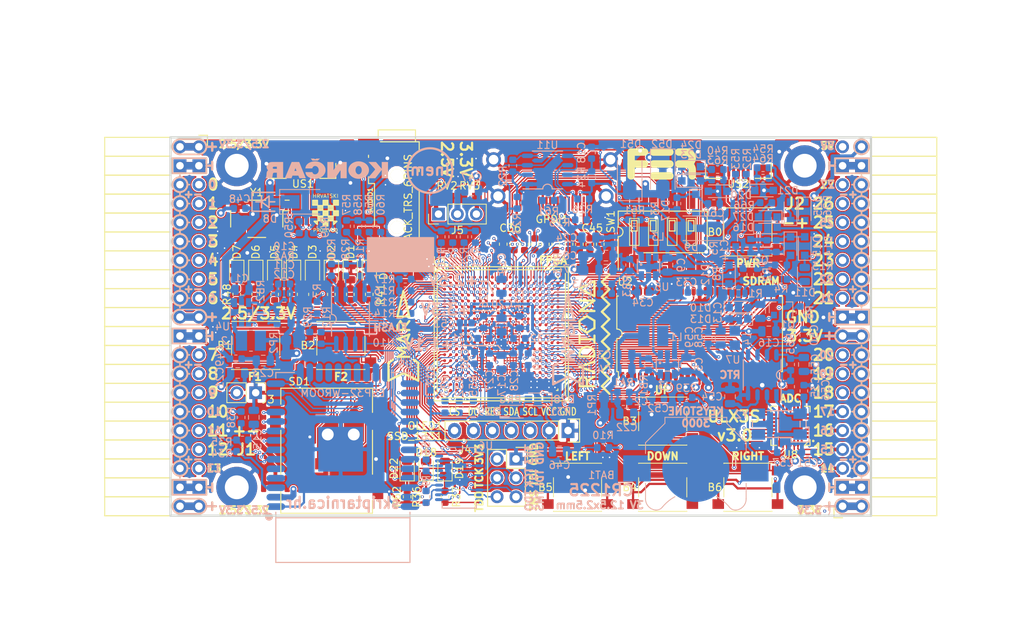
<source format=kicad_pcb>
(kicad_pcb (version 20171130) (host pcbnew 5.0.0+dfsg1-2)

  (general
    (thickness 1.6)
    (drawings 521)
    (tracks 5289)
    (zones 0)
    (modules 220)
    (nets 272)
  )

  (page A4)
  (layers
    (0 F.Cu signal)
    (1 In1.Cu signal)
    (2 In2.Cu signal)
    (31 B.Cu signal)
    (32 B.Adhes user)
    (33 F.Adhes user)
    (34 B.Paste user)
    (35 F.Paste user)
    (36 B.SilkS user)
    (37 F.SilkS user)
    (38 B.Mask user)
    (39 F.Mask user)
    (40 Dwgs.User user)
    (41 Cmts.User user)
    (42 Eco1.User user)
    (43 Eco2.User user)
    (44 Edge.Cuts user)
    (45 Margin user)
    (46 B.CrtYd user hide)
    (47 F.CrtYd user hide)
    (48 B.Fab user hide)
    (49 F.Fab user hide)
  )

  (setup
    (last_trace_width 0.3)
    (trace_clearance 0.127)
    (zone_clearance 0.127)
    (zone_45_only no)
    (trace_min 0.127)
    (segment_width 0.2)
    (edge_width 0.2)
    (via_size 0.419)
    (via_drill 0.2)
    (via_min_size 0.419)
    (via_min_drill 0.2)
    (uvia_size 0.3)
    (uvia_drill 0.1)
    (uvias_allowed no)
    (uvia_min_size 0.2)
    (uvia_min_drill 0.1)
    (pcb_text_width 0.3)
    (pcb_text_size 1.5 1.5)
    (mod_edge_width 0.15)
    (mod_text_size 1 1)
    (mod_text_width 0.15)
    (pad_size 0.4 0.4)
    (pad_drill 0)
    (pad_to_mask_clearance 0.05)
    (pad_to_paste_clearance -0.025)
    (aux_axis_origin 94.1 112.22)
    (grid_origin 94.1 112.22)
    (visible_elements 7FFFF7FF)
    (pcbplotparams
      (layerselection 0x010fc_ffffffff)
      (usegerberextensions true)
      (usegerberattributes false)
      (usegerberadvancedattributes false)
      (creategerberjobfile false)
      (excludeedgelayer true)
      (linewidth 0.100000)
      (plotframeref false)
      (viasonmask false)
      (mode 1)
      (useauxorigin false)
      (hpglpennumber 1)
      (hpglpenspeed 20)
      (hpglpendiameter 15.000000)
      (psnegative false)
      (psa4output false)
      (plotreference true)
      (plotvalue true)
      (plotinvisibletext false)
      (padsonsilk false)
      (subtractmaskfromsilk true)
      (outputformat 1)
      (mirror false)
      (drillshape 0)
      (scaleselection 1)
      (outputdirectory "plot"))
  )

  (net 0 "")
  (net 1 GND)
  (net 2 +5V)
  (net 3 /gpio/IN5V)
  (net 4 /gpio/OUT5V)
  (net 5 +3V3)
  (net 6 BTN_D)
  (net 7 BTN_F1)
  (net 8 BTN_F2)
  (net 9 BTN_L)
  (net 10 BTN_R)
  (net 11 BTN_U)
  (net 12 /power/FB1)
  (net 13 +2V5)
  (net 14 /power/PWREN)
  (net 15 /power/FB3)
  (net 16 /power/FB2)
  (net 17 /power/VBAT)
  (net 18 JTAG_TDI)
  (net 19 JTAG_TCK)
  (net 20 JTAG_TMS)
  (net 21 JTAG_TDO)
  (net 22 /power/WAKEUPn)
  (net 23 /power/WKUP)
  (net 24 /power/SHUT)
  (net 25 /power/WAKE)
  (net 26 /power/HOLD)
  (net 27 /power/WKn)
  (net 28 /power/OSCI_32k)
  (net 29 /power/OSCO_32k)
  (net 30 SHUTDOWN)
  (net 31 GPDI_SDA)
  (net 32 GPDI_SCL)
  (net 33 /gpdi/VREF2)
  (net 34 SD_CMD)
  (net 35 SD_CLK)
  (net 36 SD_D0)
  (net 37 SD_D1)
  (net 38 USB5V)
  (net 39 GPDI_CEC)
  (net 40 nRESET)
  (net 41 FTDI_nDTR)
  (net 42 SDRAM_CKE)
  (net 43 SDRAM_A7)
  (net 44 SDRAM_D15)
  (net 45 SDRAM_BA1)
  (net 46 SDRAM_D7)
  (net 47 SDRAM_A6)
  (net 48 SDRAM_CLK)
  (net 49 SDRAM_D13)
  (net 50 SDRAM_BA0)
  (net 51 SDRAM_D6)
  (net 52 SDRAM_A5)
  (net 53 SDRAM_D14)
  (net 54 SDRAM_A11)
  (net 55 SDRAM_D12)
  (net 56 SDRAM_D5)
  (net 57 SDRAM_A4)
  (net 58 SDRAM_A10)
  (net 59 SDRAM_D11)
  (net 60 SDRAM_A3)
  (net 61 SDRAM_D4)
  (net 62 SDRAM_D10)
  (net 63 SDRAM_D9)
  (net 64 SDRAM_A9)
  (net 65 SDRAM_D3)
  (net 66 SDRAM_D8)
  (net 67 SDRAM_A8)
  (net 68 SDRAM_A2)
  (net 69 SDRAM_A1)
  (net 70 SDRAM_A0)
  (net 71 SDRAM_D2)
  (net 72 SDRAM_D1)
  (net 73 SDRAM_D0)
  (net 74 SDRAM_DQM0)
  (net 75 SDRAM_nCS)
  (net 76 SDRAM_nRAS)
  (net 77 SDRAM_DQM1)
  (net 78 SDRAM_nCAS)
  (net 79 SDRAM_nWE)
  (net 80 /flash/FLASH_nWP)
  (net 81 /flash/FLASH_nHOLD)
  (net 82 /flash/FLASH_MOSI)
  (net 83 /flash/FLASH_MISO)
  (net 84 /flash/FLASH_SCK)
  (net 85 /flash/FLASH_nCS)
  (net 86 /flash/FPGA_PROGRAMN)
  (net 87 /flash/FPGA_DONE)
  (net 88 /flash/FPGA_INITN)
  (net 89 OLED_RES)
  (net 90 OLED_DC)
  (net 91 OLED_CS)
  (net 92 WIFI_EN)
  (net 93 FTDI_nRTS)
  (net 94 FTDI_TXD)
  (net 95 FTDI_RXD)
  (net 96 WIFI_RXD)
  (net 97 WIFI_GPIO0)
  (net 98 WIFI_TXD)
  (net 99 USB_FTDI_D+)
  (net 100 USB_FTDI_D-)
  (net 101 SD_D3)
  (net 102 AUDIO_L3)
  (net 103 AUDIO_L2)
  (net 104 AUDIO_L1)
  (net 105 AUDIO_L0)
  (net 106 AUDIO_R3)
  (net 107 AUDIO_R2)
  (net 108 AUDIO_R1)
  (net 109 AUDIO_R0)
  (net 110 OLED_CLK)
  (net 111 OLED_MOSI)
  (net 112 LED0)
  (net 113 LED1)
  (net 114 LED2)
  (net 115 LED3)
  (net 116 LED4)
  (net 117 LED5)
  (net 118 LED6)
  (net 119 LED7)
  (net 120 BTN_PWRn)
  (net 121 FTDI_nTXLED)
  (net 122 FTDI_nSLEEP)
  (net 123 /blinkey/LED_PWREN)
  (net 124 /blinkey/LED_TXLED)
  (net 125 /sdcard/SD3V3)
  (net 126 SD_D2)
  (net 127 CLK_25MHz)
  (net 128 /blinkey/BTNPUL)
  (net 129 /blinkey/BTNPUR)
  (net 130 USB_FPGA_D+)
  (net 131 /power/FTDI_nSUSPEND)
  (net 132 /blinkey/ALED0)
  (net 133 /blinkey/ALED1)
  (net 134 /blinkey/ALED2)
  (net 135 /blinkey/ALED3)
  (net 136 /blinkey/ALED4)
  (net 137 /blinkey/ALED5)
  (net 138 /blinkey/ALED6)
  (net 139 /blinkey/ALED7)
  (net 140 /usb/FTD-)
  (net 141 /usb/FTD+)
  (net 142 ADC_MISO)
  (net 143 ADC_MOSI)
  (net 144 ADC_CSn)
  (net 145 ADC_SCLK)
  (net 146 SW3)
  (net 147 SW2)
  (net 148 SW1)
  (net 149 USB_FPGA_D-)
  (net 150 /usb/FPD+)
  (net 151 /usb/FPD-)
  (net 152 WIFI_GPIO16)
  (net 153 /usb/ANT_433MHz)
  (net 154 PROG_DONE)
  (net 155 /power/P3V3)
  (net 156 /power/P2V5)
  (net 157 /power/L1)
  (net 158 /power/L3)
  (net 159 /power/L2)
  (net 160 FTDI_TXDEN)
  (net 161 SDRAM_A12)
  (net 162 /analog/AUDIO_V)
  (net 163 AUDIO_V3)
  (net 164 AUDIO_V2)
  (net 165 AUDIO_V1)
  (net 166 AUDIO_V0)
  (net 167 /blinkey/LED_WIFI)
  (net 168 /power/P1V1)
  (net 169 +1V1)
  (net 170 SW4)
  (net 171 /blinkey/SWPU)
  (net 172 /wifi/WIFIEN)
  (net 173 FT2V5)
  (net 174 GN0)
  (net 175 GP0)
  (net 176 GN1)
  (net 177 GP1)
  (net 178 GN2)
  (net 179 GP2)
  (net 180 GN3)
  (net 181 GP3)
  (net 182 GN4)
  (net 183 GP4)
  (net 184 GN5)
  (net 185 GP5)
  (net 186 GN6)
  (net 187 GP6)
  (net 188 GN14)
  (net 189 GP14)
  (net 190 GN15)
  (net 191 GP15)
  (net 192 GN16)
  (net 193 GP16)
  (net 194 GN17)
  (net 195 GP17)
  (net 196 GN18)
  (net 197 GP18)
  (net 198 GN19)
  (net 199 GP19)
  (net 200 GN20)
  (net 201 GP20)
  (net 202 GN21)
  (net 203 GP21)
  (net 204 GN22)
  (net 205 GP22)
  (net 206 GN23)
  (net 207 GP23)
  (net 208 GN24)
  (net 209 GP24)
  (net 210 GN25)
  (net 211 GP25)
  (net 212 GN26)
  (net 213 GP26)
  (net 214 GN27)
  (net 215 GP27)
  (net 216 GN7)
  (net 217 GP7)
  (net 218 GN8)
  (net 219 GP8)
  (net 220 GN9)
  (net 221 GP9)
  (net 222 GN10)
  (net 223 GP10)
  (net 224 GN11)
  (net 225 GP11)
  (net 226 GN12)
  (net 227 GP12)
  (net 228 GN13)
  (net 229 GP13)
  (net 230 WIFI_GPIO5)
  (net 231 WIFI_GPIO17)
  (net 232 USB_FPGA_PULL_D+)
  (net 233 USB_FPGA_PULL_D-)
  (net 234 "Net-(D23-Pad2)")
  (net 235 "Net-(D24-Pad1)")
  (net 236 "Net-(D25-Pad2)")
  (net 237 "Net-(D26-Pad1)")
  (net 238 /gpdi/GPDI_ETH+)
  (net 239 FPDI_ETH+)
  (net 240 /gpdi/GPDI_ETH-)
  (net 241 FPDI_ETH-)
  (net 242 /gpdi/GPDI_D2-)
  (net 243 FPDI_D2-)
  (net 244 /gpdi/GPDI_D1-)
  (net 245 FPDI_D1-)
  (net 246 /gpdi/GPDI_D0-)
  (net 247 FPDI_D0-)
  (net 248 /gpdi/GPDI_CLK-)
  (net 249 FPDI_CLK-)
  (net 250 /gpdi/GPDI_D2+)
  (net 251 FPDI_D2+)
  (net 252 /gpdi/GPDI_D1+)
  (net 253 FPDI_D1+)
  (net 254 /gpdi/GPDI_D0+)
  (net 255 FPDI_D0+)
  (net 256 /gpdi/GPDI_CLK+)
  (net 257 FPDI_CLK+)
  (net 258 FPDI_SDA)
  (net 259 FPDI_SCL)
  (net 260 /gpdi/FPDI_CEC)
  (net 261 2V5_3V3)
  (net 262 /usb/US2VBUS)
  (net 263 /power/SHD)
  (net 264 /power/RTCVDD)
  (net 265 "Net-(D27-Pad2)")
  (net 266 US2_ID)
  (net 267 /analog/AUDIO_L)
  (net 268 /analog/AUDIO_R)
  (net 269 /analog/ADC3V3)
  (net 270 PWRBTn)
  (net 271 USER_PROGRAMN)

  (net_class Default "This is the default net class."
    (clearance 0.127)
    (trace_width 0.3)
    (via_dia 0.419)
    (via_drill 0.2)
    (uvia_dia 0.3)
    (uvia_drill 0.1)
    (add_net +5V)
    (add_net /analog/ADC3V3)
    (add_net /analog/AUDIO_L)
    (add_net /analog/AUDIO_R)
    (add_net /analog/AUDIO_V)
    (add_net /blinkey/ALED0)
    (add_net /blinkey/ALED1)
    (add_net /blinkey/ALED2)
    (add_net /blinkey/ALED3)
    (add_net /blinkey/ALED4)
    (add_net /blinkey/ALED5)
    (add_net /blinkey/ALED6)
    (add_net /blinkey/ALED7)
    (add_net /blinkey/BTNPUL)
    (add_net /blinkey/BTNPUR)
    (add_net /blinkey/LED_PWREN)
    (add_net /blinkey/LED_TXLED)
    (add_net /blinkey/LED_WIFI)
    (add_net /blinkey/SWPU)
    (add_net /gpdi/GPDI_CLK+)
    (add_net /gpdi/GPDI_CLK-)
    (add_net /gpdi/GPDI_D0+)
    (add_net /gpdi/GPDI_D0-)
    (add_net /gpdi/GPDI_D1+)
    (add_net /gpdi/GPDI_D1-)
    (add_net /gpdi/GPDI_D2+)
    (add_net /gpdi/GPDI_D2-)
    (add_net /gpdi/GPDI_ETH+)
    (add_net /gpdi/GPDI_ETH-)
    (add_net /gpdi/VREF2)
    (add_net /gpio/IN5V)
    (add_net /gpio/OUT5V)
    (add_net /power/FB1)
    (add_net /power/FB2)
    (add_net /power/FB3)
    (add_net /power/FTDI_nSUSPEND)
    (add_net /power/HOLD)
    (add_net /power/L1)
    (add_net /power/L2)
    (add_net /power/L3)
    (add_net /power/OSCI_32k)
    (add_net /power/OSCO_32k)
    (add_net /power/P1V1)
    (add_net /power/P2V5)
    (add_net /power/P3V3)
    (add_net /power/PWREN)
    (add_net /power/RTCVDD)
    (add_net /power/SHD)
    (add_net /power/SHUT)
    (add_net /power/VBAT)
    (add_net /power/WAKE)
    (add_net /power/WAKEUPn)
    (add_net /power/WKUP)
    (add_net /power/WKn)
    (add_net /sdcard/SD3V3)
    (add_net /usb/ANT_433MHz)
    (add_net /usb/FPD+)
    (add_net /usb/FPD-)
    (add_net /usb/FTD+)
    (add_net /usb/FTD-)
    (add_net /usb/US2VBUS)
    (add_net /wifi/WIFIEN)
    (add_net FT2V5)
    (add_net "Net-(D23-Pad2)")
    (add_net "Net-(D24-Pad1)")
    (add_net "Net-(D25-Pad2)")
    (add_net "Net-(D26-Pad1)")
    (add_net "Net-(D27-Pad2)")
    (add_net PWRBTn)
    (add_net US2_ID)
    (add_net USB5V)
  )

  (net_class BGA ""
    (clearance 0.127)
    (trace_width 0.127)
    (via_dia 0.419)
    (via_drill 0.2)
    (uvia_dia 0.3)
    (uvia_drill 0.1)
    (add_net /flash/FLASH_MISO)
    (add_net /flash/FLASH_MOSI)
    (add_net /flash/FLASH_SCK)
    (add_net /flash/FLASH_nCS)
    (add_net /flash/FLASH_nHOLD)
    (add_net /flash/FLASH_nWP)
    (add_net /flash/FPGA_DONE)
    (add_net /flash/FPGA_INITN)
    (add_net /flash/FPGA_PROGRAMN)
    (add_net /gpdi/FPDI_CEC)
    (add_net ADC_CSn)
    (add_net ADC_MISO)
    (add_net ADC_MOSI)
    (add_net ADC_SCLK)
    (add_net AUDIO_L0)
    (add_net AUDIO_L1)
    (add_net AUDIO_L2)
    (add_net AUDIO_L3)
    (add_net AUDIO_R0)
    (add_net AUDIO_R1)
    (add_net AUDIO_R2)
    (add_net AUDIO_R3)
    (add_net AUDIO_V0)
    (add_net AUDIO_V1)
    (add_net AUDIO_V2)
    (add_net AUDIO_V3)
    (add_net BTN_D)
    (add_net BTN_F1)
    (add_net BTN_F2)
    (add_net BTN_L)
    (add_net BTN_PWRn)
    (add_net BTN_R)
    (add_net BTN_U)
    (add_net CLK_25MHz)
    (add_net FPDI_CLK+)
    (add_net FPDI_CLK-)
    (add_net FPDI_D0+)
    (add_net FPDI_D0-)
    (add_net FPDI_D1+)
    (add_net FPDI_D1-)
    (add_net FPDI_D2+)
    (add_net FPDI_D2-)
    (add_net FPDI_ETH+)
    (add_net FPDI_ETH-)
    (add_net FPDI_SCL)
    (add_net FPDI_SDA)
    (add_net FTDI_RXD)
    (add_net FTDI_TXD)
    (add_net FTDI_TXDEN)
    (add_net FTDI_nDTR)
    (add_net FTDI_nRTS)
    (add_net FTDI_nSLEEP)
    (add_net FTDI_nTXLED)
    (add_net GN0)
    (add_net GN1)
    (add_net GN10)
    (add_net GN11)
    (add_net GN12)
    (add_net GN13)
    (add_net GN14)
    (add_net GN15)
    (add_net GN16)
    (add_net GN17)
    (add_net GN18)
    (add_net GN19)
    (add_net GN2)
    (add_net GN20)
    (add_net GN21)
    (add_net GN22)
    (add_net GN23)
    (add_net GN24)
    (add_net GN25)
    (add_net GN26)
    (add_net GN27)
    (add_net GN3)
    (add_net GN4)
    (add_net GN5)
    (add_net GN6)
    (add_net GN7)
    (add_net GN8)
    (add_net GN9)
    (add_net GND)
    (add_net GP0)
    (add_net GP1)
    (add_net GP10)
    (add_net GP11)
    (add_net GP12)
    (add_net GP13)
    (add_net GP14)
    (add_net GP15)
    (add_net GP16)
    (add_net GP17)
    (add_net GP18)
    (add_net GP19)
    (add_net GP2)
    (add_net GP20)
    (add_net GP21)
    (add_net GP22)
    (add_net GP23)
    (add_net GP24)
    (add_net GP25)
    (add_net GP26)
    (add_net GP27)
    (add_net GP3)
    (add_net GP4)
    (add_net GP5)
    (add_net GP6)
    (add_net GP7)
    (add_net GP8)
    (add_net GP9)
    (add_net GPDI_CEC)
    (add_net GPDI_SCL)
    (add_net GPDI_SDA)
    (add_net JTAG_TCK)
    (add_net JTAG_TDI)
    (add_net JTAG_TDO)
    (add_net JTAG_TMS)
    (add_net LED0)
    (add_net LED1)
    (add_net LED2)
    (add_net LED3)
    (add_net LED4)
    (add_net LED5)
    (add_net LED6)
    (add_net LED7)
    (add_net OLED_CLK)
    (add_net OLED_CS)
    (add_net OLED_DC)
    (add_net OLED_MOSI)
    (add_net OLED_RES)
    (add_net PROG_DONE)
    (add_net SDRAM_A0)
    (add_net SDRAM_A1)
    (add_net SDRAM_A10)
    (add_net SDRAM_A11)
    (add_net SDRAM_A12)
    (add_net SDRAM_A2)
    (add_net SDRAM_A3)
    (add_net SDRAM_A4)
    (add_net SDRAM_A5)
    (add_net SDRAM_A6)
    (add_net SDRAM_A7)
    (add_net SDRAM_A8)
    (add_net SDRAM_A9)
    (add_net SDRAM_BA0)
    (add_net SDRAM_BA1)
    (add_net SDRAM_CKE)
    (add_net SDRAM_CLK)
    (add_net SDRAM_D0)
    (add_net SDRAM_D1)
    (add_net SDRAM_D10)
    (add_net SDRAM_D11)
    (add_net SDRAM_D12)
    (add_net SDRAM_D13)
    (add_net SDRAM_D14)
    (add_net SDRAM_D15)
    (add_net SDRAM_D2)
    (add_net SDRAM_D3)
    (add_net SDRAM_D4)
    (add_net SDRAM_D5)
    (add_net SDRAM_D6)
    (add_net SDRAM_D7)
    (add_net SDRAM_D8)
    (add_net SDRAM_D9)
    (add_net SDRAM_DQM0)
    (add_net SDRAM_DQM1)
    (add_net SDRAM_nCAS)
    (add_net SDRAM_nCS)
    (add_net SDRAM_nRAS)
    (add_net SDRAM_nWE)
    (add_net SD_CLK)
    (add_net SD_CMD)
    (add_net SD_D0)
    (add_net SD_D1)
    (add_net SD_D2)
    (add_net SD_D3)
    (add_net SHUTDOWN)
    (add_net SW1)
    (add_net SW2)
    (add_net SW3)
    (add_net SW4)
    (add_net USB_FPGA_D+)
    (add_net USB_FPGA_D-)
    (add_net USB_FPGA_PULL_D+)
    (add_net USB_FPGA_PULL_D-)
    (add_net USB_FTDI_D+)
    (add_net USB_FTDI_D-)
    (add_net USER_PROGRAMN)
    (add_net WIFI_EN)
    (add_net WIFI_GPIO0)
    (add_net WIFI_GPIO16)
    (add_net WIFI_GPIO17)
    (add_net WIFI_GPIO5)
    (add_net WIFI_RXD)
    (add_net WIFI_TXD)
    (add_net nRESET)
  )

  (net_class Medium ""
    (clearance 0.127)
    (trace_width 0.127)
    (via_dia 0.419)
    (via_drill 0.2)
    (uvia_dia 0.3)
    (uvia_drill 0.1)
    (add_net +1V1)
    (add_net +2V5)
    (add_net +3V3)
    (add_net 2V5_3V3)
  )

  (module TSOP54:TSOP54 (layer F.Cu) (tedit 5B93D014) (tstamp 5A111CAC)
    (at 165.093 87.8 90)
    (descr "TSOPII-54: Plastic Thin Small Outline Package; 54 leads; body width 10.16mm; (see 128m-as4c4m32s-tsopii.pdf and http://www.infineon.com/cms/packages/SMD_-_Surface_Mounted_Devices/P-PG-TSOPII/P-TSOPII-54-1.html)")
    (tags "TSOPII 0.8")
    (path /58D6D507/5A04F49A)
    (attr smd)
    (fp_text reference U2 (at 6.98 -9.993 180) (layer F.SilkS)
      (effects (font (size 1 1) (thickness 0.15)))
    )
    (fp_text value MT48LC16M16A2TG (at -2 0.127 180) (layer F.Fab) hide
      (effects (font (size 1 1) (thickness 0.15)))
    )
    (fp_line (start -5.08 11.1) (end -5.08 10.9) (layer F.SilkS) (width 0.15))
    (fp_line (start 5.08 11.1) (end 5.08 10.9) (layer F.SilkS) (width 0.15))
    (fp_line (start -5.08 -10.9) (end -5.9 -10.9) (layer F.SilkS) (width 0.15))
    (fp_line (start -5.08 -11.1) (end -5.08 -10.9) (layer F.SilkS) (width 0.15))
    (fp_line (start 5.08 -11.1) (end 5.08 -10.9) (layer F.SilkS) (width 0.15))
    (fp_line (start 5.08 11.11) (end -5.08 11.11) (layer F.SilkS) (width 0.15))
    (fp_line (start -5.08 -11.11) (end -0.635 -11.11) (layer F.SilkS) (width 0.15))
    (fp_arc (start 0 -11.049) (end -0.635 -11.049) (angle -180) (layer F.SilkS) (width 0.15))
    (fp_line (start 0.635 -11.11) (end 5.08 -11.11) (layer F.SilkS) (width 0.15))
    (fp_line (start 5.08 -11.049) (end 5.08 11.049) (layer F.Fab) (width 0.15))
    (fp_line (start 5.08 11.049) (end -5.08 11.049) (layer F.Fab) (width 0.15))
    (fp_line (start -5.08 11.049) (end -5.08 -9.906) (layer F.Fab) (width 0.15))
    (fp_line (start -5.08 -9.906) (end -4.064 -11.049) (layer F.Fab) (width 0.15))
    (fp_line (start -4.064 -11.049) (end 5.08 -11.049) (layer F.Fab) (width 0.15))
    (fp_text user %R (at 0 0) (layer F.Fab)
      (effects (font (size 1 1) (thickness 0.15)))
    )
    (pad 28 smd oval (at 5.73 10.4 90) (size 1.2 0.56) (layers F.Cu F.Paste F.Mask)
      (net 1 GND))
    (pad 1 smd rect (at -5.73 -10.4 90) (size 1.2 0.56) (layers F.Cu F.Paste F.Mask)
      (net 5 +3V3))
    (pad 2 smd oval (at -5.73 -9.6 90) (size 1.2 0.56) (layers F.Cu F.Paste F.Mask)
      (net 73 SDRAM_D0))
    (pad 3 smd oval (at -5.73 -8.8 90) (size 1.2 0.56) (layers F.Cu F.Paste F.Mask)
      (net 5 +3V3))
    (pad 4 smd oval (at -5.73 -8 90) (size 1.2 0.56) (layers F.Cu F.Paste F.Mask)
      (net 72 SDRAM_D1))
    (pad 5 smd oval (at -5.73 -7.2 90) (size 1.2 0.56) (layers F.Cu F.Paste F.Mask)
      (net 71 SDRAM_D2))
    (pad 6 smd oval (at -5.73 -6.4 90) (size 1.2 0.56) (layers F.Cu F.Paste F.Mask)
      (net 1 GND))
    (pad 7 smd oval (at -5.73 -5.6 90) (size 1.2 0.56) (layers F.Cu F.Paste F.Mask)
      (net 65 SDRAM_D3))
    (pad 8 smd oval (at -5.73 -4.8 90) (size 1.2 0.56) (layers F.Cu F.Paste F.Mask)
      (net 61 SDRAM_D4))
    (pad 9 smd oval (at -5.73 -4 90) (size 1.2 0.56) (layers F.Cu F.Paste F.Mask)
      (net 5 +3V3))
    (pad 10 smd oval (at -5.73 -3.2 90) (size 1.2 0.56) (layers F.Cu F.Paste F.Mask)
      (net 56 SDRAM_D5))
    (pad 11 smd oval (at -5.73 -2.4 90) (size 1.2 0.56) (layers F.Cu F.Paste F.Mask)
      (net 51 SDRAM_D6))
    (pad 12 smd oval (at -5.73 -1.6 90) (size 1.2 0.56) (layers F.Cu F.Paste F.Mask)
      (net 1 GND))
    (pad 13 smd oval (at -5.73 -0.8 90) (size 1.2 0.56) (layers F.Cu F.Paste F.Mask)
      (net 46 SDRAM_D7))
    (pad 14 smd oval (at -5.73 0 90) (size 1.2 0.56) (layers F.Cu F.Paste F.Mask)
      (net 5 +3V3))
    (pad 15 smd oval (at -5.73 0.8 90) (size 1.2 0.56) (layers F.Cu F.Paste F.Mask)
      (net 74 SDRAM_DQM0))
    (pad 16 smd oval (at -5.73 1.6 90) (size 1.2 0.56) (layers F.Cu F.Paste F.Mask)
      (net 79 SDRAM_nWE))
    (pad 17 smd oval (at -5.73 2.4 90) (size 1.2 0.56) (layers F.Cu F.Paste F.Mask)
      (net 78 SDRAM_nCAS))
    (pad 18 smd oval (at -5.73 3.2 90) (size 1.2 0.56) (layers F.Cu F.Paste F.Mask)
      (net 76 SDRAM_nRAS))
    (pad 19 smd oval (at -5.73 4 90) (size 1.2 0.56) (layers F.Cu F.Paste F.Mask)
      (net 75 SDRAM_nCS))
    (pad 20 smd oval (at -5.73 4.8 90) (size 1.2 0.56) (layers F.Cu F.Paste F.Mask)
      (net 50 SDRAM_BA0))
    (pad 21 smd oval (at -5.73 5.6 90) (size 1.2 0.56) (layers F.Cu F.Paste F.Mask)
      (net 45 SDRAM_BA1))
    (pad 22 smd oval (at -5.73 6.4 90) (size 1.2 0.56) (layers F.Cu F.Paste F.Mask)
      (net 58 SDRAM_A10))
    (pad 23 smd oval (at -5.73 7.2 90) (size 1.2 0.56) (layers F.Cu F.Paste F.Mask)
      (net 70 SDRAM_A0))
    (pad 24 smd oval (at -5.73 8 90) (size 1.2 0.56) (layers F.Cu F.Paste F.Mask)
      (net 69 SDRAM_A1))
    (pad 25 smd oval (at -5.73 8.8 90) (size 1.2 0.56) (layers F.Cu F.Paste F.Mask)
      (net 68 SDRAM_A2))
    (pad 26 smd oval (at -5.73 9.6 90) (size 1.2 0.56) (layers F.Cu F.Paste F.Mask)
      (net 60 SDRAM_A3))
    (pad 27 smd oval (at -5.73 10.4 90) (size 1.2 0.56) (layers F.Cu F.Paste F.Mask)
      (net 5 +3V3))
    (pad 29 smd oval (at 5.73 9.6 90) (size 1.2 0.56) (layers F.Cu F.Paste F.Mask)
      (net 57 SDRAM_A4))
    (pad 30 smd oval (at 5.73 8.8 90) (size 1.2 0.56) (layers F.Cu F.Paste F.Mask)
      (net 52 SDRAM_A5))
    (pad 31 smd oval (at 5.73 8 90) (size 1.2 0.56) (layers F.Cu F.Paste F.Mask)
      (net 47 SDRAM_A6))
    (pad 32 smd oval (at 5.73 7.2 90) (size 1.2 0.56) (layers F.Cu F.Paste F.Mask)
      (net 43 SDRAM_A7))
    (pad 33 smd oval (at 5.73 6.4 90) (size 1.2 0.56) (layers F.Cu F.Paste F.Mask)
      (net 67 SDRAM_A8))
    (pad 34 smd oval (at 5.73 5.6 90) (size 1.2 0.56) (layers F.Cu F.Paste F.Mask)
      (net 64 SDRAM_A9))
    (pad 35 smd oval (at 5.73 4.8 90) (size 1.2 0.56) (layers F.Cu F.Paste F.Mask)
      (net 54 SDRAM_A11))
    (pad 36 smd oval (at 5.73 4 90) (size 1.2 0.56) (layers F.Cu F.Paste F.Mask)
      (net 161 SDRAM_A12))
    (pad 37 smd oval (at 5.73 3.2 90) (size 1.2 0.56) (layers F.Cu F.Paste F.Mask)
      (net 42 SDRAM_CKE))
    (pad 38 smd oval (at 5.73 2.4 90) (size 1.2 0.56) (layers F.Cu F.Paste F.Mask)
      (net 48 SDRAM_CLK))
    (pad 39 smd oval (at 5.73 1.6 90) (size 1.2 0.56) (layers F.Cu F.Paste F.Mask)
      (net 77 SDRAM_DQM1))
    (pad 40 smd oval (at 5.73 0.8 90) (size 1.2 0.56) (layers F.Cu F.Paste F.Mask))
    (pad 41 smd oval (at 5.73 0 90) (size 1.2 0.56) (layers F.Cu F.Paste F.Mask)
      (net 1 GND))
    (pad 42 smd oval (at 5.73 -0.8 90) (size 1.2 0.56) (layers F.Cu F.Paste F.Mask)
      (net 66 SDRAM_D8))
    (pad 43 smd oval (at 5.73 -1.6 90) (size 1.2 0.56) (layers F.Cu F.Paste F.Mask)
      (net 5 +3V3))
    (pad 44 smd oval (at 5.73 -2.4 90) (size 1.2 0.56) (layers F.Cu F.Paste F.Mask)
      (net 63 SDRAM_D9))
    (pad 45 smd oval (at 5.73 -3.2 90) (size 1.2 0.56) (layers F.Cu F.Paste F.Mask)
      (net 62 SDRAM_D10))
    (pad 46 smd oval (at 5.73 -4 90) (size 1.2 0.56) (layers F.Cu F.Paste F.Mask)
      (net 1 GND))
    (pad 47 smd oval (at 5.73 -4.8 90) (size 1.2 0.56) (layers F.Cu F.Paste F.Mask)
      (net 59 SDRAM_D11))
    (pad 48 smd oval (at 5.73 -5.6 90) (size 1.2 0.56) (layers F.Cu F.Paste F.Mask)
      (net 55 SDRAM_D12))
    (pad 49 smd oval (at 5.73 -6.4 90) (size 1.2 0.56) (layers F.Cu F.Paste F.Mask)
      (net 5 +3V3))
    (pad 50 smd oval (at 5.73 -7.2 90) (size 1.2 0.56) (layers F.Cu F.Paste F.Mask)
      (net 49 SDRAM_D13))
    (pad 51 smd oval (at 5.73 -8 90) (size 1.2 0.56) (layers F.Cu F.Paste F.Mask)
      (net 53 SDRAM_D14))
    (pad 52 smd oval (at 5.73 -8.8 90) (size 1.2 0.56) (layers F.Cu F.Paste F.Mask)
      (net 1 GND))
    (pad 53 smd oval (at 5.73 -9.6 90) (size 1.2 0.56) (layers F.Cu F.Paste F.Mask)
      (net 44 SDRAM_D15))
    (pad 54 smd oval (at 5.73 -10.4 90) (size 1.2 0.56) (layers F.Cu F.Paste F.Mask)
      (net 1 GND))
    (model ./footprints/sdram/TSOP54.3dshapes/TSOP54.wrl
      (at (xyz 0 0 0))
      (scale (xyz 0.3937 0.3937 0.3937))
      (rotate (xyz 0 0 90))
    )
  )

  (module jumper:R_0805_2012Metric_Pad1.29x1.40mm_HandSolder_Jumper_NC (layer B.Cu) (tedit 5B9F6BA5) (tstamp 5B552FE6)
    (at 109.609 89.632 270)
    (descr "Resistor SMD 0805 (2012 Metric), square (rectangular) end terminal, IPC_7351 nominal with elongated pad for handsoldering. (Body size source: http://www.tortai-tech.com/upload/download/2011102023233369053.pdf), generated with kicad-footprint-generator")
    (tags "resistor handsolder")
    (path /58D51CAD/59DFB617)
    (attr virtual)
    (fp_text reference RP2 (at -0.635 1.651 270) (layer B.SilkS)
      (effects (font (size 1 1) (thickness 0.15)) (justify mirror))
    )
    (fp_text value 0 (at -1.542 0.015 270) (layer B.Fab) hide
      (effects (font (size 1 1) (thickness 0.15)) (justify mirror))
    )
    (fp_line (start -1 0) (end 1 0) (layer B.Mask) (width 1.2))
    (fp_line (start -1 0) (end 1 0) (layer B.Cu) (width 1))
    (fp_text user %R (at -0.018 0.015 270) (layer Eco2.User) hide
      (effects (font (size 0.5 0.5) (thickness 0.08)))
    )
    (fp_line (start 1.86 -0.95) (end -1.86 -0.95) (layer B.CrtYd) (width 0.05))
    (fp_line (start 1.86 0.95) (end 1.86 -0.95) (layer B.CrtYd) (width 0.05))
    (fp_line (start -1.86 0.95) (end 1.86 0.95) (layer B.CrtYd) (width 0.05))
    (fp_line (start -1.86 -0.95) (end -1.86 0.95) (layer B.CrtYd) (width 0.05))
    (fp_line (start 1 -0.6) (end -1 -0.6) (layer B.Fab) (width 0.1))
    (fp_line (start 1 0.6) (end 1 -0.6) (layer B.Fab) (width 0.1))
    (fp_line (start -1 0.6) (end 1 0.6) (layer B.Fab) (width 0.1))
    (fp_line (start -1 -0.6) (end -1 0.6) (layer B.Fab) (width 0.1))
    (pad 2 smd roundrect (at 0.9675 0 270) (size 1.295 1.4) (layers B.Cu B.Mask) (roundrect_rratio 0.25)
      (net 13 +2V5))
    (pad 1 smd roundrect (at -0.9675 0 270) (size 1.295 1.4) (layers B.Cu B.Mask) (roundrect_rratio 0.25)
      (net 156 /power/P2V5))
    (model ${KISYS3DMOD}/Resistor_SMD.3dshapes/R_0805_2012Metric.wrl_disabled
      (at (xyz 0 0 0))
      (scale (xyz 1 1 1))
      (rotate (xyz 0 0 0))
    )
  )

  (module jumper:R_0805_2012Metric_Pad1.29x1.40mm_HandSolder_Jumper_NC (layer B.Cu) (tedit 5B9F6BA5) (tstamp 5B550CF3)
    (at 149.472 78.311 270)
    (descr "Resistor SMD 0805 (2012 Metric), square (rectangular) end terminal, IPC_7351 nominal with elongated pad for handsoldering. (Body size source: http://www.tortai-tech.com/upload/download/2011102023233369053.pdf), generated with kicad-footprint-generator")
    (tags "resistor handsolder")
    (path /58D51CAD/59DFBF34)
    (attr virtual)
    (fp_text reference RP3 (at 0 3.414 270) (layer B.SilkS)
      (effects (font (size 1 1) (thickness 0.15)) (justify mirror))
    )
    (fp_text value 0 (at -1.711 -0.008 270) (layer B.Fab) hide
      (effects (font (size 1 1) (thickness 0.15)) (justify mirror))
    )
    (fp_line (start -1 0) (end 1 0) (layer B.Mask) (width 1.2))
    (fp_line (start -1 0) (end 1 0) (layer B.Cu) (width 1))
    (fp_text user %R (at -0.018 0.015 270) (layer Eco2.User) hide
      (effects (font (size 0.5 0.5) (thickness 0.08)))
    )
    (fp_line (start 1.86 -0.95) (end -1.86 -0.95) (layer B.CrtYd) (width 0.05))
    (fp_line (start 1.86 0.95) (end 1.86 -0.95) (layer B.CrtYd) (width 0.05))
    (fp_line (start -1.86 0.95) (end 1.86 0.95) (layer B.CrtYd) (width 0.05))
    (fp_line (start -1.86 -0.95) (end -1.86 0.95) (layer B.CrtYd) (width 0.05))
    (fp_line (start 1 -0.6) (end -1 -0.6) (layer B.Fab) (width 0.1))
    (fp_line (start 1 0.6) (end 1 -0.6) (layer B.Fab) (width 0.1))
    (fp_line (start -1 0.6) (end 1 0.6) (layer B.Fab) (width 0.1))
    (fp_line (start -1 -0.6) (end -1 0.6) (layer B.Fab) (width 0.1))
    (pad 2 smd roundrect (at 0.9675 0 270) (size 1.295 1.4) (layers B.Cu B.Mask) (roundrect_rratio 0.25)
      (net 5 +3V3))
    (pad 1 smd roundrect (at -0.9675 0 270) (size 1.295 1.4) (layers B.Cu B.Mask) (roundrect_rratio 0.25)
      (net 155 /power/P3V3))
    (model ${KISYS3DMOD}/Resistor_SMD.3dshapes/R_0805_2012Metric.wrl_disabled
      (at (xyz 0 0 0))
      (scale (xyz 1 1 1))
      (rotate (xyz 0 0 0))
    )
  )

  (module jumper:R_0805_2012Metric_Pad1.29x1.40mm_HandSolder_Jumper_NC (layer B.Cu) (tedit 5B9F6BA5) (tstamp 5B550CE2)
    (at 152.281 97.361 270)
    (descr "Resistor SMD 0805 (2012 Metric), square (rectangular) end terminal, IPC_7351 nominal with elongated pad for handsoldering. (Body size source: http://www.tortai-tech.com/upload/download/2011102023233369053.pdf), generated with kicad-footprint-generator")
    (tags "resistor handsolder")
    (path /58D51CAD/59DFB08A)
    (attr virtual)
    (fp_text reference RP1 (at 0 1.65 270) (layer B.SilkS)
      (effects (font (size 1 1) (thickness 0.15)) (justify mirror))
    )
    (fp_text value 0 (at 1.639 0.001 270) (layer B.Fab) hide
      (effects (font (size 1 1) (thickness 0.15)) (justify mirror))
    )
    (fp_line (start -1 0) (end 1 0) (layer B.Mask) (width 1.2))
    (fp_line (start -1 0) (end 1 0) (layer B.Cu) (width 1))
    (fp_text user %R (at -0.018 0.015 270) (layer Eco2.User) hide
      (effects (font (size 0.5 0.5) (thickness 0.08)))
    )
    (fp_line (start 1.86 -0.95) (end -1.86 -0.95) (layer B.CrtYd) (width 0.05))
    (fp_line (start 1.86 0.95) (end 1.86 -0.95) (layer B.CrtYd) (width 0.05))
    (fp_line (start -1.86 0.95) (end 1.86 0.95) (layer B.CrtYd) (width 0.05))
    (fp_line (start -1.86 -0.95) (end -1.86 0.95) (layer B.CrtYd) (width 0.05))
    (fp_line (start 1 -0.6) (end -1 -0.6) (layer B.Fab) (width 0.1))
    (fp_line (start 1 0.6) (end 1 -0.6) (layer B.Fab) (width 0.1))
    (fp_line (start -1 0.6) (end 1 0.6) (layer B.Fab) (width 0.1))
    (fp_line (start -1 -0.6) (end -1 0.6) (layer B.Fab) (width 0.1))
    (pad 2 smd roundrect (at 0.9675 0 270) (size 1.295 1.4) (layers B.Cu B.Mask) (roundrect_rratio 0.25)
      (net 169 +1V1))
    (pad 1 smd roundrect (at -0.9675 0 270) (size 1.295 1.4) (layers B.Cu B.Mask) (roundrect_rratio 0.25)
      (net 168 /power/P1V1))
    (model ${KISYS3DMOD}/Resistor_SMD.3dshapes/R_0805_2012Metric.wrl_disabled
      (at (xyz 0 0 0))
      (scale (xyz 1 1 1))
      (rotate (xyz 0 0 0))
    )
  )

  (module jumper:D_SMA_Jumper_NC (layer B.Cu) (tedit 5B9F6BF1) (tstamp 5B5FA651)
    (at 160.155 66.391 270)
    (descr "Diode SMA (DO-214AC)")
    (tags "Diode SMA (DO-214AC)")
    (path /56AC389C/56AC4846)
    (attr virtual)
    (fp_text reference D52 (at -4.064 0.127) (layer B.SilkS)
      (effects (font (size 1 1) (thickness 0.15)) (justify mirror))
    )
    (fp_text value 0 (at 2.649 0.015 270) (layer B.Fab) hide
      (effects (font (size 1 1) (thickness 0.15)) (justify mirror))
    )
    (fp_line (start -2 0) (end 2 0) (layer B.Mask) (width 1.2))
    (fp_line (start -2 0) (end 2 0) (layer B.Cu) (width 1))
    (fp_line (start -3.4 1.65) (end 2 1.65) (layer B.SilkS) (width 0.12))
    (fp_line (start -3.4 -1.65) (end 2 -1.65) (layer B.SilkS) (width 0.12))
    (fp_line (start -0.64944 -0.00102) (end 0.50118 0.79908) (layer B.Fab) (width 0.1))
    (fp_line (start -0.64944 -0.00102) (end 0.50118 -0.75032) (layer B.Fab) (width 0.1))
    (fp_line (start 0.50118 -0.75032) (end 0.50118 0.79908) (layer B.Fab) (width 0.1))
    (fp_line (start -0.64944 0.79908) (end -0.64944 -0.80112) (layer B.Fab) (width 0.1))
    (fp_line (start 0.50118 -0.00102) (end 1.4994 -0.00102) (layer B.Fab) (width 0.1))
    (fp_line (start -0.64944 -0.00102) (end -1.55114 -0.00102) (layer B.Fab) (width 0.1))
    (fp_line (start -3.5 -1.75) (end -3.5 1.75) (layer B.CrtYd) (width 0.05))
    (fp_line (start 3.5 -1.75) (end -3.5 -1.75) (layer B.CrtYd) (width 0.05))
    (fp_line (start 3.5 1.75) (end 3.5 -1.75) (layer B.CrtYd) (width 0.05))
    (fp_line (start -3.5 1.75) (end 3.5 1.75) (layer B.CrtYd) (width 0.05))
    (fp_line (start 2.3 1.5) (end -2.3 1.5) (layer B.Fab) (width 0.1))
    (fp_line (start 2.3 1.5) (end 2.3 -1.5) (layer B.Fab) (width 0.1))
    (fp_line (start -2.3 -1.5) (end -2.3 1.5) (layer B.Fab) (width 0.1))
    (fp_line (start 2.3 -1.5) (end -2.3 -1.5) (layer B.Fab) (width 0.1))
    (fp_line (start -3.4 1.65) (end -3.4 -1.65) (layer B.SilkS) (width 0.12))
    (fp_text user %R (at 1.574 -2.57 270) (layer Eco2.User) hide
      (effects (font (size 1 1) (thickness 0.15)))
    )
    (pad 2 smd roundrect (at 2 0 270) (size 2.5 1.8) (layers B.Cu B.Mask) (roundrect_rratio 0.25)
      (net 2 +5V))
    (pad 1 smd roundrect (at -2 0 270) (size 2.5 1.8) (layers B.Cu B.Mask) (roundrect_rratio 0.25)
      (net 4 /gpio/OUT5V))
    (model ${KISYS3DMOD}/Diode_SMD.3dshapes/D_SMA.wrl_disabled
      (at (xyz 0 0 0))
      (scale (xyz 1 1 1))
      (rotate (xyz 0 0 0))
    )
  )

  (module jumper:D_SMA_Jumper_NC (layer B.Cu) (tedit 5B9F6BF1) (tstamp 5B857B7C)
    (at 155.71 66.518 90)
    (descr "Diode SMA (DO-214AC)")
    (tags "Diode SMA (DO-214AC)")
    (path /56AC389C/56AC483B)
    (attr virtual)
    (fp_text reference D51 (at 4.191 0.127 180) (layer B.SilkS)
      (effects (font (size 1 1) (thickness 0.15)) (justify mirror))
    )
    (fp_text value 0 (at -2.522 0.112 90) (layer B.Fab) hide
      (effects (font (size 1 1) (thickness 0.15)) (justify mirror))
    )
    (fp_line (start -2 0) (end 2 0) (layer B.Mask) (width 1.2))
    (fp_line (start -2 0) (end 2 0) (layer B.Cu) (width 1))
    (fp_line (start -3.4 1.65) (end 2 1.65) (layer B.SilkS) (width 0.12))
    (fp_line (start -3.4 -1.65) (end 2 -1.65) (layer B.SilkS) (width 0.12))
    (fp_line (start -0.64944 -0.00102) (end 0.50118 0.79908) (layer B.Fab) (width 0.1))
    (fp_line (start -0.64944 -0.00102) (end 0.50118 -0.75032) (layer B.Fab) (width 0.1))
    (fp_line (start 0.50118 -0.75032) (end 0.50118 0.79908) (layer B.Fab) (width 0.1))
    (fp_line (start -0.64944 0.79908) (end -0.64944 -0.80112) (layer B.Fab) (width 0.1))
    (fp_line (start 0.50118 -0.00102) (end 1.4994 -0.00102) (layer B.Fab) (width 0.1))
    (fp_line (start -0.64944 -0.00102) (end -1.55114 -0.00102) (layer B.Fab) (width 0.1))
    (fp_line (start -3.5 -1.75) (end -3.5 1.75) (layer B.CrtYd) (width 0.05))
    (fp_line (start 3.5 -1.75) (end -3.5 -1.75) (layer B.CrtYd) (width 0.05))
    (fp_line (start 3.5 1.75) (end 3.5 -1.75) (layer B.CrtYd) (width 0.05))
    (fp_line (start -3.5 1.75) (end 3.5 1.75) (layer B.CrtYd) (width 0.05))
    (fp_line (start 2.3 1.5) (end -2.3 1.5) (layer B.Fab) (width 0.1))
    (fp_line (start 2.3 1.5) (end 2.3 -1.5) (layer B.Fab) (width 0.1))
    (fp_line (start -2.3 -1.5) (end -2.3 1.5) (layer B.Fab) (width 0.1))
    (fp_line (start 2.3 -1.5) (end -2.3 -1.5) (layer B.Fab) (width 0.1))
    (fp_line (start -3.4 1.65) (end -3.4 -1.65) (layer B.SilkS) (width 0.12))
    (fp_text user %R (at 1.574 -2.57 90) (layer Eco2.User) hide
      (effects (font (size 1 1) (thickness 0.15)))
    )
    (pad 2 smd roundrect (at 2 0 90) (size 2.5 1.8) (layers B.Cu B.Mask) (roundrect_rratio 0.25)
      (net 3 /gpio/IN5V))
    (pad 1 smd roundrect (at -2 0 90) (size 2.5 1.8) (layers B.Cu B.Mask) (roundrect_rratio 0.25)
      (net 2 +5V))
    (model ${KISYS3DMOD}/Diode_SMD.3dshapes/D_SMA.wrl_disabled
      (at (xyz 0 0 0))
      (scale (xyz 1 1 1))
      (rotate (xyz 0 0 0))
    )
  )

  (module jumper:D_SMA_Jumper_NC (layer B.Cu) (tedit 5B9F6BF1) (tstamp 5B5FA61D)
    (at 164.854 73.63 180)
    (descr "Diode SMA (DO-214AC)")
    (tags "Diode SMA (DO-214AC)")
    (path /58D6BF46/58D6C83C)
    (attr virtual)
    (fp_text reference D9 (at 0.889 -2.54 180) (layer B.SilkS)
      (effects (font (size 1 1) (thickness 0.15)) (justify mirror))
    )
    (fp_text value 0 (at 0 -2.6 180) (layer B.Fab) hide
      (effects (font (size 1 1) (thickness 0.15)) (justify mirror))
    )
    (fp_line (start -2 0) (end 2 0) (layer B.Mask) (width 1.2))
    (fp_line (start -2 0) (end 2 0) (layer B.Cu) (width 1))
    (fp_line (start -3.4 1.65) (end 2 1.65) (layer B.SilkS) (width 0.12))
    (fp_line (start -3.4 -1.65) (end 2 -1.65) (layer B.SilkS) (width 0.12))
    (fp_line (start -0.64944 -0.00102) (end 0.50118 0.79908) (layer B.Fab) (width 0.1))
    (fp_line (start -0.64944 -0.00102) (end 0.50118 -0.75032) (layer B.Fab) (width 0.1))
    (fp_line (start 0.50118 -0.75032) (end 0.50118 0.79908) (layer B.Fab) (width 0.1))
    (fp_line (start -0.64944 0.79908) (end -0.64944 -0.80112) (layer B.Fab) (width 0.1))
    (fp_line (start 0.50118 -0.00102) (end 1.4994 -0.00102) (layer B.Fab) (width 0.1))
    (fp_line (start -0.64944 -0.00102) (end -1.55114 -0.00102) (layer B.Fab) (width 0.1))
    (fp_line (start -3.5 -1.75) (end -3.5 1.75) (layer B.CrtYd) (width 0.05))
    (fp_line (start 3.5 -1.75) (end -3.5 -1.75) (layer B.CrtYd) (width 0.05))
    (fp_line (start 3.5 1.75) (end 3.5 -1.75) (layer B.CrtYd) (width 0.05))
    (fp_line (start -3.5 1.75) (end 3.5 1.75) (layer B.CrtYd) (width 0.05))
    (fp_line (start 2.3 1.5) (end -2.3 1.5) (layer B.Fab) (width 0.1))
    (fp_line (start 2.3 1.5) (end 2.3 -1.5) (layer B.Fab) (width 0.1))
    (fp_line (start -2.3 -1.5) (end -2.3 1.5) (layer B.Fab) (width 0.1))
    (fp_line (start 2.3 -1.5) (end -2.3 -1.5) (layer B.Fab) (width 0.1))
    (fp_line (start -3.4 1.65) (end -3.4 -1.65) (layer B.SilkS) (width 0.12))
    (fp_text user %R (at 1.574 -2.57 180) (layer Eco2.User) hide
      (effects (font (size 1 1) (thickness 0.15)))
    )
    (pad 2 smd roundrect (at 2 0 180) (size 2.5 1.8) (layers B.Cu B.Mask) (roundrect_rratio 0.25)
      (net 2 +5V))
    (pad 1 smd roundrect (at -2 0 180) (size 2.5 1.8) (layers B.Cu B.Mask) (roundrect_rratio 0.25)
      (net 262 /usb/US2VBUS))
    (model ${KISYS3DMOD}/Diode_SMD.3dshapes/D_SMA.wrl_disabled
      (at (xyz 0 0 0))
      (scale (xyz 1 1 1))
      (rotate (xyz 0 0 0))
    )
  )

  (module lfe5bg381:BGA-381_pitch0.8mm_dia0.4mm (layer F.Cu) (tedit 5B9D222C) (tstamp 58D8D57E)
    (at 138.48 87.8)
    (path /56AC389C/5A0783C9)
    (attr smd)
    (fp_text reference U1 (at -8.2 -9.8) (layer F.SilkS)
      (effects (font (size 1 1) (thickness 0.15)))
    )
    (fp_text value LFE5U-85F-6BG381C (at -0.184 3.1475) (layer F.Fab) hide
      (effects (font (size 1 1) (thickness 0.15)))
    )
    (fp_line (start -8.6 -8.6) (end 8.1 -8.6) (layer F.SilkS) (width 0.15))
    (fp_line (start 8.6 -8.1) (end 8.6 8.1) (layer F.SilkS) (width 0.15))
    (fp_line (start 8.1 8.6) (end -8.1 8.6) (layer F.SilkS) (width 0.15))
    (fp_line (start -8.6 8.1) (end -8.6 -8.6) (layer F.SilkS) (width 0.15))
    (fp_line (start -9 -9) (end 9 -9) (layer F.SilkS) (width 0.15))
    (fp_line (start 9 -9) (end 9 9) (layer F.SilkS) (width 0.15))
    (fp_line (start 9 9) (end -9 9) (layer F.SilkS) (width 0.15))
    (fp_line (start -9 9) (end -9 -9) (layer F.SilkS) (width 0.15))
    (fp_line (start -8.2 -9) (end -9 -8.2) (layer F.SilkS) (width 0.15))
    (fp_line (start -7.6 7.4) (end -7.6 7.6) (layer F.SilkS) (width 0.15))
    (fp_line (start -7.6 7.6) (end -7.4 7.6) (layer F.SilkS) (width 0.15))
    (fp_line (start 7.4 7.6) (end 7.6 7.6) (layer F.SilkS) (width 0.15))
    (fp_line (start 7.6 7.6) (end 7.6 7.4) (layer F.SilkS) (width 0.15))
    (fp_line (start 7.4 -7.6) (end 7.6 -7.6) (layer F.SilkS) (width 0.15))
    (fp_line (start 7.6 -7.6) (end 7.6 -7.4) (layer F.SilkS) (width 0.15))
    (fp_line (start -7.6 -7.4) (end -7.6 -7.6) (layer F.SilkS) (width 0.15))
    (fp_line (start -7.6 -7.6) (end -7.4 -7.6) (layer F.SilkS) (width 0.15))
    (fp_line (start -8.2 -9) (end 9 -9) (layer F.Fab) (width 0.15))
    (fp_line (start 9 -9) (end 9 9) (layer F.Fab) (width 0.15))
    (fp_line (start 9 9) (end -9 9) (layer F.Fab) (width 0.15))
    (fp_line (start -9 9) (end -9 -8.2) (layer F.Fab) (width 0.15))
    (fp_line (start -9 -8.2) (end -8.2 -9) (layer F.Fab) (width 0.15))
    (fp_text user %R (at 0 -0.98) (layer F.Fab)
      (effects (font (size 1 1) (thickness 0.15)))
    )
    (pad Y19 smd circle (at 6.8 7.6) (size 0.4 0.4) (layers F.Cu F.Paste F.Mask)
      (net 1 GND) (solder_mask_margin 0.05) (solder_paste_margin -0.025))
    (pad Y17 smd circle (at 5.2 7.6) (size 0.4 0.4) (layers F.Cu F.Paste F.Mask)
      (net 1 GND) (solder_mask_margin 0.05) (solder_paste_margin -0.025))
    (pad Y16 smd circle (at 4.4 7.6) (size 0.4 0.4) (layers F.Cu F.Paste F.Mask)
      (net 1 GND) (solder_mask_margin 0.05) (solder_paste_margin -0.025))
    (pad Y15 smd circle (at 3.6 7.6) (size 0.4 0.4) (layers F.Cu F.Paste F.Mask)
      (net 1 GND) (solder_mask_margin 0.05) (solder_paste_margin -0.025))
    (pad Y14 smd circle (at 2.8 7.6) (size 0.4 0.4) (layers F.Cu F.Paste F.Mask)
      (net 1 GND) (solder_mask_margin 0.05) (solder_paste_margin -0.025))
    (pad Y12 smd circle (at 1.2 7.6) (size 0.4 0.4) (layers F.Cu F.Paste F.Mask)
      (net 1 GND) (solder_mask_margin 0.05) (solder_paste_margin -0.025))
    (pad Y11 smd circle (at 0.4 7.6) (size 0.4 0.4) (layers F.Cu F.Paste F.Mask)
      (net 1 GND) (solder_mask_margin 0.05) (solder_paste_margin -0.025))
    (pad Y8 smd circle (at -2 7.6) (size 0.4 0.4) (layers F.Cu F.Paste F.Mask)
      (net 1 GND) (solder_mask_margin 0.05) (solder_paste_margin -0.025))
    (pad Y7 smd circle (at -2.8 7.6) (size 0.4 0.4) (layers F.Cu F.Paste F.Mask)
      (net 1 GND) (solder_mask_margin 0.05) (solder_paste_margin -0.025))
    (pad Y6 smd circle (at -3.6 7.6) (size 0.4 0.4) (layers F.Cu F.Paste F.Mask)
      (net 1 GND) (solder_mask_margin 0.05) (solder_paste_margin -0.025))
    (pad Y5 smd circle (at -4.4 7.6) (size 0.4 0.4) (layers F.Cu F.Paste F.Mask)
      (net 1 GND) (solder_mask_margin 0.05) (solder_paste_margin -0.025))
    (pad Y3 smd circle (at -6 7.6) (size 0.4 0.4) (layers F.Cu F.Paste F.Mask)
      (net 87 /flash/FPGA_DONE) (solder_mask_margin 0.05) (solder_paste_margin -0.025))
    (pad Y2 smd circle (at -6.8 7.6) (size 0.4 0.4) (layers F.Cu F.Paste F.Mask)
      (net 80 /flash/FLASH_nWP) (solder_mask_margin 0.05) (solder_paste_margin -0.025))
    (pad W20 smd circle (at 7.6 6.8) (size 0.4 0.4) (layers F.Cu F.Paste F.Mask)
      (net 1 GND) (solder_mask_margin 0.05) (solder_paste_margin -0.025))
    (pad W19 smd circle (at 6.8 6.8) (size 0.4 0.4) (layers F.Cu F.Paste F.Mask)
      (net 1 GND) (solder_mask_margin 0.05) (solder_paste_margin -0.025))
    (pad W18 smd circle (at 6 6.8) (size 0.4 0.4) (layers F.Cu F.Paste F.Mask)
      (solder_mask_margin 0.05) (solder_paste_margin -0.025))
    (pad W17 smd circle (at 5.2 6.8) (size 0.4 0.4) (layers F.Cu F.Paste F.Mask)
      (solder_mask_margin 0.05) (solder_paste_margin -0.025))
    (pad W16 smd circle (at 4.4 6.8) (size 0.4 0.4) (layers F.Cu F.Paste F.Mask)
      (net 1 GND) (solder_mask_margin 0.05) (solder_paste_margin -0.025))
    (pad W15 smd circle (at 3.6 6.8) (size 0.4 0.4) (layers F.Cu F.Paste F.Mask)
      (net 1 GND) (solder_mask_margin 0.05) (solder_paste_margin -0.025))
    (pad W14 smd circle (at 2.8 6.8) (size 0.4 0.4) (layers F.Cu F.Paste F.Mask)
      (solder_mask_margin 0.05) (solder_paste_margin -0.025))
    (pad W13 smd circle (at 2 6.8) (size 0.4 0.4) (layers F.Cu F.Paste F.Mask)
      (solder_mask_margin 0.05) (solder_paste_margin -0.025))
    (pad W12 smd circle (at 1.2 6.8) (size 0.4 0.4) (layers F.Cu F.Paste F.Mask)
      (net 1 GND) (solder_mask_margin 0.05) (solder_paste_margin -0.025))
    (pad W11 smd circle (at 0.4 6.8) (size 0.4 0.4) (layers F.Cu F.Paste F.Mask)
      (solder_mask_margin 0.05) (solder_paste_margin -0.025))
    (pad W10 smd circle (at -0.4 6.8) (size 0.4 0.4) (layers F.Cu F.Paste F.Mask)
      (solder_mask_margin 0.05) (solder_paste_margin -0.025))
    (pad W9 smd circle (at -1.2 6.8) (size 0.4 0.4) (layers F.Cu F.Paste F.Mask)
      (solder_mask_margin 0.05) (solder_paste_margin -0.025))
    (pad W8 smd circle (at -2 6.8) (size 0.4 0.4) (layers F.Cu F.Paste F.Mask)
      (solder_mask_margin 0.05) (solder_paste_margin -0.025))
    (pad W7 smd circle (at -2.8 6.8) (size 0.4 0.4) (layers F.Cu F.Paste F.Mask)
      (net 1 GND) (solder_mask_margin 0.05) (solder_paste_margin -0.025))
    (pad W6 smd circle (at -3.6 6.8) (size 0.4 0.4) (layers F.Cu F.Paste F.Mask)
      (net 1 GND) (solder_mask_margin 0.05) (solder_paste_margin -0.025))
    (pad W5 smd circle (at -4.4 6.8) (size 0.4 0.4) (layers F.Cu F.Paste F.Mask)
      (solder_mask_margin 0.05) (solder_paste_margin -0.025))
    (pad W4 smd circle (at -5.2 6.8) (size 0.4 0.4) (layers F.Cu F.Paste F.Mask)
      (solder_mask_margin 0.05) (solder_paste_margin -0.025))
    (pad W3 smd circle (at -6 6.8) (size 0.4 0.4) (layers F.Cu F.Paste F.Mask)
      (net 86 /flash/FPGA_PROGRAMN) (solder_mask_margin 0.05) (solder_paste_margin -0.025))
    (pad W2 smd circle (at -6.8 6.8) (size 0.4 0.4) (layers F.Cu F.Paste F.Mask)
      (net 82 /flash/FLASH_MOSI) (solder_mask_margin 0.05) (solder_paste_margin -0.025))
    (pad W1 smd circle (at -7.6 6.8) (size 0.4 0.4) (layers F.Cu F.Paste F.Mask)
      (net 81 /flash/FLASH_nHOLD) (solder_mask_margin 0.05) (solder_paste_margin -0.025))
    (pad V20 smd circle (at 7.6 6) (size 0.4 0.4) (layers F.Cu F.Paste F.Mask)
      (net 1 GND) (solder_mask_margin 0.05) (solder_paste_margin -0.025))
    (pad V19 smd circle (at 6.8 6) (size 0.4 0.4) (layers F.Cu F.Paste F.Mask)
      (net 1 GND) (solder_mask_margin 0.05) (solder_paste_margin -0.025))
    (pad V18 smd circle (at 6 6) (size 0.4 0.4) (layers F.Cu F.Paste F.Mask)
      (net 1 GND) (solder_mask_margin 0.05) (solder_paste_margin -0.025))
    (pad V17 smd circle (at 5.2 6) (size 0.4 0.4) (layers F.Cu F.Paste F.Mask)
      (net 1 GND) (solder_mask_margin 0.05) (solder_paste_margin -0.025))
    (pad V16 smd circle (at 4.4 6) (size 0.4 0.4) (layers F.Cu F.Paste F.Mask)
      (net 1 GND) (solder_mask_margin 0.05) (solder_paste_margin -0.025))
    (pad V15 smd circle (at 3.6 6) (size 0.4 0.4) (layers F.Cu F.Paste F.Mask)
      (net 1 GND) (solder_mask_margin 0.05) (solder_paste_margin -0.025))
    (pad V14 smd circle (at 2.8 6) (size 0.4 0.4) (layers F.Cu F.Paste F.Mask)
      (net 1 GND) (solder_mask_margin 0.05) (solder_paste_margin -0.025))
    (pad V13 smd circle (at 2 6) (size 0.4 0.4) (layers F.Cu F.Paste F.Mask)
      (net 1 GND) (solder_mask_margin 0.05) (solder_paste_margin -0.025))
    (pad V12 smd circle (at 1.2 6) (size 0.4 0.4) (layers F.Cu F.Paste F.Mask)
      (net 1 GND) (solder_mask_margin 0.05) (solder_paste_margin -0.025))
    (pad V11 smd circle (at 0.4 6) (size 0.4 0.4) (layers F.Cu F.Paste F.Mask)
      (net 1 GND) (solder_mask_margin 0.05) (solder_paste_margin -0.025))
    (pad V10 smd circle (at -0.4 6) (size 0.4 0.4) (layers F.Cu F.Paste F.Mask)
      (net 1 GND) (solder_mask_margin 0.05) (solder_paste_margin -0.025))
    (pad V9 smd circle (at -1.2 6) (size 0.4 0.4) (layers F.Cu F.Paste F.Mask)
      (net 1 GND) (solder_mask_margin 0.05) (solder_paste_margin -0.025))
    (pad V8 smd circle (at -2 6) (size 0.4 0.4) (layers F.Cu F.Paste F.Mask)
      (net 1 GND) (solder_mask_margin 0.05) (solder_paste_margin -0.025))
    (pad V7 smd circle (at -2.8 6) (size 0.4 0.4) (layers F.Cu F.Paste F.Mask)
      (net 1 GND) (solder_mask_margin 0.05) (solder_paste_margin -0.025))
    (pad V6 smd circle (at -3.6 6) (size 0.4 0.4) (layers F.Cu F.Paste F.Mask)
      (net 1 GND) (solder_mask_margin 0.05) (solder_paste_margin -0.025))
    (pad V5 smd circle (at -4.4 6) (size 0.4 0.4) (layers F.Cu F.Paste F.Mask)
      (net 1 GND) (solder_mask_margin 0.05) (solder_paste_margin -0.025))
    (pad V4 smd circle (at -5.2 6) (size 0.4 0.4) (layers F.Cu F.Paste F.Mask)
      (net 21 JTAG_TDO) (solder_mask_margin 0.05) (solder_paste_margin -0.025))
    (pad V3 smd circle (at -6 6) (size 0.4 0.4) (layers F.Cu F.Paste F.Mask)
      (net 88 /flash/FPGA_INITN) (solder_mask_margin 0.05) (solder_paste_margin -0.025))
    (pad V2 smd circle (at -6.8 6) (size 0.4 0.4) (layers F.Cu F.Paste F.Mask)
      (net 83 /flash/FLASH_MISO) (solder_mask_margin 0.05) (solder_paste_margin -0.025))
    (pad V1 smd circle (at -7.6 6) (size 0.4 0.4) (layers F.Cu F.Paste F.Mask)
      (net 6 BTN_D) (solder_mask_margin 0.05) (solder_paste_margin -0.025))
    (pad U20 smd circle (at 7.6 5.2) (size 0.4 0.4) (layers F.Cu F.Paste F.Mask)
      (net 46 SDRAM_D7) (solder_mask_margin 0.05) (solder_paste_margin -0.025))
    (pad U19 smd circle (at 6.8 5.2) (size 0.4 0.4) (layers F.Cu F.Paste F.Mask)
      (net 74 SDRAM_DQM0) (solder_mask_margin 0.05) (solder_paste_margin -0.025))
    (pad U18 smd circle (at 6 5.2) (size 0.4 0.4) (layers F.Cu F.Paste F.Mask)
      (net 189 GP14) (solder_mask_margin 0.05) (solder_paste_margin -0.025))
    (pad U17 smd circle (at 5.2 5.2) (size 0.4 0.4) (layers F.Cu F.Paste F.Mask)
      (net 188 GN14) (solder_mask_margin 0.05) (solder_paste_margin -0.025))
    (pad U16 smd circle (at 4.4 5.2) (size 0.4 0.4) (layers F.Cu F.Paste F.Mask)
      (net 142 ADC_MISO) (solder_mask_margin 0.05) (solder_paste_margin -0.025))
    (pad U15 smd circle (at 3.6 5.2) (size 0.4 0.4) (layers F.Cu F.Paste F.Mask)
      (net 1 GND) (solder_mask_margin 0.05) (solder_paste_margin -0.025))
    (pad U14 smd circle (at 2.8 5.2) (size 0.4 0.4) (layers F.Cu F.Paste F.Mask)
      (net 1 GND) (solder_mask_margin 0.05) (solder_paste_margin -0.025))
    (pad U13 smd circle (at 2 5.2) (size 0.4 0.4) (layers F.Cu F.Paste F.Mask)
      (net 1 GND) (solder_mask_margin 0.05) (solder_paste_margin -0.025))
    (pad U12 smd circle (at 1.2 5.2) (size 0.4 0.4) (layers F.Cu F.Paste F.Mask)
      (net 1 GND) (solder_mask_margin 0.05) (solder_paste_margin -0.025))
    (pad U11 smd circle (at 0.4 5.2) (size 0.4 0.4) (layers F.Cu F.Paste F.Mask)
      (net 1 GND) (solder_mask_margin 0.05) (solder_paste_margin -0.025))
    (pad U10 smd circle (at -0.4 5.2) (size 0.4 0.4) (layers F.Cu F.Paste F.Mask)
      (net 1 GND) (solder_mask_margin 0.05) (solder_paste_margin -0.025))
    (pad U9 smd circle (at -1.2 5.2) (size 0.4 0.4) (layers F.Cu F.Paste F.Mask)
      (net 1 GND) (solder_mask_margin 0.05) (solder_paste_margin -0.025))
    (pad U8 smd circle (at -2 5.2) (size 0.4 0.4) (layers F.Cu F.Paste F.Mask)
      (net 1 GND) (solder_mask_margin 0.05) (solder_paste_margin -0.025))
    (pad U7 smd circle (at -2.8 5.2) (size 0.4 0.4) (layers F.Cu F.Paste F.Mask)
      (net 1 GND) (solder_mask_margin 0.05) (solder_paste_margin -0.025))
    (pad U6 smd circle (at -3.6 5.2) (size 0.4 0.4) (layers F.Cu F.Paste F.Mask)
      (net 1 GND) (solder_mask_margin 0.05) (solder_paste_margin -0.025))
    (pad U5 smd circle (at -4.4 5.2) (size 0.4 0.4) (layers F.Cu F.Paste F.Mask)
      (net 20 JTAG_TMS) (solder_mask_margin 0.05) (solder_paste_margin -0.025))
    (pad U4 smd circle (at -5.2 5.2) (size 0.4 0.4) (layers F.Cu F.Paste F.Mask)
      (net 1 GND) (solder_mask_margin 0.05) (solder_paste_margin -0.025))
    (pad U3 smd circle (at -6 5.2) (size 0.4 0.4) (layers F.Cu F.Paste F.Mask)
      (net 84 /flash/FLASH_SCK) (solder_mask_margin 0.05) (solder_paste_margin -0.025))
    (pad U2 smd circle (at -6.8 5.2) (size 0.4 0.4) (layers F.Cu F.Paste F.Mask)
      (net 5 +3V3) (solder_mask_margin 0.05) (solder_paste_margin -0.025))
    (pad U1 smd circle (at -7.6 5.2) (size 0.4 0.4) (layers F.Cu F.Paste F.Mask)
      (net 9 BTN_L) (solder_mask_margin 0.05) (solder_paste_margin -0.025))
    (pad T20 smd circle (at 7.6 4.4) (size 0.4 0.4) (layers F.Cu F.Paste F.Mask)
      (net 79 SDRAM_nWE) (solder_mask_margin 0.05) (solder_paste_margin -0.025))
    (pad T19 smd circle (at 6.8 4.4) (size 0.4 0.4) (layers F.Cu F.Paste F.Mask)
      (net 78 SDRAM_nCAS) (solder_mask_margin 0.05) (solder_paste_margin -0.025))
    (pad T18 smd circle (at 6 4.4) (size 0.4 0.4) (layers F.Cu F.Paste F.Mask)
      (net 56 SDRAM_D5) (solder_mask_margin 0.05) (solder_paste_margin -0.025))
    (pad T17 smd circle (at 5.2 4.4) (size 0.4 0.4) (layers F.Cu F.Paste F.Mask)
      (net 51 SDRAM_D6) (solder_mask_margin 0.05) (solder_paste_margin -0.025))
    (pad T16 smd circle (at 4.4 4.4) (size 0.4 0.4) (layers F.Cu F.Paste F.Mask)
      (solder_mask_margin 0.05) (solder_paste_margin -0.025))
    (pad T15 smd circle (at 3.6 4.4) (size 0.4 0.4) (layers F.Cu F.Paste F.Mask)
      (net 1 GND) (solder_mask_margin 0.05) (solder_paste_margin -0.025))
    (pad T14 smd circle (at 2.8 4.4) (size 0.4 0.4) (layers F.Cu F.Paste F.Mask)
      (net 1 GND) (solder_mask_margin 0.05) (solder_paste_margin -0.025))
    (pad T13 smd circle (at 2 4.4) (size 0.4 0.4) (layers F.Cu F.Paste F.Mask)
      (net 1 GND) (solder_mask_margin 0.05) (solder_paste_margin -0.025))
    (pad T12 smd circle (at 1.2 4.4) (size 0.4 0.4) (layers F.Cu F.Paste F.Mask)
      (net 1 GND) (solder_mask_margin 0.05) (solder_paste_margin -0.025))
    (pad T11 smd circle (at 0.4 4.4) (size 0.4 0.4) (layers F.Cu F.Paste F.Mask)
      (net 1 GND) (solder_mask_margin 0.05) (solder_paste_margin -0.025))
    (pad T10 smd circle (at -0.4 4.4) (size 0.4 0.4) (layers F.Cu F.Paste F.Mask)
      (net 1 GND) (solder_mask_margin 0.05) (solder_paste_margin -0.025))
    (pad T9 smd circle (at -1.2 4.4) (size 0.4 0.4) (layers F.Cu F.Paste F.Mask)
      (net 1 GND) (solder_mask_margin 0.05) (solder_paste_margin -0.025))
    (pad T8 smd circle (at -2 4.4) (size 0.4 0.4) (layers F.Cu F.Paste F.Mask)
      (net 1 GND) (solder_mask_margin 0.05) (solder_paste_margin -0.025))
    (pad T7 smd circle (at -2.8 4.4) (size 0.4 0.4) (layers F.Cu F.Paste F.Mask)
      (net 1 GND) (solder_mask_margin 0.05) (solder_paste_margin -0.025))
    (pad T6 smd circle (at -3.6 4.4) (size 0.4 0.4) (layers F.Cu F.Paste F.Mask)
      (net 1 GND) (solder_mask_margin 0.05) (solder_paste_margin -0.025))
    (pad T5 smd circle (at -4.4 4.4) (size 0.4 0.4) (layers F.Cu F.Paste F.Mask)
      (net 19 JTAG_TCK) (solder_mask_margin 0.05) (solder_paste_margin -0.025))
    (pad T4 smd circle (at -5.2 4.4) (size 0.4 0.4) (layers F.Cu F.Paste F.Mask)
      (net 5 +3V3) (solder_mask_margin 0.05) (solder_paste_margin -0.025))
    (pad T3 smd circle (at -6 4.4) (size 0.4 0.4) (layers F.Cu F.Paste F.Mask)
      (net 5 +3V3) (solder_mask_margin 0.05) (solder_paste_margin -0.025))
    (pad T2 smd circle (at -6.8 4.4) (size 0.4 0.4) (layers F.Cu F.Paste F.Mask)
      (net 5 +3V3) (solder_mask_margin 0.05) (solder_paste_margin -0.025))
    (pad T1 smd circle (at -7.6 4.4) (size 0.4 0.4) (layers F.Cu F.Paste F.Mask)
      (net 8 BTN_F2) (solder_mask_margin 0.05) (solder_paste_margin -0.025))
    (pad R20 smd circle (at 7.6 3.6) (size 0.4 0.4) (layers F.Cu F.Paste F.Mask)
      (net 76 SDRAM_nRAS) (solder_mask_margin 0.05) (solder_paste_margin -0.025))
    (pad R19 smd circle (at 6.8 3.6) (size 0.4 0.4) (layers F.Cu F.Paste F.Mask)
      (net 1 GND) (solder_mask_margin 0.05) (solder_paste_margin -0.025))
    (pad R18 smd circle (at 6 3.6) (size 0.4 0.4) (layers F.Cu F.Paste F.Mask)
      (net 11 BTN_U) (solder_mask_margin 0.05) (solder_paste_margin -0.025))
    (pad R17 smd circle (at 5.2 3.6) (size 0.4 0.4) (layers F.Cu F.Paste F.Mask)
      (net 144 ADC_CSn) (solder_mask_margin 0.05) (solder_paste_margin -0.025))
    (pad R16 smd circle (at 4.4 3.6) (size 0.4 0.4) (layers F.Cu F.Paste F.Mask)
      (net 143 ADC_MOSI) (solder_mask_margin 0.05) (solder_paste_margin -0.025))
    (pad R5 smd circle (at -4.4 3.6) (size 0.4 0.4) (layers F.Cu F.Paste F.Mask)
      (net 18 JTAG_TDI) (solder_mask_margin 0.05) (solder_paste_margin -0.025))
    (pad R4 smd circle (at -5.2 3.6) (size 0.4 0.4) (layers F.Cu F.Paste F.Mask)
      (net 1 GND) (solder_mask_margin 0.05) (solder_paste_margin -0.025))
    (pad R3 smd circle (at -6 3.6) (size 0.4 0.4) (layers F.Cu F.Paste F.Mask)
      (solder_mask_margin 0.05) (solder_paste_margin -0.025))
    (pad R2 smd circle (at -6.8 3.6) (size 0.4 0.4) (layers F.Cu F.Paste F.Mask)
      (net 85 /flash/FLASH_nCS) (solder_mask_margin 0.05) (solder_paste_margin -0.025))
    (pad R1 smd circle (at -7.6 3.6) (size 0.4 0.4) (layers F.Cu F.Paste F.Mask)
      (net 7 BTN_F1) (solder_mask_margin 0.05) (solder_paste_margin -0.025))
    (pad P20 smd circle (at 7.6 2.8) (size 0.4 0.4) (layers F.Cu F.Paste F.Mask)
      (net 75 SDRAM_nCS) (solder_mask_margin 0.05) (solder_paste_margin -0.025))
    (pad P19 smd circle (at 6.8 2.8) (size 0.4 0.4) (layers F.Cu F.Paste F.Mask)
      (net 50 SDRAM_BA0) (solder_mask_margin 0.05) (solder_paste_margin -0.025))
    (pad P18 smd circle (at 6 2.8) (size 0.4 0.4) (layers F.Cu F.Paste F.Mask)
      (net 61 SDRAM_D4) (solder_mask_margin 0.05) (solder_paste_margin -0.025))
    (pad P17 smd circle (at 5.2 2.8) (size 0.4 0.4) (layers F.Cu F.Paste F.Mask)
      (net 145 ADC_SCLK) (solder_mask_margin 0.05) (solder_paste_margin -0.025))
    (pad P16 smd circle (at 4.4 2.8) (size 0.4 0.4) (layers F.Cu F.Paste F.Mask)
      (net 190 GN15) (solder_mask_margin 0.05) (solder_paste_margin -0.025))
    (pad P15 smd circle (at 3.6 2.8) (size 0.4 0.4) (layers F.Cu F.Paste F.Mask)
      (net 13 +2V5) (solder_mask_margin 0.05) (solder_paste_margin -0.025))
    (pad P14 smd circle (at 2.8 2.8) (size 0.4 0.4) (layers F.Cu F.Paste F.Mask)
      (net 1 GND) (solder_mask_margin 0.05) (solder_paste_margin -0.025))
    (pad P13 smd circle (at 2 2.8) (size 0.4 0.4) (layers F.Cu F.Paste F.Mask)
      (net 1 GND) (solder_mask_margin 0.05) (solder_paste_margin -0.025))
    (pad P12 smd circle (at 1.2 2.8) (size 0.4 0.4) (layers F.Cu F.Paste F.Mask)
      (net 1 GND) (solder_mask_margin 0.05) (solder_paste_margin -0.025))
    (pad P11 smd circle (at 0.4 2.8) (size 0.4 0.4) (layers F.Cu F.Paste F.Mask)
      (net 1 GND) (solder_mask_margin 0.05) (solder_paste_margin -0.025))
    (pad P10 smd circle (at -0.4 2.8) (size 0.4 0.4) (layers F.Cu F.Paste F.Mask)
      (net 5 +3V3) (solder_mask_margin 0.05) (solder_paste_margin -0.025))
    (pad P9 smd circle (at -1.2 2.8) (size 0.4 0.4) (layers F.Cu F.Paste F.Mask)
      (net 5 +3V3) (solder_mask_margin 0.05) (solder_paste_margin -0.025))
    (pad P8 smd circle (at -2 2.8) (size 0.4 0.4) (layers F.Cu F.Paste F.Mask)
      (net 1 GND) (solder_mask_margin 0.05) (solder_paste_margin -0.025))
    (pad P7 smd circle (at -2.8 2.8) (size 0.4 0.4) (layers F.Cu F.Paste F.Mask)
      (net 1 GND) (solder_mask_margin 0.05) (solder_paste_margin -0.025))
    (pad P6 smd circle (at -3.6 2.8) (size 0.4 0.4) (layers F.Cu F.Paste F.Mask)
      (net 13 +2V5) (solder_mask_margin 0.05) (solder_paste_margin -0.025))
    (pad P5 smd circle (at -4.4 2.8) (size 0.4 0.4) (layers F.Cu F.Paste F.Mask)
      (solder_mask_margin 0.05) (solder_paste_margin -0.025))
    (pad P4 smd circle (at -5.2 2.8) (size 0.4 0.4) (layers F.Cu F.Paste F.Mask)
      (net 110 OLED_CLK) (solder_mask_margin 0.05) (solder_paste_margin -0.025))
    (pad P3 smd circle (at -6 2.8) (size 0.4 0.4) (layers F.Cu F.Paste F.Mask)
      (net 111 OLED_MOSI) (solder_mask_margin 0.05) (solder_paste_margin -0.025))
    (pad P2 smd circle (at -6.8 2.8) (size 0.4 0.4) (layers F.Cu F.Paste F.Mask)
      (net 89 OLED_RES) (solder_mask_margin 0.05) (solder_paste_margin -0.025))
    (pad P1 smd circle (at -7.6 2.8) (size 0.4 0.4) (layers F.Cu F.Paste F.Mask)
      (net 90 OLED_DC) (solder_mask_margin 0.05) (solder_paste_margin -0.025))
    (pad N20 smd circle (at 7.6 2) (size 0.4 0.4) (layers F.Cu F.Paste F.Mask)
      (net 45 SDRAM_BA1) (solder_mask_margin 0.05) (solder_paste_margin -0.025))
    (pad N19 smd circle (at 6.8 2) (size 0.4 0.4) (layers F.Cu F.Paste F.Mask)
      (net 58 SDRAM_A10) (solder_mask_margin 0.05) (solder_paste_margin -0.025))
    (pad N18 smd circle (at 6 2) (size 0.4 0.4) (layers F.Cu F.Paste F.Mask)
      (net 65 SDRAM_D3) (solder_mask_margin 0.05) (solder_paste_margin -0.025))
    (pad N17 smd circle (at 5.2 2) (size 0.4 0.4) (layers F.Cu F.Paste F.Mask)
      (net 191 GP15) (solder_mask_margin 0.05) (solder_paste_margin -0.025))
    (pad N16 smd circle (at 4.4 2) (size 0.4 0.4) (layers F.Cu F.Paste F.Mask)
      (net 193 GP16) (solder_mask_margin 0.05) (solder_paste_margin -0.025))
    (pad N15 smd circle (at 3.6 2) (size 0.4 0.4) (layers F.Cu F.Paste F.Mask)
      (net 1 GND) (solder_mask_margin 0.05) (solder_paste_margin -0.025))
    (pad N14 smd circle (at 2.8 2) (size 0.4 0.4) (layers F.Cu F.Paste F.Mask)
      (net 1 GND) (solder_mask_margin 0.05) (solder_paste_margin -0.025))
    (pad N13 smd circle (at 2 2) (size 0.4 0.4) (layers F.Cu F.Paste F.Mask)
      (net 169 +1V1) (solder_mask_margin 0.05) (solder_paste_margin -0.025))
    (pad N12 smd circle (at 1.2 2) (size 0.4 0.4) (layers F.Cu F.Paste F.Mask)
      (net 169 +1V1) (solder_mask_margin 0.05) (solder_paste_margin -0.025))
    (pad N11 smd circle (at 0.4 2) (size 0.4 0.4) (layers F.Cu F.Paste F.Mask)
      (net 169 +1V1) (solder_mask_margin 0.05) (solder_paste_margin -0.025))
    (pad N10 smd circle (at -0.4 2) (size 0.4 0.4) (layers F.Cu F.Paste F.Mask)
      (net 169 +1V1) (solder_mask_margin 0.05) (solder_paste_margin -0.025))
    (pad N9 smd circle (at -1.2 2) (size 0.4 0.4) (layers F.Cu F.Paste F.Mask)
      (net 169 +1V1) (solder_mask_margin 0.05) (solder_paste_margin -0.025))
    (pad N8 smd circle (at -2 2) (size 0.4 0.4) (layers F.Cu F.Paste F.Mask)
      (net 169 +1V1) (solder_mask_margin 0.05) (solder_paste_margin -0.025))
    (pad N7 smd circle (at -2.8 2) (size 0.4 0.4) (layers F.Cu F.Paste F.Mask)
      (net 1 GND) (solder_mask_margin 0.05) (solder_paste_margin -0.025))
    (pad N6 smd circle (at -3.6 2) (size 0.4 0.4) (layers F.Cu F.Paste F.Mask)
      (net 1 GND) (solder_mask_margin 0.05) (solder_paste_margin -0.025))
    (pad N5 smd circle (at -4.4 2) (size 0.4 0.4) (layers F.Cu F.Paste F.Mask)
      (solder_mask_margin 0.05) (solder_paste_margin -0.025))
    (pad N4 smd circle (at -5.2 2) (size 0.4 0.4) (layers F.Cu F.Paste F.Mask)
      (net 230 WIFI_GPIO5) (solder_mask_margin 0.05) (solder_paste_margin -0.025))
    (pad N3 smd circle (at -6 2) (size 0.4 0.4) (layers F.Cu F.Paste F.Mask)
      (net 231 WIFI_GPIO17) (solder_mask_margin 0.05) (solder_paste_margin -0.025))
    (pad N2 smd circle (at -6.8 2) (size 0.4 0.4) (layers F.Cu F.Paste F.Mask)
      (net 91 OLED_CS) (solder_mask_margin 0.05) (solder_paste_margin -0.025))
    (pad N1 smd circle (at -7.6 2) (size 0.4 0.4) (layers F.Cu F.Paste F.Mask)
      (net 41 FTDI_nDTR) (solder_mask_margin 0.05) (solder_paste_margin -0.025))
    (pad M20 smd circle (at 7.6 1.2) (size 0.4 0.4) (layers F.Cu F.Paste F.Mask)
      (net 70 SDRAM_A0) (solder_mask_margin 0.05) (solder_paste_margin -0.025))
    (pad M19 smd circle (at 6.8 1.2) (size 0.4 0.4) (layers F.Cu F.Paste F.Mask)
      (net 69 SDRAM_A1) (solder_mask_margin 0.05) (solder_paste_margin -0.025))
    (pad M18 smd circle (at 6 1.2) (size 0.4 0.4) (layers F.Cu F.Paste F.Mask)
      (net 71 SDRAM_D2) (solder_mask_margin 0.05) (solder_paste_margin -0.025))
    (pad M17 smd circle (at 5.2 1.2) (size 0.4 0.4) (layers F.Cu F.Paste F.Mask)
      (net 192 GN16) (solder_mask_margin 0.05) (solder_paste_margin -0.025))
    (pad M16 smd circle (at 4.4 1.2) (size 0.4 0.4) (layers F.Cu F.Paste F.Mask)
      (net 1 GND) (solder_mask_margin 0.05) (solder_paste_margin -0.025))
    (pad M15 smd circle (at 3.6 1.2) (size 0.4 0.4) (layers F.Cu F.Paste F.Mask)
      (net 5 +3V3) (solder_mask_margin 0.05) (solder_paste_margin -0.025))
    (pad M14 smd circle (at 2.8 1.2) (size 0.4 0.4) (layers F.Cu F.Paste F.Mask)
      (net 1 GND) (solder_mask_margin 0.05) (solder_paste_margin -0.025))
    (pad M13 smd circle (at 2 1.2) (size 0.4 0.4) (layers F.Cu F.Paste F.Mask)
      (net 169 +1V1) (solder_mask_margin 0.05) (solder_paste_margin -0.025))
    (pad M12 smd circle (at 1.2 1.2) (size 0.4 0.4) (layers F.Cu F.Paste F.Mask)
      (net 1 GND) (solder_mask_margin 0.05) (solder_paste_margin -0.025))
    (pad M11 smd circle (at 0.4 1.2) (size 0.4 0.4) (layers F.Cu F.Paste F.Mask)
      (net 1 GND) (solder_mask_margin 0.05) (solder_paste_margin -0.025))
    (pad M10 smd circle (at -0.4 1.2) (size 0.4 0.4) (layers F.Cu F.Paste F.Mask)
      (net 1 GND) (solder_mask_margin 0.05) (solder_paste_margin -0.025))
    (pad M9 smd circle (at -1.2 1.2) (size 0.4 0.4) (layers F.Cu F.Paste F.Mask)
      (net 1 GND) (solder_mask_margin 0.05) (solder_paste_margin -0.025))
    (pad M8 smd circle (at -2 1.2) (size 0.4 0.4) (layers F.Cu F.Paste F.Mask)
      (net 169 +1V1) (solder_mask_margin 0.05) (solder_paste_margin -0.025))
    (pad M7 smd circle (at -2.8 1.2) (size 0.4 0.4) (layers F.Cu F.Paste F.Mask)
      (net 1 GND) (solder_mask_margin 0.05) (solder_paste_margin -0.025))
    (pad M6 smd circle (at -3.6 1.2) (size 0.4 0.4) (layers F.Cu F.Paste F.Mask)
      (net 5 +3V3) (solder_mask_margin 0.05) (solder_paste_margin -0.025))
    (pad M5 smd circle (at -4.4 1.2) (size 0.4 0.4) (layers F.Cu F.Paste F.Mask)
      (solder_mask_margin 0.05) (solder_paste_margin -0.025))
    (pad M4 smd circle (at -5.2 1.2) (size 0.4 0.4) (layers F.Cu F.Paste F.Mask)
      (net 271 USER_PROGRAMN) (solder_mask_margin 0.05) (solder_paste_margin -0.025))
    (pad M3 smd circle (at -6 1.2) (size 0.4 0.4) (layers F.Cu F.Paste F.Mask)
      (net 93 FTDI_nRTS) (solder_mask_margin 0.05) (solder_paste_margin -0.025))
    (pad M2 smd circle (at -6.8 1.2) (size 0.4 0.4) (layers F.Cu F.Paste F.Mask)
      (net 1 GND) (solder_mask_margin 0.05) (solder_paste_margin -0.025))
    (pad M1 smd circle (at -7.6 1.2) (size 0.4 0.4) (layers F.Cu F.Paste F.Mask)
      (net 94 FTDI_TXD) (solder_mask_margin 0.05) (solder_paste_margin -0.025))
    (pad L20 smd circle (at 7.6 0.4) (size 0.4 0.4) (layers F.Cu F.Paste F.Mask)
      (net 68 SDRAM_A2) (solder_mask_margin 0.05) (solder_paste_margin -0.025))
    (pad L19 smd circle (at 6.8 0.4) (size 0.4 0.4) (layers F.Cu F.Paste F.Mask)
      (net 60 SDRAM_A3) (solder_mask_margin 0.05) (solder_paste_margin -0.025))
    (pad L18 smd circle (at 6 0.4) (size 0.4 0.4) (layers F.Cu F.Paste F.Mask)
      (net 72 SDRAM_D1) (solder_mask_margin 0.05) (solder_paste_margin -0.025))
    (pad L17 smd circle (at 5.2 0.4) (size 0.4 0.4) (layers F.Cu F.Paste F.Mask)
      (net 194 GN17) (solder_mask_margin 0.05) (solder_paste_margin -0.025))
    (pad L16 smd circle (at 4.4 0.4) (size 0.4 0.4) (layers F.Cu F.Paste F.Mask)
      (net 195 GP17) (solder_mask_margin 0.05) (solder_paste_margin -0.025))
    (pad L15 smd circle (at 3.6 0.4) (size 0.4 0.4) (layers F.Cu F.Paste F.Mask)
      (net 5 +3V3) (solder_mask_margin 0.05) (solder_paste_margin -0.025))
    (pad L14 smd circle (at 2.8 0.4) (size 0.4 0.4) (layers F.Cu F.Paste F.Mask)
      (net 5 +3V3) (solder_mask_margin 0.05) (solder_paste_margin -0.025))
    (pad L13 smd circle (at 2 0.4) (size 0.4 0.4) (layers F.Cu F.Paste F.Mask)
      (net 169 +1V1) (solder_mask_margin 0.05) (solder_paste_margin -0.025))
    (pad L12 smd circle (at 1.2 0.4) (size 0.4 0.4) (layers F.Cu F.Paste F.Mask)
      (net 1 GND) (solder_mask_margin 0.05) (solder_paste_margin -0.025))
    (pad L11 smd circle (at 0.4 0.4) (size 0.4 0.4) (layers F.Cu F.Paste F.Mask)
      (net 1 GND) (solder_mask_margin 0.05) (solder_paste_margin -0.025))
    (pad L10 smd circle (at -0.4 0.4) (size 0.4 0.4) (layers F.Cu F.Paste F.Mask)
      (net 1 GND) (solder_mask_margin 0.05) (solder_paste_margin -0.025))
    (pad L9 smd circle (at -1.2 0.4) (size 0.4 0.4) (layers F.Cu F.Paste F.Mask)
      (net 1 GND) (solder_mask_margin 0.05) (solder_paste_margin -0.025))
    (pad L8 smd circle (at -2 0.4) (size 0.4 0.4) (layers F.Cu F.Paste F.Mask)
      (net 169 +1V1) (solder_mask_margin 0.05) (solder_paste_margin -0.025))
    (pad L7 smd circle (at -2.8 0.4) (size 0.4 0.4) (layers F.Cu F.Paste F.Mask)
      (net 5 +3V3) (solder_mask_margin 0.05) (solder_paste_margin -0.025))
    (pad L6 smd circle (at -3.6 0.4) (size 0.4 0.4) (layers F.Cu F.Paste F.Mask)
      (net 5 +3V3) (solder_mask_margin 0.05) (solder_paste_margin -0.025))
    (pad L5 smd circle (at -4.4 0.4) (size 0.4 0.4) (layers F.Cu F.Paste F.Mask)
      (solder_mask_margin 0.05) (solder_paste_margin -0.025))
    (pad L4 smd circle (at -5.2 0.4) (size 0.4 0.4) (layers F.Cu F.Paste F.Mask)
      (net 95 FTDI_RXD) (solder_mask_margin 0.05) (solder_paste_margin -0.025))
    (pad L3 smd circle (at -6 0.4) (size 0.4 0.4) (layers F.Cu F.Paste F.Mask)
      (net 160 FTDI_TXDEN) (solder_mask_margin 0.05) (solder_paste_margin -0.025))
    (pad L2 smd circle (at -6.8 0.4) (size 0.4 0.4) (layers F.Cu F.Paste F.Mask)
      (net 97 WIFI_GPIO0) (solder_mask_margin 0.05) (solder_paste_margin -0.025))
    (pad L1 smd circle (at -7.6 0.4) (size 0.4 0.4) (layers F.Cu F.Paste F.Mask)
      (net 152 WIFI_GPIO16) (solder_mask_margin 0.05) (solder_paste_margin -0.025))
    (pad K20 smd circle (at 7.6 -0.4) (size 0.4 0.4) (layers F.Cu F.Paste F.Mask)
      (net 57 SDRAM_A4) (solder_mask_margin 0.05) (solder_paste_margin -0.025))
    (pad K19 smd circle (at 6.8 -0.4) (size 0.4 0.4) (layers F.Cu F.Paste F.Mask)
      (net 52 SDRAM_A5) (solder_mask_margin 0.05) (solder_paste_margin -0.025))
    (pad K18 smd circle (at 6 -0.4) (size 0.4 0.4) (layers F.Cu F.Paste F.Mask)
      (net 47 SDRAM_A6) (solder_mask_margin 0.05) (solder_paste_margin -0.025))
    (pad K17 smd circle (at 5.2 -0.4) (size 0.4 0.4) (layers F.Cu F.Paste F.Mask)
      (solder_mask_margin 0.05) (solder_paste_margin -0.025))
    (pad K16 smd circle (at 4.4 -0.4) (size 0.4 0.4) (layers F.Cu F.Paste F.Mask)
      (solder_mask_margin 0.05) (solder_paste_margin -0.025))
    (pad K15 smd circle (at 3.6 -0.4) (size 0.4 0.4) (layers F.Cu F.Paste F.Mask)
      (net 1 GND) (solder_mask_margin 0.05) (solder_paste_margin -0.025))
    (pad K14 smd circle (at 2.8 -0.4) (size 0.4 0.4) (layers F.Cu F.Paste F.Mask)
      (net 1 GND) (solder_mask_margin 0.05) (solder_paste_margin -0.025))
    (pad K13 smd circle (at 2 -0.4) (size 0.4 0.4) (layers F.Cu F.Paste F.Mask)
      (net 169 +1V1) (solder_mask_margin 0.05) (solder_paste_margin -0.025))
    (pad K12 smd circle (at 1.2 -0.4) (size 0.4 0.4) (layers F.Cu F.Paste F.Mask)
      (net 1 GND) (solder_mask_margin 0.05) (solder_paste_margin -0.025))
    (pad K11 smd circle (at 0.4 -0.4) (size 0.4 0.4) (layers F.Cu F.Paste F.Mask)
      (net 1 GND) (solder_mask_margin 0.05) (solder_paste_margin -0.025))
    (pad K10 smd circle (at -0.4 -0.4) (size 0.4 0.4) (layers F.Cu F.Paste F.Mask)
      (net 1 GND) (solder_mask_margin 0.05) (solder_paste_margin -0.025))
    (pad K9 smd circle (at -1.2 -0.4) (size 0.4 0.4) (layers F.Cu F.Paste F.Mask)
      (net 1 GND) (solder_mask_margin 0.05) (solder_paste_margin -0.025))
    (pad K8 smd circle (at -2 -0.4) (size 0.4 0.4) (layers F.Cu F.Paste F.Mask)
      (net 169 +1V1) (solder_mask_margin 0.05) (solder_paste_margin -0.025))
    (pad K7 smd circle (at -2.8 -0.4) (size 0.4 0.4) (layers F.Cu F.Paste F.Mask)
      (net 1 GND) (solder_mask_margin 0.05) (solder_paste_margin -0.025))
    (pad K6 smd circle (at -3.6 -0.4) (size 0.4 0.4) (layers F.Cu F.Paste F.Mask)
      (net 1 GND) (solder_mask_margin 0.05) (solder_paste_margin -0.025))
    (pad K5 smd circle (at -4.4 -0.4) (size 0.4 0.4) (layers F.Cu F.Paste F.Mask)
      (solder_mask_margin 0.05) (solder_paste_margin -0.025))
    (pad K4 smd circle (at -5.2 -0.4) (size 0.4 0.4) (layers F.Cu F.Paste F.Mask)
      (net 98 WIFI_TXD) (solder_mask_margin 0.05) (solder_paste_margin -0.025))
    (pad K3 smd circle (at -6 -0.4) (size 0.4 0.4) (layers F.Cu F.Paste F.Mask)
      (net 96 WIFI_RXD) (solder_mask_margin 0.05) (solder_paste_margin -0.025))
    (pad K2 smd circle (at -6.8 -0.4) (size 0.4 0.4) (layers F.Cu F.Paste F.Mask)
      (net 101 SD_D3) (solder_mask_margin 0.05) (solder_paste_margin -0.025))
    (pad K1 smd circle (at -7.6 -0.4) (size 0.4 0.4) (layers F.Cu F.Paste F.Mask)
      (net 126 SD_D2) (solder_mask_margin 0.05) (solder_paste_margin -0.025))
    (pad J20 smd circle (at 7.6 -1.2) (size 0.4 0.4) (layers F.Cu F.Paste F.Mask)
      (net 43 SDRAM_A7) (solder_mask_margin 0.05) (solder_paste_margin -0.025))
    (pad J19 smd circle (at 6.8 -1.2) (size 0.4 0.4) (layers F.Cu F.Paste F.Mask)
      (net 67 SDRAM_A8) (solder_mask_margin 0.05) (solder_paste_margin -0.025))
    (pad J18 smd circle (at 6 -1.2) (size 0.4 0.4) (layers F.Cu F.Paste F.Mask)
      (net 53 SDRAM_D14) (solder_mask_margin 0.05) (solder_paste_margin -0.025))
    (pad J17 smd circle (at 5.2 -1.2) (size 0.4 0.4) (layers F.Cu F.Paste F.Mask)
      (net 44 SDRAM_D15) (solder_mask_margin 0.05) (solder_paste_margin -0.025))
    (pad J16 smd circle (at 4.4 -1.2) (size 0.4 0.4) (layers F.Cu F.Paste F.Mask)
      (net 73 SDRAM_D0) (solder_mask_margin 0.05) (solder_paste_margin -0.025))
    (pad J15 smd circle (at 3.6 -1.2) (size 0.4 0.4) (layers F.Cu F.Paste F.Mask)
      (net 5 +3V3) (solder_mask_margin 0.05) (solder_paste_margin -0.025))
    (pad J14 smd circle (at 2.8 -1.2) (size 0.4 0.4) (layers F.Cu F.Paste F.Mask)
      (net 1 GND) (solder_mask_margin 0.05) (solder_paste_margin -0.025))
    (pad J13 smd circle (at 2 -1.2) (size 0.4 0.4) (layers F.Cu F.Paste F.Mask)
      (net 169 +1V1) (solder_mask_margin 0.05) (solder_paste_margin -0.025))
    (pad J12 smd circle (at 1.2 -1.2) (size 0.4 0.4) (layers F.Cu F.Paste F.Mask)
      (net 1 GND) (solder_mask_margin 0.05) (solder_paste_margin -0.025))
    (pad J11 smd circle (at 0.4 -1.2) (size 0.4 0.4) (layers F.Cu F.Paste F.Mask)
      (net 1 GND) (solder_mask_margin 0.05) (solder_paste_margin -0.025))
    (pad J10 smd circle (at -0.4 -1.2) (size 0.4 0.4) (layers F.Cu F.Paste F.Mask)
      (net 1 GND) (solder_mask_margin 0.05) (solder_paste_margin -0.025))
    (pad J9 smd circle (at -1.2 -1.2) (size 0.4 0.4) (layers F.Cu F.Paste F.Mask)
      (net 1 GND) (solder_mask_margin 0.05) (solder_paste_margin -0.025))
    (pad J8 smd circle (at -2 -1.2) (size 0.4 0.4) (layers F.Cu F.Paste F.Mask)
      (net 169 +1V1) (solder_mask_margin 0.05) (solder_paste_margin -0.025))
    (pad J7 smd circle (at -2.8 -1.2) (size 0.4 0.4) (layers F.Cu F.Paste F.Mask)
      (net 1 GND) (solder_mask_margin 0.05) (solder_paste_margin -0.025))
    (pad J6 smd circle (at -3.6 -1.2) (size 0.4 0.4) (layers F.Cu F.Paste F.Mask)
      (net 261 2V5_3V3) (solder_mask_margin 0.05) (solder_paste_margin -0.025))
    (pad J5 smd circle (at -4.4 -1.2) (size 0.4 0.4) (layers F.Cu F.Paste F.Mask)
      (solder_mask_margin 0.05) (solder_paste_margin -0.025))
    (pad J4 smd circle (at -5.2 -1.2) (size 0.4 0.4) (layers F.Cu F.Paste F.Mask)
      (solder_mask_margin 0.05) (solder_paste_margin -0.025))
    (pad J3 smd circle (at -6 -1.2) (size 0.4 0.4) (layers F.Cu F.Paste F.Mask)
      (net 36 SD_D0) (solder_mask_margin 0.05) (solder_paste_margin -0.025))
    (pad J2 smd circle (at -6.8 -1.2) (size 0.4 0.4) (layers F.Cu F.Paste F.Mask)
      (net 1 GND) (solder_mask_margin 0.05) (solder_paste_margin -0.025))
    (pad J1 smd circle (at -7.6 -1.2) (size 0.4 0.4) (layers F.Cu F.Paste F.Mask)
      (net 34 SD_CMD) (solder_mask_margin 0.05) (solder_paste_margin -0.025))
    (pad H20 smd circle (at 7.6 -2) (size 0.4 0.4) (layers F.Cu F.Paste F.Mask)
      (net 64 SDRAM_A9) (solder_mask_margin 0.05) (solder_paste_margin -0.025))
    (pad H19 smd circle (at 6.8 -2) (size 0.4 0.4) (layers F.Cu F.Paste F.Mask)
      (net 1 GND) (solder_mask_margin 0.05) (solder_paste_margin -0.025))
    (pad H18 smd circle (at 6 -2) (size 0.4 0.4) (layers F.Cu F.Paste F.Mask)
      (net 197 GP18) (solder_mask_margin 0.05) (solder_paste_margin -0.025))
    (pad H17 smd circle (at 5.2 -2) (size 0.4 0.4) (layers F.Cu F.Paste F.Mask)
      (net 196 GN18) (solder_mask_margin 0.05) (solder_paste_margin -0.025))
    (pad H16 smd circle (at 4.4 -2) (size 0.4 0.4) (layers F.Cu F.Paste F.Mask)
      (net 10 BTN_R) (solder_mask_margin 0.05) (solder_paste_margin -0.025))
    (pad H15 smd circle (at 3.6 -2) (size 0.4 0.4) (layers F.Cu F.Paste F.Mask)
      (net 5 +3V3) (solder_mask_margin 0.05) (solder_paste_margin -0.025))
    (pad H14 smd circle (at 2.8 -2) (size 0.4 0.4) (layers F.Cu F.Paste F.Mask)
      (net 5 +3V3) (solder_mask_margin 0.05) (solder_paste_margin -0.025))
    (pad H13 smd circle (at 2 -2) (size 0.4 0.4) (layers F.Cu F.Paste F.Mask)
      (net 169 +1V1) (solder_mask_margin 0.05) (solder_paste_margin -0.025))
    (pad H12 smd circle (at 1.2 -2) (size 0.4 0.4) (layers F.Cu F.Paste F.Mask)
      (net 169 +1V1) (solder_mask_margin 0.05) (solder_paste_margin -0.025))
    (pad H11 smd circle (at 0.4 -2) (size 0.4 0.4) (layers F.Cu F.Paste F.Mask)
      (net 169 +1V1) (solder_mask_margin 0.05) (solder_paste_margin -0.025))
    (pad H10 smd circle (at -0.4 -2) (size 0.4 0.4) (layers F.Cu F.Paste F.Mask)
      (net 169 +1V1) (solder_mask_margin 0.05) (solder_paste_margin -0.025))
    (pad H9 smd circle (at -1.2 -2) (size 0.4 0.4) (layers F.Cu F.Paste F.Mask)
      (net 169 +1V1) (solder_mask_margin 0.05) (solder_paste_margin -0.025))
    (pad H8 smd circle (at -2 -2) (size 0.4 0.4) (layers F.Cu F.Paste F.Mask)
      (net 169 +1V1) (solder_mask_margin 0.05) (solder_paste_margin -0.025))
    (pad H7 smd circle (at -2.8 -2) (size 0.4 0.4) (layers F.Cu F.Paste F.Mask)
      (net 261 2V5_3V3) (solder_mask_margin 0.05) (solder_paste_margin -0.025))
    (pad H6 smd circle (at -3.6 -2) (size 0.4 0.4) (layers F.Cu F.Paste F.Mask)
      (net 261 2V5_3V3) (solder_mask_margin 0.05) (solder_paste_margin -0.025))
    (pad H5 smd circle (at -4.4 -2) (size 0.4 0.4) (layers F.Cu F.Paste F.Mask)
      (net 166 AUDIO_V0) (solder_mask_margin 0.05) (solder_paste_margin -0.025))
    (pad H4 smd circle (at -5.2 -2) (size 0.4 0.4) (layers F.Cu F.Paste F.Mask)
      (net 229 GP13) (solder_mask_margin 0.05) (solder_paste_margin -0.025))
    (pad H3 smd circle (at -6 -2) (size 0.4 0.4) (layers F.Cu F.Paste F.Mask)
      (net 119 LED7) (solder_mask_margin 0.05) (solder_paste_margin -0.025))
    (pad H2 smd circle (at -6.8 -2) (size 0.4 0.4) (layers F.Cu F.Paste F.Mask)
      (net 35 SD_CLK) (solder_mask_margin 0.05) (solder_paste_margin -0.025))
    (pad H1 smd circle (at -7.6 -2) (size 0.4 0.4) (layers F.Cu F.Paste F.Mask)
      (net 37 SD_D1) (solder_mask_margin 0.05) (solder_paste_margin -0.025))
    (pad G20 smd circle (at 7.6 -2.8) (size 0.4 0.4) (layers F.Cu F.Paste F.Mask)
      (net 54 SDRAM_A11) (solder_mask_margin 0.05) (solder_paste_margin -0.025))
    (pad G19 smd circle (at 6.8 -2.8) (size 0.4 0.4) (layers F.Cu F.Paste F.Mask)
      (net 161 SDRAM_A12) (solder_mask_margin 0.05) (solder_paste_margin -0.025))
    (pad G18 smd circle (at 6 -2.8) (size 0.4 0.4) (layers F.Cu F.Paste F.Mask)
      (net 198 GN19) (solder_mask_margin 0.05) (solder_paste_margin -0.025))
    (pad G17 smd circle (at 5.2 -2.8) (size 0.4 0.4) (layers F.Cu F.Paste F.Mask)
      (net 1 GND) (solder_mask_margin 0.05) (solder_paste_margin -0.025))
    (pad G16 smd circle (at 4.4 -2.8) (size 0.4 0.4) (layers F.Cu F.Paste F.Mask)
      (net 30 SHUTDOWN) (solder_mask_margin 0.05) (solder_paste_margin -0.025))
    (pad G15 smd circle (at 3.6 -2.8) (size 0.4 0.4) (layers F.Cu F.Paste F.Mask)
      (net 1 GND) (solder_mask_margin 0.05) (solder_paste_margin -0.025))
    (pad G14 smd circle (at 2.8 -2.8) (size 0.4 0.4) (layers F.Cu F.Paste F.Mask)
      (net 1 GND) (solder_mask_margin 0.05) (solder_paste_margin -0.025))
    (pad G13 smd circle (at 2 -2.8) (size 0.4 0.4) (layers F.Cu F.Paste F.Mask)
      (net 1 GND) (solder_mask_margin 0.05) (solder_paste_margin -0.025))
    (pad G12 smd circle (at 1.2 -2.8) (size 0.4 0.4) (layers F.Cu F.Paste F.Mask)
      (net 1 GND) (solder_mask_margin 0.05) (solder_paste_margin -0.025))
    (pad G11 smd circle (at 0.4 -2.8) (size 0.4 0.4) (layers F.Cu F.Paste F.Mask)
      (net 1 GND) (solder_mask_margin 0.05) (solder_paste_margin -0.025))
    (pad G10 smd circle (at -0.4 -2.8) (size 0.4 0.4) (layers F.Cu F.Paste F.Mask)
      (net 1 GND) (solder_mask_margin 0.05) (solder_paste_margin -0.025))
    (pad G9 smd circle (at -1.2 -2.8) (size 0.4 0.4) (layers F.Cu F.Paste F.Mask)
      (net 1 GND) (solder_mask_margin 0.05) (solder_paste_margin -0.025))
    (pad G8 smd circle (at -2 -2.8) (size 0.4 0.4) (layers F.Cu F.Paste F.Mask)
      (net 1 GND) (solder_mask_margin 0.05) (solder_paste_margin -0.025))
    (pad G7 smd circle (at -2.8 -2.8) (size 0.4 0.4) (layers F.Cu F.Paste F.Mask)
      (net 1 GND) (solder_mask_margin 0.05) (solder_paste_margin -0.025))
    (pad G6 smd circle (at -3.6 -2.8) (size 0.4 0.4) (layers F.Cu F.Paste F.Mask)
      (net 1 GND) (solder_mask_margin 0.05) (solder_paste_margin -0.025))
    (pad G5 smd circle (at -4.4 -2.8) (size 0.4 0.4) (layers F.Cu F.Paste F.Mask)
      (net 228 GN13) (solder_mask_margin 0.05) (solder_paste_margin -0.025))
    (pad G4 smd circle (at -5.2 -2.8) (size 0.4 0.4) (layers F.Cu F.Paste F.Mask)
      (net 1 GND) (solder_mask_margin 0.05) (solder_paste_margin -0.025))
    (pad G3 smd circle (at -6 -2.8) (size 0.4 0.4) (layers F.Cu F.Paste F.Mask)
      (net 227 GP12) (solder_mask_margin 0.05) (solder_paste_margin -0.025))
    (pad G2 smd circle (at -6.8 -2.8) (size 0.4 0.4) (layers F.Cu F.Paste F.Mask)
      (net 127 CLK_25MHz) (solder_mask_margin 0.05) (solder_paste_margin -0.025))
    (pad G1 smd circle (at -7.6 -2.8) (size 0.4 0.4) (layers F.Cu F.Paste F.Mask)
      (net 153 /usb/ANT_433MHz) (solder_mask_margin 0.05) (solder_paste_margin -0.025))
    (pad F20 smd circle (at 7.6 -3.6) (size 0.4 0.4) (layers F.Cu F.Paste F.Mask)
      (net 42 SDRAM_CKE) (solder_mask_margin 0.05) (solder_paste_margin -0.025))
    (pad F19 smd circle (at 6.8 -3.6) (size 0.4 0.4) (layers F.Cu F.Paste F.Mask)
      (net 48 SDRAM_CLK) (solder_mask_margin 0.05) (solder_paste_margin -0.025))
    (pad F18 smd circle (at 6 -3.6) (size 0.4 0.4) (layers F.Cu F.Paste F.Mask)
      (net 49 SDRAM_D13) (solder_mask_margin 0.05) (solder_paste_margin -0.025))
    (pad F17 smd circle (at 5.2 -3.6) (size 0.4 0.4) (layers F.Cu F.Paste F.Mask)
      (net 199 GP19) (solder_mask_margin 0.05) (solder_paste_margin -0.025))
    (pad F16 smd circle (at 4.4 -3.6) (size 0.4 0.4) (layers F.Cu F.Paste F.Mask)
      (net 149 USB_FPGA_D-) (solder_mask_margin 0.05) (solder_paste_margin -0.025))
    (pad F15 smd circle (at 3.6 -3.6) (size 0.4 0.4) (layers F.Cu F.Paste F.Mask)
      (net 13 +2V5) (solder_mask_margin 0.05) (solder_paste_margin -0.025))
    (pad F14 smd circle (at 2.8 -3.6) (size 0.4 0.4) (layers F.Cu F.Paste F.Mask)
      (net 1 GND) (solder_mask_margin 0.05) (solder_paste_margin -0.025))
    (pad F13 smd circle (at 2 -3.6) (size 0.4 0.4) (layers F.Cu F.Paste F.Mask)
      (net 1 GND) (solder_mask_margin 0.05) (solder_paste_margin -0.025))
    (pad F12 smd circle (at 1.2 -3.6) (size 0.4 0.4) (layers F.Cu F.Paste F.Mask)
      (net 5 +3V3) (solder_mask_margin 0.05) (solder_paste_margin -0.025))
    (pad F11 smd circle (at 0.4 -3.6) (size 0.4 0.4) (layers F.Cu F.Paste F.Mask)
      (net 5 +3V3) (solder_mask_margin 0.05) (solder_paste_margin -0.025))
    (pad F10 smd circle (at -0.4 -3.6) (size 0.4 0.4) (layers F.Cu F.Paste F.Mask)
      (net 261 2V5_3V3) (solder_mask_margin 0.05) (solder_paste_margin -0.025))
    (pad F9 smd circle (at -1.2 -3.6) (size 0.4 0.4) (layers F.Cu F.Paste F.Mask)
      (net 261 2V5_3V3) (solder_mask_margin 0.05) (solder_paste_margin -0.025))
    (pad F8 smd circle (at -2 -3.6) (size 0.4 0.4) (layers F.Cu F.Paste F.Mask)
      (net 1 GND) (solder_mask_margin 0.05) (solder_paste_margin -0.025))
    (pad F7 smd circle (at -2.8 -3.6) (size 0.4 0.4) (layers F.Cu F.Paste F.Mask)
      (net 1 GND) (solder_mask_margin 0.05) (solder_paste_margin -0.025))
    (pad F6 smd circle (at -3.6 -3.6) (size 0.4 0.4) (layers F.Cu F.Paste F.Mask)
      (net 13 +2V5) (solder_mask_margin 0.05) (solder_paste_margin -0.025))
    (pad F5 smd circle (at -4.4 -3.6) (size 0.4 0.4) (layers F.Cu F.Paste F.Mask)
      (net 164 AUDIO_V2) (solder_mask_margin 0.05) (solder_paste_margin -0.025))
    (pad F4 smd circle (at -5.2 -3.6) (size 0.4 0.4) (layers F.Cu F.Paste F.Mask)
      (net 225 GP11) (solder_mask_margin 0.05) (solder_paste_margin -0.025))
    (pad F3 smd circle (at -6 -3.6) (size 0.4 0.4) (layers F.Cu F.Paste F.Mask)
      (net 226 GN12) (solder_mask_margin 0.05) (solder_paste_margin -0.025))
    (pad F2 smd circle (at -6.8 -3.6) (size 0.4 0.4) (layers F.Cu F.Paste F.Mask)
      (net 165 AUDIO_V1) (solder_mask_margin 0.05) (solder_paste_margin -0.025))
    (pad F1 smd circle (at -7.6 -3.6) (size 0.4 0.4) (layers F.Cu F.Paste F.Mask)
      (net 92 WIFI_EN) (solder_mask_margin 0.05) (solder_paste_margin -0.025))
    (pad E20 smd circle (at 7.6 -4.4) (size 0.4 0.4) (layers F.Cu F.Paste F.Mask)
      (net 77 SDRAM_DQM1) (solder_mask_margin 0.05) (solder_paste_margin -0.025))
    (pad E19 smd circle (at 6.8 -4.4) (size 0.4 0.4) (layers F.Cu F.Paste F.Mask)
      (net 66 SDRAM_D8) (solder_mask_margin 0.05) (solder_paste_margin -0.025))
    (pad E18 smd circle (at 6 -4.4) (size 0.4 0.4) (layers F.Cu F.Paste F.Mask)
      (net 55 SDRAM_D12) (solder_mask_margin 0.05) (solder_paste_margin -0.025))
    (pad E17 smd circle (at 5.2 -4.4) (size 0.4 0.4) (layers F.Cu F.Paste F.Mask)
      (net 200 GN20) (solder_mask_margin 0.05) (solder_paste_margin -0.025))
    (pad E16 smd circle (at 4.4 -4.4) (size 0.4 0.4) (layers F.Cu F.Paste F.Mask)
      (net 130 USB_FPGA_D+) (solder_mask_margin 0.05) (solder_paste_margin -0.025))
    (pad E15 smd circle (at 3.6 -4.4) (size 0.4 0.4) (layers F.Cu F.Paste F.Mask)
      (net 149 USB_FPGA_D-) (solder_mask_margin 0.05) (solder_paste_margin -0.025))
    (pad E14 smd circle (at 2.8 -4.4) (size 0.4 0.4) (layers F.Cu F.Paste F.Mask)
      (net 210 GN25) (solder_mask_margin 0.05) (solder_paste_margin -0.025))
    (pad E13 smd circle (at 2 -4.4) (size 0.4 0.4) (layers F.Cu F.Paste F.Mask)
      (net 214 GN27) (solder_mask_margin 0.05) (solder_paste_margin -0.025))
    (pad E12 smd circle (at 1.2 -4.4) (size 0.4 0.4) (layers F.Cu F.Paste F.Mask)
      (net 259 FPDI_SCL) (solder_mask_margin 0.05) (solder_paste_margin -0.025))
    (pad E11 smd circle (at 0.4 -4.4) (size 0.4 0.4) (layers F.Cu F.Paste F.Mask)
      (solder_mask_margin 0.05) (solder_paste_margin -0.025))
    (pad E10 smd circle (at -0.4 -4.4) (size 0.4 0.4) (layers F.Cu F.Paste F.Mask)
      (solder_mask_margin 0.05) (solder_paste_margin -0.025))
    (pad E9 smd circle (at -1.2 -4.4) (size 0.4 0.4) (layers F.Cu F.Paste F.Mask)
      (solder_mask_margin 0.05) (solder_paste_margin -0.025))
    (pad E8 smd circle (at -2 -4.4) (size 0.4 0.4) (layers F.Cu F.Paste F.Mask)
      (net 148 SW1) (solder_mask_margin 0.05) (solder_paste_margin -0.025))
    (pad E7 smd circle (at -2.8 -4.4) (size 0.4 0.4) (layers F.Cu F.Paste F.Mask)
      (net 170 SW4) (solder_mask_margin 0.05) (solder_paste_margin -0.025))
    (pad E6 smd circle (at -3.6 -4.4) (size 0.4 0.4) (layers F.Cu F.Paste F.Mask)
      (solder_mask_margin 0.05) (solder_paste_margin -0.025))
    (pad E5 smd circle (at -4.4 -4.4) (size 0.4 0.4) (layers F.Cu F.Paste F.Mask)
      (net 163 AUDIO_V3) (solder_mask_margin 0.05) (solder_paste_margin -0.025))
    (pad E4 smd circle (at -5.2 -4.4) (size 0.4 0.4) (layers F.Cu F.Paste F.Mask)
      (net 105 AUDIO_L0) (solder_mask_margin 0.05) (solder_paste_margin -0.025))
    (pad E3 smd circle (at -6 -4.4) (size 0.4 0.4) (layers F.Cu F.Paste F.Mask)
      (net 224 GN11) (solder_mask_margin 0.05) (solder_paste_margin -0.025))
    (pad E2 smd circle (at -6.8 -4.4) (size 0.4 0.4) (layers F.Cu F.Paste F.Mask)
      (net 117 LED5) (solder_mask_margin 0.05) (solder_paste_margin -0.025))
    (pad E1 smd circle (at -7.6 -4.4) (size 0.4 0.4) (layers F.Cu F.Paste F.Mask)
      (net 118 LED6) (solder_mask_margin 0.05) (solder_paste_margin -0.025))
    (pad D20 smd circle (at 7.6 -5.2) (size 0.4 0.4) (layers F.Cu F.Paste F.Mask)
      (net 63 SDRAM_D9) (solder_mask_margin 0.05) (solder_paste_margin -0.025))
    (pad D19 smd circle (at 6.8 -5.2) (size 0.4 0.4) (layers F.Cu F.Paste F.Mask)
      (net 62 SDRAM_D10) (solder_mask_margin 0.05) (solder_paste_margin -0.025))
    (pad D18 smd circle (at 6 -5.2) (size 0.4 0.4) (layers F.Cu F.Paste F.Mask)
      (net 201 GP20) (solder_mask_margin 0.05) (solder_paste_margin -0.025))
    (pad D17 smd circle (at 5.2 -5.2) (size 0.4 0.4) (layers F.Cu F.Paste F.Mask)
      (net 202 GN21) (solder_mask_margin 0.05) (solder_paste_margin -0.025))
    (pad D16 smd circle (at 4.4 -5.2) (size 0.4 0.4) (layers F.Cu F.Paste F.Mask)
      (net 208 GN24) (solder_mask_margin 0.05) (solder_paste_margin -0.025))
    (pad D15 smd circle (at 3.6 -5.2) (size 0.4 0.4) (layers F.Cu F.Paste F.Mask)
      (net 130 USB_FPGA_D+) (solder_mask_margin 0.05) (solder_paste_margin -0.025))
    (pad D14 smd circle (at 2.8 -5.2) (size 0.4 0.4) (layers F.Cu F.Paste F.Mask)
      (net 211 GP25) (solder_mask_margin 0.05) (solder_paste_margin -0.025))
    (pad D13 smd circle (at 2 -5.2) (size 0.4 0.4) (layers F.Cu F.Paste F.Mask)
      (net 215 GP27) (solder_mask_margin 0.05) (solder_paste_margin -0.025))
    (pad D12 smd circle (at 1.2 -5.2) (size 0.4 0.4) (layers F.Cu F.Paste F.Mask)
      (solder_mask_margin 0.05) (solder_paste_margin -0.025))
    (pad D11 smd circle (at 0.4 -5.2) (size 0.4 0.4) (layers F.Cu F.Paste F.Mask)
      (solder_mask_margin 0.05) (solder_paste_margin -0.025))
    (pad D10 smd circle (at -0.4 -5.2) (size 0.4 0.4) (layers F.Cu F.Paste F.Mask)
      (solder_mask_margin 0.05) (solder_paste_margin -0.025))
    (pad D9 smd circle (at -1.2 -5.2) (size 0.4 0.4) (layers F.Cu F.Paste F.Mask)
      (solder_mask_margin 0.05) (solder_paste_margin -0.025))
    (pad D8 smd circle (at -2 -5.2) (size 0.4 0.4) (layers F.Cu F.Paste F.Mask)
      (net 147 SW2) (solder_mask_margin 0.05) (solder_paste_margin -0.025))
    (pad D7 smd circle (at -2.8 -5.2) (size 0.4 0.4) (layers F.Cu F.Paste F.Mask)
      (net 146 SW3) (solder_mask_margin 0.05) (solder_paste_margin -0.025))
    (pad D6 smd circle (at -3.6 -5.2) (size 0.4 0.4) (layers F.Cu F.Paste F.Mask)
      (net 120 BTN_PWRn) (solder_mask_margin 0.05) (solder_paste_margin -0.025))
    (pad D5 smd circle (at -4.4 -5.2) (size 0.4 0.4) (layers F.Cu F.Paste F.Mask)
      (net 107 AUDIO_R2) (solder_mask_margin 0.05) (solder_paste_margin -0.025))
    (pad D4 smd circle (at -5.2 -5.2) (size 0.4 0.4) (layers F.Cu F.Paste F.Mask)
      (net 1 GND) (solder_mask_margin 0.05) (solder_paste_margin -0.025))
    (pad D3 smd circle (at -6 -5.2) (size 0.4 0.4) (layers F.Cu F.Paste F.Mask)
      (net 104 AUDIO_L1) (solder_mask_margin 0.05) (solder_paste_margin -0.025))
    (pad D2 smd circle (at -6.8 -5.2) (size 0.4 0.4) (layers F.Cu F.Paste F.Mask)
      (net 115 LED3) (solder_mask_margin 0.05) (solder_paste_margin -0.025))
    (pad D1 smd circle (at -7.6 -5.2) (size 0.4 0.4) (layers F.Cu F.Paste F.Mask)
      (net 116 LED4) (solder_mask_margin 0.05) (solder_paste_margin -0.025))
    (pad C20 smd circle (at 7.6 -6) (size 0.4 0.4) (layers F.Cu F.Paste F.Mask)
      (net 59 SDRAM_D11) (solder_mask_margin 0.05) (solder_paste_margin -0.025))
    (pad C19 smd circle (at 6.8 -6) (size 0.4 0.4) (layers F.Cu F.Paste F.Mask)
      (net 1 GND) (solder_mask_margin 0.05) (solder_paste_margin -0.025))
    (pad C18 smd circle (at 6 -6) (size 0.4 0.4) (layers F.Cu F.Paste F.Mask)
      (net 203 GP21) (solder_mask_margin 0.05) (solder_paste_margin -0.025))
    (pad C17 smd circle (at 5.2 -6) (size 0.4 0.4) (layers F.Cu F.Paste F.Mask)
      (net 206 GN23) (solder_mask_margin 0.05) (solder_paste_margin -0.025))
    (pad C16 smd circle (at 4.4 -6) (size 0.4 0.4) (layers F.Cu F.Paste F.Mask)
      (net 209 GP24) (solder_mask_margin 0.05) (solder_paste_margin -0.025))
    (pad C15 smd circle (at 3.6 -6) (size 0.4 0.4) (layers F.Cu F.Paste F.Mask)
      (net 204 GN22) (solder_mask_margin 0.05) (solder_paste_margin -0.025))
    (pad C14 smd circle (at 2.8 -6) (size 0.4 0.4) (layers F.Cu F.Paste F.Mask)
      (net 245 FPDI_D1-) (solder_mask_margin 0.05) (solder_paste_margin -0.025))
    (pad C13 smd circle (at 2 -6) (size 0.4 0.4) (layers F.Cu F.Paste F.Mask)
      (net 212 GN26) (solder_mask_margin 0.05) (solder_paste_margin -0.025))
    (pad C12 smd circle (at 1.2 -6) (size 0.4 0.4) (layers F.Cu F.Paste F.Mask)
      (net 233 USB_FPGA_PULL_D-) (solder_mask_margin 0.05) (solder_paste_margin -0.025))
    (pad C11 smd circle (at 0.4 -6) (size 0.4 0.4) (layers F.Cu F.Paste F.Mask)
      (net 174 GN0) (solder_mask_margin 0.05) (solder_paste_margin -0.025))
    (pad C10 smd circle (at -0.4 -6) (size 0.4 0.4) (layers F.Cu F.Paste F.Mask)
      (net 180 GN3) (solder_mask_margin 0.05) (solder_paste_margin -0.025))
    (pad C9 smd circle (at -1.2 -6) (size 0.4 0.4) (layers F.Cu F.Paste F.Mask)
      (solder_mask_margin 0.05) (solder_paste_margin -0.025))
    (pad C8 smd circle (at -2 -6) (size 0.4 0.4) (layers F.Cu F.Paste F.Mask)
      (net 185 GP5) (solder_mask_margin 0.05) (solder_paste_margin -0.025))
    (pad C7 smd circle (at -2.8 -6) (size 0.4 0.4) (layers F.Cu F.Paste F.Mask)
      (net 186 GN6) (solder_mask_margin 0.05) (solder_paste_margin -0.025))
    (pad C6 smd circle (at -3.6 -6) (size 0.4 0.4) (layers F.Cu F.Paste F.Mask)
      (net 187 GP6) (solder_mask_margin 0.05) (solder_paste_margin -0.025))
    (pad C5 smd circle (at -4.4 -6) (size 0.4 0.4) (layers F.Cu F.Paste F.Mask)
      (net 106 AUDIO_R3) (solder_mask_margin 0.05) (solder_paste_margin -0.025))
    (pad C4 smd circle (at -5.2 -6) (size 0.4 0.4) (layers F.Cu F.Paste F.Mask)
      (net 223 GP10) (solder_mask_margin 0.05) (solder_paste_margin -0.025))
    (pad C3 smd circle (at -6 -6) (size 0.4 0.4) (layers F.Cu F.Paste F.Mask)
      (net 103 AUDIO_L2) (solder_mask_margin 0.05) (solder_paste_margin -0.025))
    (pad C2 smd circle (at -6.8 -6) (size 0.4 0.4) (layers F.Cu F.Paste F.Mask)
      (net 113 LED1) (solder_mask_margin 0.05) (solder_paste_margin -0.025))
    (pad C1 smd circle (at -7.6 -6) (size 0.4 0.4) (layers F.Cu F.Paste F.Mask)
      (net 114 LED2) (solder_mask_margin 0.05) (solder_paste_margin -0.025))
    (pad B20 smd circle (at 7.6 -6.8) (size 0.4 0.4) (layers F.Cu F.Paste F.Mask)
      (net 241 FPDI_ETH-) (solder_mask_margin 0.05) (solder_paste_margin -0.025))
    (pad B19 smd circle (at 6.8 -6.8) (size 0.4 0.4) (layers F.Cu F.Paste F.Mask)
      (net 258 FPDI_SDA) (solder_mask_margin 0.05) (solder_paste_margin -0.025))
    (pad B18 smd circle (at 6 -6.8) (size 0.4 0.4) (layers F.Cu F.Paste F.Mask)
      (net 249 FPDI_CLK-) (solder_mask_margin 0.05) (solder_paste_margin -0.025))
    (pad B17 smd circle (at 5.2 -6.8) (size 0.4 0.4) (layers F.Cu F.Paste F.Mask)
      (net 207 GP23) (solder_mask_margin 0.05) (solder_paste_margin -0.025))
    (pad B16 smd circle (at 4.4 -6.8) (size 0.4 0.4) (layers F.Cu F.Paste F.Mask)
      (net 247 FPDI_D0-) (solder_mask_margin 0.05) (solder_paste_margin -0.025))
    (pad B15 smd circle (at 3.6 -6.8) (size 0.4 0.4) (layers F.Cu F.Paste F.Mask)
      (net 205 GP22) (solder_mask_margin 0.05) (solder_paste_margin -0.025))
    (pad B14 smd circle (at 2.8 -6.8) (size 0.4 0.4) (layers F.Cu F.Paste F.Mask)
      (net 1 GND) (solder_mask_margin 0.05) (solder_paste_margin -0.025))
    (pad B13 smd circle (at 2 -6.8) (size 0.4 0.4) (layers F.Cu F.Paste F.Mask)
      (net 213 GP26) (solder_mask_margin 0.05) (solder_paste_margin -0.025))
    (pad B12 smd circle (at 1.2 -6.8) (size 0.4 0.4) (layers F.Cu F.Paste F.Mask)
      (net 232 USB_FPGA_PULL_D+) (solder_mask_margin 0.05) (solder_paste_margin -0.025))
    (pad B11 smd circle (at 0.4 -6.8) (size 0.4 0.4) (layers F.Cu F.Paste F.Mask)
      (net 175 GP0) (solder_mask_margin 0.05) (solder_paste_margin -0.025))
    (pad B10 smd circle (at -0.4 -6.8) (size 0.4 0.4) (layers F.Cu F.Paste F.Mask)
      (net 178 GN2) (solder_mask_margin 0.05) (solder_paste_margin -0.025))
    (pad B9 smd circle (at -1.2 -6.8) (size 0.4 0.4) (layers F.Cu F.Paste F.Mask)
      (net 181 GP3) (solder_mask_margin 0.05) (solder_paste_margin -0.025))
    (pad B8 smd circle (at -2 -6.8) (size 0.4 0.4) (layers F.Cu F.Paste F.Mask)
      (net 184 GN5) (solder_mask_margin 0.05) (solder_paste_margin -0.025))
    (pad B7 smd circle (at -2.8 -6.8) (size 0.4 0.4) (layers F.Cu F.Paste F.Mask)
      (net 1 GND) (solder_mask_margin 0.05) (solder_paste_margin -0.025))
    (pad B6 smd circle (at -3.6 -6.8) (size 0.4 0.4) (layers F.Cu F.Paste F.Mask)
      (net 216 GN7) (solder_mask_margin 0.05) (solder_paste_margin -0.025))
    (pad B5 smd circle (at -4.4 -6.8) (size 0.4 0.4) (layers F.Cu F.Paste F.Mask)
      (net 108 AUDIO_R1) (solder_mask_margin 0.05) (solder_paste_margin -0.025))
    (pad B4 smd circle (at -5.2 -6.8) (size 0.4 0.4) (layers F.Cu F.Paste F.Mask)
      (net 222 GN10) (solder_mask_margin 0.05) (solder_paste_margin -0.025))
    (pad B3 smd circle (at -6 -6.8) (size 0.4 0.4) (layers F.Cu F.Paste F.Mask)
      (net 102 AUDIO_L3) (solder_mask_margin 0.05) (solder_paste_margin -0.025))
    (pad B2 smd circle (at -6.8 -6.8) (size 0.4 0.4) (layers F.Cu F.Paste F.Mask)
      (net 112 LED0) (solder_mask_margin 0.05) (solder_paste_margin -0.025))
    (pad B1 smd circle (at -7.6 -6.8) (size 0.4 0.4) (layers F.Cu F.Paste F.Mask)
      (net 220 GN9) (solder_mask_margin 0.05) (solder_paste_margin -0.025))
    (pad A19 smd circle (at 6.8 -7.6) (size 0.4 0.4) (layers F.Cu F.Paste F.Mask)
      (net 239 FPDI_ETH+) (solder_mask_margin 0.05) (solder_paste_margin -0.025))
    (pad A18 smd circle (at 6 -7.6) (size 0.4 0.4) (layers F.Cu F.Paste F.Mask)
      (net 260 /gpdi/FPDI_CEC) (solder_mask_margin 0.05) (solder_paste_margin -0.025))
    (pad A17 smd circle (at 5.2 -7.6) (size 0.4 0.4) (layers F.Cu F.Paste F.Mask)
      (net 257 FPDI_CLK+) (solder_mask_margin 0.05) (solder_paste_margin -0.025))
    (pad A16 smd circle (at 4.4 -7.6) (size 0.4 0.4) (layers F.Cu F.Paste F.Mask)
      (net 255 FPDI_D0+) (solder_mask_margin 0.05) (solder_paste_margin -0.025))
    (pad A15 smd circle (at 3.6 -7.6) (size 0.4 0.4) (layers F.Cu F.Paste F.Mask)
      (solder_mask_margin 0.05) (solder_paste_margin -0.025))
    (pad A14 smd circle (at 2.8 -7.6) (size 0.4 0.4) (layers F.Cu F.Paste F.Mask)
      (net 253 FPDI_D1+) (solder_mask_margin 0.05) (solder_paste_margin -0.025))
    (pad A13 smd circle (at 2 -7.6) (size 0.4 0.4) (layers F.Cu F.Paste F.Mask)
      (net 243 FPDI_D2-) (solder_mask_margin 0.05) (solder_paste_margin -0.025))
    (pad A12 smd circle (at 1.2 -7.6) (size 0.4 0.4) (layers F.Cu F.Paste F.Mask)
      (net 251 FPDI_D2+) (solder_mask_margin 0.05) (solder_paste_margin -0.025))
    (pad A11 smd circle (at 0.4 -7.6) (size 0.4 0.4) (layers F.Cu F.Paste F.Mask)
      (net 176 GN1) (solder_mask_margin 0.05) (solder_paste_margin -0.025))
    (pad A10 smd circle (at -0.4 -7.6) (size 0.4 0.4) (layers F.Cu F.Paste F.Mask)
      (net 177 GP1) (solder_mask_margin 0.05) (solder_paste_margin -0.025))
    (pad A9 smd circle (at -1.2 -7.6) (size 0.4 0.4) (layers F.Cu F.Paste F.Mask)
      (net 179 GP2) (solder_mask_margin 0.05) (solder_paste_margin -0.025))
    (pad A8 smd circle (at -2 -7.6) (size 0.4 0.4) (layers F.Cu F.Paste F.Mask)
      (net 182 GN4) (solder_mask_margin 0.05) (solder_paste_margin -0.025))
    (pad A7 smd circle (at -2.8 -7.6) (size 0.4 0.4) (layers F.Cu F.Paste F.Mask)
      (net 183 GP4) (solder_mask_margin 0.05) (solder_paste_margin -0.025))
    (pad A6 smd circle (at -3.6 -7.6) (size 0.4 0.4) (layers F.Cu F.Paste F.Mask)
      (net 217 GP7) (solder_mask_margin 0.05) (solder_paste_margin -0.025))
    (pad A5 smd circle (at -4.4 -7.6) (size 0.4 0.4) (layers F.Cu F.Paste F.Mask)
      (net 218 GN8) (solder_mask_margin 0.05) (solder_paste_margin -0.025))
    (pad A4 smd circle (at -5.2 -7.6) (size 0.4 0.4) (layers F.Cu F.Paste F.Mask)
      (net 219 GP8) (solder_mask_margin 0.05) (solder_paste_margin -0.025))
    (pad A3 smd circle (at -6 -7.6) (size 0.4 0.4) (layers F.Cu F.Paste F.Mask)
      (net 109 AUDIO_R0) (solder_mask_margin 0.05) (solder_paste_margin -0.025))
    (pad A2 smd circle (at -6.8 -7.6) (size 0.4 0.4) (layers F.Cu F.Paste F.Mask)
      (net 221 GP9) (solder_mask_margin 0.05) (solder_paste_margin -0.025))
    (pad X smd oval (at 8.5 -8.5) (size 0.127 0.508) (layers F.Cu F.Mask))
    (pad X smd oval (at 8.5 -8.5) (size 0.508 0.127) (layers F.Cu F.Mask))
    (pad X smd oval (at -8.5 8.5) (size 0.127 0.508) (layers F.Cu F.Mask))
    (pad X smd oval (at -8.5 8.5) (size 0.508 0.127) (layers F.Cu F.Mask))
    (pad X smd oval (at 8.5 8.5) (size 0.508 0.127) (layers F.Cu F.Mask))
    (pad X smd oval (at 8.5 8.5) (size 0.127 0.508) (layers F.Cu F.Mask))
    (model ${KISYS3DMOD}/Package_BGA.3dshapes/BGA-256_17.0x17.0mm_Layout16x16_P1.0mm_Ball0.5mm_Pad0.4mm_NSMD.wrl
      (at (xyz 0 0 0))
      (scale (xyz 1 1 1))
      (rotate (xyz 0 0 0))
    )
  )

  (module max1112x-tqfn28:MAX1112x-TQFN-28-1EP_5x5mm_Pitch0.5mm (layer F.Cu) (tedit 5B9AA36A) (tstamp 5BA5A627)
    (at 177.285 100.155 180)
    (descr "28-Lead Plastic Quad Flat, No Lead Package (MQ) - 5x5x0.9 mm Body [QFN or VQFN]; (see Microchip Packaging Specification 00000049BS.pdf)")
    (tags "TQFN 0.5")
    (path /58D82BD0/595A6DC1)
    (attr smd)
    (fp_text reference U8 (at 0 -3.875 180) (layer F.SilkS)
      (effects (font (size 1 1) (thickness 0.15)))
    )
    (fp_text value MAX11125 (at 0 3.875 180) (layer F.Fab) hide
      (effects (font (size 1 1) (thickness 0.15)))
    )
    (fp_line (start -2.625 -1.875) (end -1.875 -2.625) (layer F.SilkS) (width 0.15))
    (fp_text user %R (at 0 0 180) (layer F.Fab)
      (effects (font (size 1 1) (thickness 0.15)))
    )
    (fp_line (start 2.625 -2.625) (end 1.875 -2.625) (layer F.SilkS) (width 0.15))
    (fp_line (start 2.625 2.625) (end 1.875 2.625) (layer F.SilkS) (width 0.15))
    (fp_line (start -2.625 2.625) (end -1.875 2.625) (layer F.SilkS) (width 0.15))
    (fp_line (start -2.625 -2.625) (end -2.625 -1.875) (layer F.SilkS) (width 0.15))
    (fp_line (start 2.625 2.625) (end 2.625 1.875) (layer F.SilkS) (width 0.15))
    (fp_line (start -2.625 2.625) (end -2.625 1.875) (layer F.SilkS) (width 0.15))
    (fp_line (start 2.625 -2.625) (end 2.625 -1.875) (layer F.SilkS) (width 0.15))
    (fp_line (start -3.15 3.15) (end 3.15 3.15) (layer F.CrtYd) (width 0.05))
    (fp_line (start -3.15 -3.15) (end 3.15 -3.15) (layer F.CrtYd) (width 0.05))
    (fp_line (start 3.15 -3.15) (end 3.15 3.15) (layer F.CrtYd) (width 0.05))
    (fp_line (start -3.15 -3.15) (end -3.15 3.15) (layer F.CrtYd) (width 0.05))
    (fp_line (start -2.5 -1.5) (end -1.5 -2.5) (layer F.Fab) (width 0.15))
    (fp_line (start -2.5 2.5) (end -2.5 -1.5) (layer F.Fab) (width 0.15))
    (fp_line (start 2.5 2.5) (end -2.5 2.5) (layer F.Fab) (width 0.15))
    (fp_line (start 2.5 -2.5) (end 2.5 2.5) (layer F.Fab) (width 0.15))
    (fp_line (start -1.5 -2.5) (end 2.5 -2.5) (layer F.Fab) (width 0.15))
    (fp_line (start -2.625 -2.625) (end -1.875 -2.625) (layer F.SilkS) (width 0.15))
    (fp_circle (center -3.048 -2.032) (end -2.9464 -2.032) (layer F.SilkS) (width 0.15))
    (pad 29 smd rect (at -0.8125 -0.8125 180) (size 1.625 1.625) (layers F.Cu F.Paste F.Mask)
      (net 1 GND) (solder_paste_margin_ratio -0.2))
    (pad 29 smd rect (at -0.8125 0.8125 180) (size 1.625 1.625) (layers F.Cu F.Paste F.Mask)
      (net 1 GND) (solder_paste_margin_ratio -0.2))
    (pad 29 smd rect (at 0.8125 -0.8125 180) (size 1.625 1.625) (layers F.Cu F.Paste F.Mask)
      (net 1 GND) (solder_paste_margin_ratio -0.2))
    (pad 29 smd rect (at 0.8125 0.8125 180) (size 1.625 1.625) (layers F.Cu F.Paste F.Mask)
      (net 1 GND) (solder_paste_margin_ratio -0.2))
    (pad 28 smd oval (at -1.5 -2.34 270) (size 0.95 0.3) (layers F.Cu F.Paste F.Mask)
      (net 190 GN15))
    (pad 27 smd oval (at -1 -2.34 270) (size 0.95 0.3) (layers F.Cu F.Paste F.Mask)
      (net 189 GP14))
    (pad 26 smd oval (at -0.5 -2.34 270) (size 0.95 0.3) (layers F.Cu F.Paste F.Mask)
      (net 188 GN14))
    (pad 25 smd oval (at 0 -2.34 270) (size 0.95 0.3) (layers F.Cu F.Paste F.Mask))
    (pad 24 smd oval (at 0.5 -2.34 270) (size 0.95 0.3) (layers F.Cu F.Paste F.Mask)
      (net 142 ADC_MISO))
    (pad 23 smd oval (at 1 -2.34 270) (size 0.95 0.3) (layers F.Cu F.Paste F.Mask)
      (net 269 /analog/ADC3V3))
    (pad 22 smd oval (at 1.5 -2.34 270) (size 0.95 0.3) (layers F.Cu F.Paste F.Mask)
      (net 1 GND))
    (pad 21 smd oval (at 2.34 -1.5 180) (size 0.95 0.3) (layers F.Cu F.Paste F.Mask)
      (net 143 ADC_MOSI))
    (pad 20 smd oval (at 2.34 -1 180) (size 0.95 0.3) (layers F.Cu F.Paste F.Mask)
      (net 144 ADC_CSn))
    (pad 19 smd oval (at 2.34 -0.5 180) (size 0.95 0.3) (layers F.Cu F.Paste F.Mask)
      (net 145 ADC_SCLK))
    (pad 18 smd oval (at 2.34 0 180) (size 0.95 0.3) (layers F.Cu F.Paste F.Mask)
      (net 269 /analog/ADC3V3))
    (pad 17 smd oval (at 2.34 0.5 180) (size 0.95 0.3) (layers F.Cu F.Paste F.Mask)
      (net 269 /analog/ADC3V3))
    (pad 16 smd oval (at 2.34 1 180) (size 0.95 0.3) (layers F.Cu F.Paste F.Mask)
      (net 1 GND))
    (pad 15 smd oval (at 2.34 1.5 180) (size 0.95 0.3) (layers F.Cu F.Paste F.Mask)
      (net 269 /analog/ADC3V3))
    (pad 14 smd oval (at 1.5 2.34 270) (size 0.95 0.3) (layers F.Cu F.Paste F.Mask)
      (net 1 GND))
    (pad 13 smd oval (at 1 2.34 270) (size 0.95 0.3) (layers F.Cu F.Paste F.Mask)
      (net 1 GND))
    (pad 12 smd oval (at 0.5 2.34 270) (size 0.95 0.3) (layers F.Cu F.Paste F.Mask))
    (pad 11 smd oval (at 0 2.34 270) (size 0.95 0.3) (layers F.Cu F.Paste F.Mask)
      (net 1 GND))
    (pad 10 smd oval (at -0.5 2.34 270) (size 0.95 0.3) (layers F.Cu F.Paste F.Mask)
      (net 1 GND))
    (pad 9 smd oval (at -1 2.34 270) (size 0.95 0.3) (layers F.Cu F.Paste F.Mask)
      (net 1 GND))
    (pad 8 smd oval (at -1.5 2.34 270) (size 0.95 0.3) (layers F.Cu F.Paste F.Mask)
      (net 1 GND))
    (pad 7 smd oval (at -2.34 1.5 180) (size 0.95 0.3) (layers F.Cu F.Paste F.Mask)
      (net 1 GND))
    (pad 6 smd oval (at -2.34 1 180) (size 0.95 0.3) (layers F.Cu F.Paste F.Mask)
      (net 1 GND))
    (pad 5 smd oval (at -2.34 0.5 180) (size 0.95 0.3) (layers F.Cu F.Paste F.Mask)
      (net 195 GP17))
    (pad 4 smd oval (at -2.34 0 180) (size 0.95 0.3) (layers F.Cu F.Paste F.Mask)
      (net 194 GN17))
    (pad 3 smd oval (at -2.34 -0.5 180) (size 0.95 0.3) (layers F.Cu F.Paste F.Mask)
      (net 193 GP16))
    (pad 2 smd oval (at -2.34 -1 180) (size 0.95 0.3) (layers F.Cu F.Paste F.Mask)
      (net 192 GN16))
    (pad 1 smd rect (at -2.34 -1.5 180) (size 0.95 0.3) (layers F.Cu F.Paste F.Mask)
      (net 191 GP15))
    (model ${KISYS3DMOD}/Package_DFN_QFN.3dshapes/QFN-28-1EP_5x5mm_P0.5mm_EP3.35x3.35mm.wrl
      (at (xyz 0 0 0))
      (scale (xyz 1 1 1))
      (rotate (xyz 0 0 0))
    )
  )

  (module ft231x:FT231X-SSOP-20_4.4x6.5mm_Pitch0.65mm (layer B.Cu) (tedit 5B9966E3) (tstamp 5B2637EB)
    (at 132.835 107.14 180)
    (descr "FT231X SSOP20: plastic shrink small outline package; 20 leads; body width 4.4 mm; (see NXP SSOP-TSSOP-VSO-REFLOW.pdf and sot266-1_po.pdf)")
    (tags "FT231X SSOP 0.65")
    (path /58D6BF46/58EB61C6)
    (attr smd)
    (fp_text reference U6 (at -3.556 4.318 180) (layer B.SilkS)
      (effects (font (size 1 1) (thickness 0.15)) (justify mirror))
    )
    (fp_text value FT231XS (at -0.045 -4.86 180) (layer B.Fab) hide
      (effects (font (size 1 1) (thickness 0.15)) (justify mirror))
    )
    (fp_line (start 2.286 -4.064) (end 2.286 -3.429) (layer B.SilkS) (width 0.15))
    (fp_line (start -2.286 -4.064) (end 2.286 -4.064) (layer B.SilkS) (width 0.15))
    (fp_line (start -2.286 -3.429) (end -2.286 -4.064) (layer B.SilkS) (width 0.15))
    (fp_line (start -2.286 3.429) (end -3.302 3.429) (layer B.SilkS) (width 0.15))
    (fp_line (start -2.286 4.064) (end -2.286 3.429) (layer B.SilkS) (width 0.15))
    (fp_line (start -0.508 4.064) (end -2.286 4.064) (layer B.SilkS) (width 0.15))
    (fp_line (start 2.286 4.064) (end 2.286 3.429) (layer B.SilkS) (width 0.15))
    (fp_line (start 0.508 4.064) (end 2.286 4.064) (layer B.SilkS) (width 0.15))
    (fp_arc (start 0 4.064) (end -0.508 4.064) (angle 180) (layer B.SilkS) (width 0.15))
    (fp_line (start -3.65 -3.55) (end 3.65 -3.55) (layer B.CrtYd) (width 0.05))
    (fp_line (start -3.65 3.55) (end 3.65 3.55) (layer B.CrtYd) (width 0.05))
    (fp_line (start 3.65 3.55) (end 3.65 -3.55) (layer B.CrtYd) (width 0.05))
    (fp_line (start -3.65 3.55) (end -3.65 -3.55) (layer B.CrtYd) (width 0.05))
    (fp_line (start -2.2 2.25) (end -1.2 3.25) (layer B.Fab) (width 0.15))
    (fp_line (start -2.2 -3.25) (end -2.2 2.25) (layer B.Fab) (width 0.15))
    (fp_line (start 2.2 -3.25) (end -2.2 -3.25) (layer B.Fab) (width 0.15))
    (fp_line (start 2.2 3.25) (end 2.2 -3.25) (layer B.Fab) (width 0.15))
    (fp_line (start -1.2 3.25) (end 2.2 3.25) (layer B.Fab) (width 0.15))
    (fp_text user %R (at 0 0 180) (layer B.Fab)
      (effects (font (size 1 1) (thickness 0.15)) (justify mirror))
    )
    (pad 20 smd oval (at 2.7 2.925 180) (size 1.1 0.4) (layers B.Cu B.Paste B.Mask)
      (net 94 FTDI_TXD))
    (pad 19 smd oval (at 2.7 2.275 180) (size 1.1 0.4) (layers B.Cu B.Paste B.Mask)
      (net 122 FTDI_nSLEEP))
    (pad 18 smd oval (at 2.7 1.625 180) (size 1.1 0.4) (layers B.Cu B.Paste B.Mask)
      (net 160 FTDI_TXDEN))
    (pad 17 smd oval (at 2.7 0.975 180) (size 1.1 0.4) (layers B.Cu B.Paste B.Mask))
    (pad 16 smd oval (at 2.7 0.325 180) (size 1.1 0.4) (layers B.Cu B.Paste B.Mask)
      (net 1 GND))
    (pad 15 smd oval (at 2.7 -0.325 180) (size 1.1 0.4) (layers B.Cu B.Paste B.Mask)
      (net 38 USB5V))
    (pad 14 smd oval (at 2.7 -0.975 180) (size 1.1 0.4) (layers B.Cu B.Paste B.Mask)
      (net 40 nRESET))
    (pad 13 smd oval (at 2.7 -1.625 180) (size 1.1 0.4) (layers B.Cu B.Paste B.Mask)
      (net 173 FT2V5))
    (pad 12 smd oval (at 2.7 -2.275 180) (size 1.1 0.4) (layers B.Cu B.Paste B.Mask)
      (net 100 USB_FTDI_D-))
    (pad 11 smd oval (at 2.7 -2.925 180) (size 1.1 0.4) (layers B.Cu B.Paste B.Mask)
      (net 99 USB_FTDI_D+))
    (pad 10 smd oval (at -2.7 -2.925 180) (size 1.1 0.4) (layers B.Cu B.Paste B.Mask)
      (net 121 FTDI_nTXLED))
    (pad 9 smd oval (at -2.7 -2.275 180) (size 1.1 0.4) (layers B.Cu B.Paste B.Mask)
      (net 21 JTAG_TDO))
    (pad 8 smd oval (at -2.7 -1.625 180) (size 1.1 0.4) (layers B.Cu B.Paste B.Mask)
      (net 20 JTAG_TMS))
    (pad 7 smd oval (at -2.7 -0.975 180) (size 1.1 0.4) (layers B.Cu B.Paste B.Mask)
      (net 19 JTAG_TCK))
    (pad 6 smd oval (at -2.7 -0.325 180) (size 1.1 0.4) (layers B.Cu B.Paste B.Mask)
      (net 1 GND))
    (pad 5 smd oval (at -2.7 0.325 180) (size 1.1 0.4) (layers B.Cu B.Paste B.Mask)
      (net 18 JTAG_TDI))
    (pad 4 smd oval (at -2.7 0.975 180) (size 1.1 0.4) (layers B.Cu B.Paste B.Mask)
      (net 95 FTDI_RXD))
    (pad 3 smd oval (at -2.7 1.625 180) (size 1.1 0.4) (layers B.Cu B.Paste B.Mask)
      (net 173 FT2V5))
    (pad 2 smd oval (at -2.7 2.275 180) (size 1.1 0.4) (layers B.Cu B.Paste B.Mask)
      (net 93 FTDI_nRTS))
    (pad 1 smd rect (at -2.7 2.925 180) (size 1.1 0.4) (layers B.Cu B.Paste B.Mask)
      (net 41 FTDI_nDTR))
    (model ${KISYS3DMOD}/Package_SO.3dshapes/SSOP-20_4.4x6.5mm_P0.65mm.wrl
      (at (xyz 0 0 0))
      (scale (xyz 0.93 1 1))
      (rotate (xyz 0 0 0))
    )
  )

  (module Capacitor_SMD:C_0603_1608Metric (layer F.Cu) (tedit 5B301BBE) (tstamp 5AF6F50B)
    (at 151.758 75.771 90)
    (descr "Capacitor SMD 0603 (1608 Metric), square (rectangular) end terminal, IPC_7351 nominal, (Body size source: http://www.tortai-tech.com/upload/download/2011102023233369053.pdf), generated with kicad-footprint-generator")
    (tags capacitor)
    (path /58D686D9/5A878B40)
    (attr smd)
    (fp_text reference C37 (at 0 -1.65 90) (layer F.SilkS) hide
      (effects (font (size 1 1) (thickness 0.15)))
    )
    (fp_text value 220nF (at 0 1.65 90) (layer F.Fab) hide
      (effects (font (size 1 1) (thickness 0.15)))
    )
    (fp_text user %R (at 0 0 90) (layer F.Fab)
      (effects (font (size 0.4 0.4) (thickness 0.06)))
    )
    (fp_line (start 1.48 0.73) (end -1.48 0.73) (layer F.CrtYd) (width 0.05))
    (fp_line (start 1.48 -0.73) (end 1.48 0.73) (layer F.CrtYd) (width 0.05))
    (fp_line (start -1.48 -0.73) (end 1.48 -0.73) (layer F.CrtYd) (width 0.05))
    (fp_line (start -1.48 0.73) (end -1.48 -0.73) (layer F.CrtYd) (width 0.05))
    (fp_line (start -0.162779 0.51) (end 0.162779 0.51) (layer F.SilkS) (width 0.12))
    (fp_line (start -0.162779 -0.51) (end 0.162779 -0.51) (layer F.SilkS) (width 0.12))
    (fp_line (start 0.8 0.4) (end -0.8 0.4) (layer F.Fab) (width 0.1))
    (fp_line (start 0.8 -0.4) (end 0.8 0.4) (layer F.Fab) (width 0.1))
    (fp_line (start -0.8 -0.4) (end 0.8 -0.4) (layer F.Fab) (width 0.1))
    (fp_line (start -0.8 0.4) (end -0.8 -0.4) (layer F.Fab) (width 0.1))
    (pad 2 smd roundrect (at 0.7875 0 90) (size 0.875 0.95) (layers F.Cu F.Paste F.Mask) (roundrect_rratio 0.25)
      (net 240 /gpdi/GPDI_ETH-))
    (pad 1 smd roundrect (at -0.7875 0 90) (size 0.875 0.95) (layers F.Cu F.Paste F.Mask) (roundrect_rratio 0.25)
      (net 241 FPDI_ETH-))
    (model ${KISYS3DMOD}/Capacitor_SMD.3dshapes/C_0603_1608Metric.wrl
      (at (xyz 0 0 0))
      (scale (xyz 1 1 1))
      (rotate (xyz 0 0 0))
    )
  )

  (module Capacitor_SMD:C_0603_1608Metric (layer F.Cu) (tedit 5B301BBE) (tstamp 5AF6F4FB)
    (at 150.361 75.771 90)
    (descr "Capacitor SMD 0603 (1608 Metric), square (rectangular) end terminal, IPC_7351 nominal, (Body size source: http://www.tortai-tech.com/upload/download/2011102023233369053.pdf), generated with kicad-footprint-generator")
    (tags capacitor)
    (path /58D686D9/5A878883)
    (attr smd)
    (fp_text reference C36 (at 2.171 -10.681 180) (layer F.SilkS)
      (effects (font (size 1 1) (thickness 0.15)))
    )
    (fp_text value 220nF (at 0 1.65 90) (layer F.Fab) hide
      (effects (font (size 1 1) (thickness 0.15)))
    )
    (fp_text user %R (at 0 0 90) (layer F.Fab)
      (effects (font (size 0.4 0.4) (thickness 0.06)))
    )
    (fp_line (start 1.48 0.73) (end -1.48 0.73) (layer F.CrtYd) (width 0.05))
    (fp_line (start 1.48 -0.73) (end 1.48 0.73) (layer F.CrtYd) (width 0.05))
    (fp_line (start -1.48 -0.73) (end 1.48 -0.73) (layer F.CrtYd) (width 0.05))
    (fp_line (start -1.48 0.73) (end -1.48 -0.73) (layer F.CrtYd) (width 0.05))
    (fp_line (start -0.162779 0.51) (end 0.162779 0.51) (layer F.SilkS) (width 0.12))
    (fp_line (start -0.162779 -0.51) (end 0.162779 -0.51) (layer F.SilkS) (width 0.12))
    (fp_line (start 0.8 0.4) (end -0.8 0.4) (layer F.Fab) (width 0.1))
    (fp_line (start 0.8 -0.4) (end 0.8 0.4) (layer F.Fab) (width 0.1))
    (fp_line (start -0.8 -0.4) (end 0.8 -0.4) (layer F.Fab) (width 0.1))
    (fp_line (start -0.8 0.4) (end -0.8 -0.4) (layer F.Fab) (width 0.1))
    (pad 2 smd roundrect (at 0.7875 0 90) (size 0.875 0.95) (layers F.Cu F.Paste F.Mask) (roundrect_rratio 0.25)
      (net 238 /gpdi/GPDI_ETH+))
    (pad 1 smd roundrect (at -0.7875 0 90) (size 0.875 0.95) (layers F.Cu F.Paste F.Mask) (roundrect_rratio 0.25)
      (net 239 FPDI_ETH+))
    (model ${KISYS3DMOD}/Capacitor_SMD.3dshapes/C_0603_1608Metric.wrl
      (at (xyz 0 0 0))
      (scale (xyz 1 1 1))
      (rotate (xyz 0 0 0))
    )
  )

  (module Capacitor_SMD:C_0603_1608Metric (layer F.Cu) (tedit 5B301BBE) (tstamp 5AF6F54B)
    (at 148.964 75.771 90)
    (descr "Capacitor SMD 0603 (1608 Metric), square (rectangular) end terminal, IPC_7351 nominal, (Body size source: http://www.tortai-tech.com/upload/download/2011102023233369053.pdf), generated with kicad-footprint-generator")
    (tags capacitor)
    (path /58D686D9/5A87EC93)
    (attr smd)
    (fp_text reference C41 (at 0 -1.65 90) (layer F.SilkS) hide
      (effects (font (size 1 1) (thickness 0.15)))
    )
    (fp_text value 220nF (at 0 1.65 90) (layer F.Fab) hide
      (effects (font (size 1 1) (thickness 0.15)))
    )
    (fp_text user %R (at 0 0 90) (layer F.Fab)
      (effects (font (size 0.4 0.4) (thickness 0.06)))
    )
    (fp_line (start 1.48 0.73) (end -1.48 0.73) (layer F.CrtYd) (width 0.05))
    (fp_line (start 1.48 -0.73) (end 1.48 0.73) (layer F.CrtYd) (width 0.05))
    (fp_line (start -1.48 -0.73) (end 1.48 -0.73) (layer F.CrtYd) (width 0.05))
    (fp_line (start -1.48 0.73) (end -1.48 -0.73) (layer F.CrtYd) (width 0.05))
    (fp_line (start -0.162779 0.51) (end 0.162779 0.51) (layer F.SilkS) (width 0.12))
    (fp_line (start -0.162779 -0.51) (end 0.162779 -0.51) (layer F.SilkS) (width 0.12))
    (fp_line (start 0.8 0.4) (end -0.8 0.4) (layer F.Fab) (width 0.1))
    (fp_line (start 0.8 -0.4) (end 0.8 0.4) (layer F.Fab) (width 0.1))
    (fp_line (start -0.8 -0.4) (end 0.8 -0.4) (layer F.Fab) (width 0.1))
    (fp_line (start -0.8 0.4) (end -0.8 -0.4) (layer F.Fab) (width 0.1))
    (pad 2 smd roundrect (at 0.7875 0 90) (size 0.875 0.95) (layers F.Cu F.Paste F.Mask) (roundrect_rratio 0.25)
      (net 248 /gpdi/GPDI_CLK-))
    (pad 1 smd roundrect (at -0.7875 0 90) (size 0.875 0.95) (layers F.Cu F.Paste F.Mask) (roundrect_rratio 0.25)
      (net 249 FPDI_CLK-))
    (model ${KISYS3DMOD}/Capacitor_SMD.3dshapes/C_0603_1608Metric.wrl
      (at (xyz 0 0 0))
      (scale (xyz 1 1 1))
      (rotate (xyz 0 0 0))
    )
  )

  (module Capacitor_SMD:C_0603_1608Metric (layer F.Cu) (tedit 5B301BBE) (tstamp 5AFDD148)
    (at 147.567 75.759 90)
    (descr "Capacitor SMD 0603 (1608 Metric), square (rectangular) end terminal, IPC_7351 nominal, (Body size source: http://www.tortai-tech.com/upload/download/2011102023233369053.pdf), generated with kicad-footprint-generator")
    (tags capacitor)
    (path /58D686D9/5A87EC41)
    (attr smd)
    (fp_text reference C45 (at 2.159 3.113 180) (layer F.SilkS)
      (effects (font (size 1 1) (thickness 0.15)))
    )
    (fp_text value 220nF (at 0 1.65 90) (layer F.Fab) hide
      (effects (font (size 1 1) (thickness 0.15)))
    )
    (fp_text user %R (at 0 0 90) (layer F.Fab)
      (effects (font (size 0.4 0.4) (thickness 0.06)))
    )
    (fp_line (start 1.48 0.73) (end -1.48 0.73) (layer F.CrtYd) (width 0.05))
    (fp_line (start 1.48 -0.73) (end 1.48 0.73) (layer F.CrtYd) (width 0.05))
    (fp_line (start -1.48 -0.73) (end 1.48 -0.73) (layer F.CrtYd) (width 0.05))
    (fp_line (start -1.48 0.73) (end -1.48 -0.73) (layer F.CrtYd) (width 0.05))
    (fp_line (start -0.162779 0.51) (end 0.162779 0.51) (layer F.SilkS) (width 0.12))
    (fp_line (start -0.162779 -0.51) (end 0.162779 -0.51) (layer F.SilkS) (width 0.12))
    (fp_line (start 0.8 0.4) (end -0.8 0.4) (layer F.Fab) (width 0.1))
    (fp_line (start 0.8 -0.4) (end 0.8 0.4) (layer F.Fab) (width 0.1))
    (fp_line (start -0.8 -0.4) (end 0.8 -0.4) (layer F.Fab) (width 0.1))
    (fp_line (start -0.8 0.4) (end -0.8 -0.4) (layer F.Fab) (width 0.1))
    (pad 2 smd roundrect (at 0.7875 0 90) (size 0.875 0.95) (layers F.Cu F.Paste F.Mask) (roundrect_rratio 0.25)
      (net 256 /gpdi/GPDI_CLK+))
    (pad 1 smd roundrect (at -0.7875 0 90) (size 0.875 0.95) (layers F.Cu F.Paste F.Mask) (roundrect_rratio 0.25)
      (net 257 FPDI_CLK+))
    (model ${KISYS3DMOD}/Capacitor_SMD.3dshapes/C_0603_1608Metric.wrl
      (at (xyz 0 0 0))
      (scale (xyz 1 1 1))
      (rotate (xyz 0 0 0))
    )
  )

  (module Capacitor_SMD:C_0603_1608Metric (layer F.Cu) (tedit 5B301BBE) (tstamp 5AF6F53B)
    (at 145.789 75.771 90)
    (descr "Capacitor SMD 0603 (1608 Metric), square (rectangular) end terminal, IPC_7351 nominal, (Body size source: http://www.tortai-tech.com/upload/download/2011102023233369053.pdf), generated with kicad-footprint-generator")
    (tags capacitor)
    (path /58D686D9/5A87EEE5)
    (attr smd)
    (fp_text reference C40 (at 0 -1.65 90) (layer F.SilkS) hide
      (effects (font (size 1 1) (thickness 0.15)))
    )
    (fp_text value 220nF (at 0 1.65 90) (layer F.Fab) hide
      (effects (font (size 1 1) (thickness 0.15)))
    )
    (fp_text user %R (at 0 0 90) (layer F.Fab)
      (effects (font (size 0.4 0.4) (thickness 0.06)))
    )
    (fp_line (start 1.48 0.73) (end -1.48 0.73) (layer F.CrtYd) (width 0.05))
    (fp_line (start 1.48 -0.73) (end 1.48 0.73) (layer F.CrtYd) (width 0.05))
    (fp_line (start -1.48 -0.73) (end 1.48 -0.73) (layer F.CrtYd) (width 0.05))
    (fp_line (start -1.48 0.73) (end -1.48 -0.73) (layer F.CrtYd) (width 0.05))
    (fp_line (start -0.162779 0.51) (end 0.162779 0.51) (layer F.SilkS) (width 0.12))
    (fp_line (start -0.162779 -0.51) (end 0.162779 -0.51) (layer F.SilkS) (width 0.12))
    (fp_line (start 0.8 0.4) (end -0.8 0.4) (layer F.Fab) (width 0.1))
    (fp_line (start 0.8 -0.4) (end 0.8 0.4) (layer F.Fab) (width 0.1))
    (fp_line (start -0.8 -0.4) (end 0.8 -0.4) (layer F.Fab) (width 0.1))
    (fp_line (start -0.8 0.4) (end -0.8 -0.4) (layer F.Fab) (width 0.1))
    (pad 2 smd roundrect (at 0.7875 0 90) (size 0.875 0.95) (layers F.Cu F.Paste F.Mask) (roundrect_rratio 0.25)
      (net 246 /gpdi/GPDI_D0-))
    (pad 1 smd roundrect (at -0.7875 0 90) (size 0.875 0.95) (layers F.Cu F.Paste F.Mask) (roundrect_rratio 0.25)
      (net 247 FPDI_D0-))
    (model ${KISYS3DMOD}/Capacitor_SMD.3dshapes/C_0603_1608Metric.wrl
      (at (xyz 0 0 0))
      (scale (xyz 1 1 1))
      (rotate (xyz 0 0 0))
    )
  )

  (module Capacitor_SMD:C_0603_1608Metric (layer F.Cu) (tedit 5B301BBE) (tstamp 5AF6F57B)
    (at 144.392 75.771 90)
    (descr "Capacitor SMD 0603 (1608 Metric), square (rectangular) end terminal, IPC_7351 nominal, (Body size source: http://www.tortai-tech.com/upload/download/2011102023233369053.pdf), generated with kicad-footprint-generator")
    (tags capacitor)
    (path /58D686D9/5A87EF45)
    (attr smd)
    (fp_text reference C44 (at 0 -1.65 90) (layer F.SilkS) hide
      (effects (font (size 1 1) (thickness 0.15)))
    )
    (fp_text value 220nF (at 0 1.65 90) (layer F.Fab) hide
      (effects (font (size 1 1) (thickness 0.15)))
    )
    (fp_text user %R (at 0 0 90) (layer F.Fab)
      (effects (font (size 0.4 0.4) (thickness 0.06)))
    )
    (fp_line (start 1.48 0.73) (end -1.48 0.73) (layer F.CrtYd) (width 0.05))
    (fp_line (start 1.48 -0.73) (end 1.48 0.73) (layer F.CrtYd) (width 0.05))
    (fp_line (start -1.48 -0.73) (end 1.48 -0.73) (layer F.CrtYd) (width 0.05))
    (fp_line (start -1.48 0.73) (end -1.48 -0.73) (layer F.CrtYd) (width 0.05))
    (fp_line (start -0.162779 0.51) (end 0.162779 0.51) (layer F.SilkS) (width 0.12))
    (fp_line (start -0.162779 -0.51) (end 0.162779 -0.51) (layer F.SilkS) (width 0.12))
    (fp_line (start 0.8 0.4) (end -0.8 0.4) (layer F.Fab) (width 0.1))
    (fp_line (start 0.8 -0.4) (end 0.8 0.4) (layer F.Fab) (width 0.1))
    (fp_line (start -0.8 -0.4) (end 0.8 -0.4) (layer F.Fab) (width 0.1))
    (fp_line (start -0.8 0.4) (end -0.8 -0.4) (layer F.Fab) (width 0.1))
    (pad 2 smd roundrect (at 0.7875 0 90) (size 0.875 0.95) (layers F.Cu F.Paste F.Mask) (roundrect_rratio 0.25)
      (net 254 /gpdi/GPDI_D0+))
    (pad 1 smd roundrect (at -0.7875 0 90) (size 0.875 0.95) (layers F.Cu F.Paste F.Mask) (roundrect_rratio 0.25)
      (net 255 FPDI_D0+))
    (model ${KISYS3DMOD}/Capacitor_SMD.3dshapes/C_0603_1608Metric.wrl
      (at (xyz 0 0 0))
      (scale (xyz 1 1 1))
      (rotate (xyz 0 0 0))
    )
  )

  (module Capacitor_SMD:C_0603_1608Metric (layer F.Cu) (tedit 5B301BBE) (tstamp 5AF6F52B)
    (at 142.995 75.771 90)
    (descr "Capacitor SMD 0603 (1608 Metric), square (rectangular) end terminal, IPC_7351 nominal, (Body size source: http://www.tortai-tech.com/upload/download/2011102023233369053.pdf), generated with kicad-footprint-generator")
    (tags capacitor)
    (path /58D686D9/5A87F247)
    (attr smd)
    (fp_text reference C39 (at 0 -1.65 90) (layer F.SilkS) hide
      (effects (font (size 1 1) (thickness 0.15)))
    )
    (fp_text value 220nF (at 0 1.65 90) (layer F.Fab) hide
      (effects (font (size 1 1) (thickness 0.15)))
    )
    (fp_text user %R (at 0 0 90) (layer F.Fab)
      (effects (font (size 0.4 0.4) (thickness 0.06)))
    )
    (fp_line (start 1.48 0.73) (end -1.48 0.73) (layer F.CrtYd) (width 0.05))
    (fp_line (start 1.48 -0.73) (end 1.48 0.73) (layer F.CrtYd) (width 0.05))
    (fp_line (start -1.48 -0.73) (end 1.48 -0.73) (layer F.CrtYd) (width 0.05))
    (fp_line (start -1.48 0.73) (end -1.48 -0.73) (layer F.CrtYd) (width 0.05))
    (fp_line (start -0.162779 0.51) (end 0.162779 0.51) (layer F.SilkS) (width 0.12))
    (fp_line (start -0.162779 -0.51) (end 0.162779 -0.51) (layer F.SilkS) (width 0.12))
    (fp_line (start 0.8 0.4) (end -0.8 0.4) (layer F.Fab) (width 0.1))
    (fp_line (start 0.8 -0.4) (end 0.8 0.4) (layer F.Fab) (width 0.1))
    (fp_line (start -0.8 -0.4) (end 0.8 -0.4) (layer F.Fab) (width 0.1))
    (fp_line (start -0.8 0.4) (end -0.8 -0.4) (layer F.Fab) (width 0.1))
    (pad 2 smd roundrect (at 0.7875 0 90) (size 0.875 0.95) (layers F.Cu F.Paste F.Mask) (roundrect_rratio 0.25)
      (net 244 /gpdi/GPDI_D1-))
    (pad 1 smd roundrect (at -0.7875 0 90) (size 0.875 0.95) (layers F.Cu F.Paste F.Mask) (roundrect_rratio 0.25)
      (net 245 FPDI_D1-))
    (model ${KISYS3DMOD}/Capacitor_SMD.3dshapes/C_0603_1608Metric.wrl
      (at (xyz 0 0 0))
      (scale (xyz 1 1 1))
      (rotate (xyz 0 0 0))
    )
  )

  (module Capacitor_SMD:C_0603_1608Metric (layer F.Cu) (tedit 5B301BBE) (tstamp 5AF6F56B)
    (at 141.598 75.771 90)
    (descr "Capacitor SMD 0603 (1608 Metric), square (rectangular) end terminal, IPC_7351 nominal, (Body size source: http://www.tortai-tech.com/upload/download/2011102023233369053.pdf), generated with kicad-footprint-generator")
    (tags capacitor)
    (path /58D686D9/5A87F2A7)
    (attr smd)
    (fp_text reference C43 (at 0 -1.65 90) (layer F.SilkS) hide
      (effects (font (size 1 1) (thickness 0.15)))
    )
    (fp_text value 220nF (at 0 1.65 90) (layer F.Fab) hide
      (effects (font (size 1 1) (thickness 0.15)))
    )
    (fp_text user %R (at 0 0 90) (layer F.Fab)
      (effects (font (size 0.4 0.4) (thickness 0.06)))
    )
    (fp_line (start 1.48 0.73) (end -1.48 0.73) (layer F.CrtYd) (width 0.05))
    (fp_line (start 1.48 -0.73) (end 1.48 0.73) (layer F.CrtYd) (width 0.05))
    (fp_line (start -1.48 -0.73) (end 1.48 -0.73) (layer F.CrtYd) (width 0.05))
    (fp_line (start -1.48 0.73) (end -1.48 -0.73) (layer F.CrtYd) (width 0.05))
    (fp_line (start -0.162779 0.51) (end 0.162779 0.51) (layer F.SilkS) (width 0.12))
    (fp_line (start -0.162779 -0.51) (end 0.162779 -0.51) (layer F.SilkS) (width 0.12))
    (fp_line (start 0.8 0.4) (end -0.8 0.4) (layer F.Fab) (width 0.1))
    (fp_line (start 0.8 -0.4) (end 0.8 0.4) (layer F.Fab) (width 0.1))
    (fp_line (start -0.8 -0.4) (end 0.8 -0.4) (layer F.Fab) (width 0.1))
    (fp_line (start -0.8 0.4) (end -0.8 -0.4) (layer F.Fab) (width 0.1))
    (pad 2 smd roundrect (at 0.7875 0 90) (size 0.875 0.95) (layers F.Cu F.Paste F.Mask) (roundrect_rratio 0.25)
      (net 252 /gpdi/GPDI_D1+))
    (pad 1 smd roundrect (at -0.7875 0 90) (size 0.875 0.95) (layers F.Cu F.Paste F.Mask) (roundrect_rratio 0.25)
      (net 253 FPDI_D1+))
    (model ${KISYS3DMOD}/Capacitor_SMD.3dshapes/C_0603_1608Metric.wrl
      (at (xyz 0 0 0))
      (scale (xyz 1 1 1))
      (rotate (xyz 0 0 0))
    )
  )

  (module Capacitor_SMD:C_0603_1608Metric (layer F.Cu) (tedit 5B301BBE) (tstamp 5AF6F51B)
    (at 140.201 75.771 90)
    (descr "Capacitor SMD 0603 (1608 Metric), square (rectangular) end terminal, IPC_7351 nominal, (Body size source: http://www.tortai-tech.com/upload/download/2011102023233369053.pdf), generated with kicad-footprint-generator")
    (tags capacitor)
    (path /58D686D9/5A87F5AA)
    (attr smd)
    (fp_text reference C38 (at 0 -1.65 90) (layer F.SilkS) hide
      (effects (font (size 1 1) (thickness 0.15)))
    )
    (fp_text value 220nF (at 0 1.65 90) (layer F.Fab) hide
      (effects (font (size 1 1) (thickness 0.15)))
    )
    (fp_text user %R (at 0 0 90) (layer F.Fab)
      (effects (font (size 0.4 0.4) (thickness 0.06)))
    )
    (fp_line (start 1.48 0.73) (end -1.48 0.73) (layer F.CrtYd) (width 0.05))
    (fp_line (start 1.48 -0.73) (end 1.48 0.73) (layer F.CrtYd) (width 0.05))
    (fp_line (start -1.48 -0.73) (end 1.48 -0.73) (layer F.CrtYd) (width 0.05))
    (fp_line (start -1.48 0.73) (end -1.48 -0.73) (layer F.CrtYd) (width 0.05))
    (fp_line (start -0.162779 0.51) (end 0.162779 0.51) (layer F.SilkS) (width 0.12))
    (fp_line (start -0.162779 -0.51) (end 0.162779 -0.51) (layer F.SilkS) (width 0.12))
    (fp_line (start 0.8 0.4) (end -0.8 0.4) (layer F.Fab) (width 0.1))
    (fp_line (start 0.8 -0.4) (end 0.8 0.4) (layer F.Fab) (width 0.1))
    (fp_line (start -0.8 -0.4) (end 0.8 -0.4) (layer F.Fab) (width 0.1))
    (fp_line (start -0.8 0.4) (end -0.8 -0.4) (layer F.Fab) (width 0.1))
    (pad 2 smd roundrect (at 0.7875 0 90) (size 0.875 0.95) (layers F.Cu F.Paste F.Mask) (roundrect_rratio 0.25)
      (net 242 /gpdi/GPDI_D2-))
    (pad 1 smd roundrect (at -0.7875 0 90) (size 0.875 0.95) (layers F.Cu F.Paste F.Mask) (roundrect_rratio 0.25)
      (net 243 FPDI_D2-))
    (model ${KISYS3DMOD}/Capacitor_SMD.3dshapes/C_0603_1608Metric.wrl
      (at (xyz 0 0 0))
      (scale (xyz 1 1 1))
      (rotate (xyz 0 0 0))
    )
  )

  (module Capacitor_SMD:C_0603_1608Metric (layer F.Cu) (tedit 5B301BBE) (tstamp 5AF6F55B)
    (at 138.7428 75.7636 90)
    (descr "Capacitor SMD 0603 (1608 Metric), square (rectangular) end terminal, IPC_7351 nominal, (Body size source: http://www.tortai-tech.com/upload/download/2011102023233369053.pdf), generated with kicad-footprint-generator")
    (tags capacitor)
    (path /58D686D9/5A87F538)
    (attr smd)
    (fp_text reference C42 (at 0 -1.65 90) (layer F.SilkS) hide
      (effects (font (size 1 1) (thickness 0.15)))
    )
    (fp_text value 220nF (at 0 1.65 90) (layer F.Fab) hide
      (effects (font (size 1 1) (thickness 0.15)))
    )
    (fp_text user %R (at 0 0 90) (layer F.Fab)
      (effects (font (size 0.4 0.4) (thickness 0.06)))
    )
    (fp_line (start 1.48 0.73) (end -1.48 0.73) (layer F.CrtYd) (width 0.05))
    (fp_line (start 1.48 -0.73) (end 1.48 0.73) (layer F.CrtYd) (width 0.05))
    (fp_line (start -1.48 -0.73) (end 1.48 -0.73) (layer F.CrtYd) (width 0.05))
    (fp_line (start -1.48 0.73) (end -1.48 -0.73) (layer F.CrtYd) (width 0.05))
    (fp_line (start -0.162779 0.51) (end 0.162779 0.51) (layer F.SilkS) (width 0.12))
    (fp_line (start -0.162779 -0.51) (end 0.162779 -0.51) (layer F.SilkS) (width 0.12))
    (fp_line (start 0.8 0.4) (end -0.8 0.4) (layer F.Fab) (width 0.1))
    (fp_line (start 0.8 -0.4) (end 0.8 0.4) (layer F.Fab) (width 0.1))
    (fp_line (start -0.8 -0.4) (end 0.8 -0.4) (layer F.Fab) (width 0.1))
    (fp_line (start -0.8 0.4) (end -0.8 -0.4) (layer F.Fab) (width 0.1))
    (pad 2 smd roundrect (at 0.7875 0 90) (size 0.875 0.95) (layers F.Cu F.Paste F.Mask) (roundrect_rratio 0.25)
      (net 250 /gpdi/GPDI_D2+))
    (pad 1 smd roundrect (at -0.7875 0 90) (size 0.875 0.95) (layers F.Cu F.Paste F.Mask) (roundrect_rratio 0.25)
      (net 251 FPDI_D2+))
    (model ${KISYS3DMOD}/Capacitor_SMD.3dshapes/C_0603_1608Metric.wrl
      (at (xyz 0 0 0))
      (scale (xyz 1 1 1))
      (rotate (xyz 0 0 0))
    )
  )

  (module Resistor_SMD:R_0603_1608Metric (layer F.Cu) (tedit 5B301BBD) (tstamp 5B07006B)
    (at 130.93 109.68 90)
    (descr "Resistor SMD 0603 (1608 Metric), square (rectangular) end terminal, IPC_7351 nominal, (Body size source: http://www.tortai-tech.com/upload/download/2011102023233369053.pdf), generated with kicad-footprint-generator")
    (tags resistor)
    (path /58D6547C/590B86FA)
    (attr smd)
    (fp_text reference R37 (at 0 1.539 90) (layer F.SilkS)
      (effects (font (size 1 1) (thickness 0.15)))
    )
    (fp_text value 680 (at -2.54 0 90) (layer F.Fab) hide
      (effects (font (size 1 1) (thickness 0.15)))
    )
    (fp_text user %R (at 0 0 90) (layer F.Fab)
      (effects (font (size 0.4 0.4) (thickness 0.06)))
    )
    (fp_line (start 1.48 0.73) (end -1.48 0.73) (layer F.CrtYd) (width 0.05))
    (fp_line (start 1.48 -0.73) (end 1.48 0.73) (layer F.CrtYd) (width 0.05))
    (fp_line (start -1.48 -0.73) (end 1.48 -0.73) (layer F.CrtYd) (width 0.05))
    (fp_line (start -1.48 0.73) (end -1.48 -0.73) (layer F.CrtYd) (width 0.05))
    (fp_line (start -0.162779 0.51) (end 0.162779 0.51) (layer F.SilkS) (width 0.12))
    (fp_line (start -0.162779 -0.51) (end 0.162779 -0.51) (layer F.SilkS) (width 0.12))
    (fp_line (start 0.8 0.4) (end -0.8 0.4) (layer F.Fab) (width 0.1))
    (fp_line (start 0.8 -0.4) (end 0.8 0.4) (layer F.Fab) (width 0.1))
    (fp_line (start -0.8 -0.4) (end 0.8 -0.4) (layer F.Fab) (width 0.1))
    (fp_line (start -0.8 0.4) (end -0.8 -0.4) (layer F.Fab) (width 0.1))
    (pad 2 smd roundrect (at 0.7875 0 90) (size 0.875 0.95) (layers F.Cu F.Paste F.Mask) (roundrect_rratio 0.25)
      (net 124 /blinkey/LED_TXLED))
    (pad 1 smd roundrect (at -0.7875 0 90) (size 0.875 0.95) (layers F.Cu F.Paste F.Mask) (roundrect_rratio 0.25)
      (net 121 FTDI_nTXLED))
    (model ${KISYS3DMOD}/Resistor_SMD.3dshapes/R_0603_1608Metric.wrl
      (at (xyz 0 0 0))
      (scale (xyz 1 1 1))
      (rotate (xyz 0 0 0))
    )
  )

  (module Resistor_SMD:R_0603_1608Metric (layer F.Cu) (tedit 5B301BBD) (tstamp 5AFF1768)
    (at 128.39 109.68 270)
    (descr "Resistor SMD 0603 (1608 Metric), square (rectangular) end terminal, IPC_7351 nominal, (Body size source: http://www.tortai-tech.com/upload/download/2011102023233369053.pdf), generated with kicad-footprint-generator")
    (tags resistor)
    (path /58D6547C/590B507C)
    (attr smd)
    (fp_text reference R36 (at 0.018 1.255 90) (layer F.SilkS)
      (effects (font (size 1 1) (thickness 0.15)))
    )
    (fp_text value 680 (at 2.54 0 270) (layer F.Fab) hide
      (effects (font (size 1 1) (thickness 0.15)))
    )
    (fp_text user %R (at 0 0 270) (layer F.Fab)
      (effects (font (size 0.4 0.4) (thickness 0.06)))
    )
    (fp_line (start 1.48 0.73) (end -1.48 0.73) (layer F.CrtYd) (width 0.05))
    (fp_line (start 1.48 -0.73) (end 1.48 0.73) (layer F.CrtYd) (width 0.05))
    (fp_line (start -1.48 -0.73) (end 1.48 -0.73) (layer F.CrtYd) (width 0.05))
    (fp_line (start -1.48 0.73) (end -1.48 -0.73) (layer F.CrtYd) (width 0.05))
    (fp_line (start -0.162779 0.51) (end 0.162779 0.51) (layer F.SilkS) (width 0.12))
    (fp_line (start -0.162779 -0.51) (end 0.162779 -0.51) (layer F.SilkS) (width 0.12))
    (fp_line (start 0.8 0.4) (end -0.8 0.4) (layer F.Fab) (width 0.1))
    (fp_line (start 0.8 -0.4) (end 0.8 0.4) (layer F.Fab) (width 0.1))
    (fp_line (start -0.8 -0.4) (end 0.8 -0.4) (layer F.Fab) (width 0.1))
    (fp_line (start -0.8 0.4) (end -0.8 -0.4) (layer F.Fab) (width 0.1))
    (pad 2 smd roundrect (at 0.7875 0 270) (size 0.875 0.95) (layers F.Cu F.Paste F.Mask) (roundrect_rratio 0.25)
      (net 1 GND))
    (pad 1 smd roundrect (at -0.7875 0 270) (size 0.875 0.95) (layers F.Cu F.Paste F.Mask) (roundrect_rratio 0.25)
      (net 123 /blinkey/LED_PWREN))
    (model ${KISYS3DMOD}/Resistor_SMD.3dshapes/R_0603_1608Metric.wrl
      (at (xyz 0 0 0))
      (scale (xyz 1 1 1))
      (rotate (xyz 0 0 0))
    )
  )

  (module Resistor_SMD:R_0603_1608Metric (layer F.Cu) (tedit 5B301BBD) (tstamp 5B120204)
    (at 125.85 109.68 270)
    (descr "Resistor SMD 0603 (1608 Metric), square (rectangular) end terminal, IPC_7351 nominal, (Body size source: http://www.tortai-tech.com/upload/download/2011102023233369053.pdf), generated with kicad-footprint-generator")
    (tags resistor)
    (path /58D6547C/5A07AFD8)
    (attr smd)
    (fp_text reference R62 (at 0.018 1.382 270) (layer F.SilkS)
      (effects (font (size 1 1) (thickness 0.15)))
    )
    (fp_text value 680 (at 2.54 0 270) (layer F.Fab) hide
      (effects (font (size 1 1) (thickness 0.15)))
    )
    (fp_text user %R (at 0 0 270) (layer F.Fab)
      (effects (font (size 0.4 0.4) (thickness 0.06)))
    )
    (fp_line (start 1.48 0.73) (end -1.48 0.73) (layer F.CrtYd) (width 0.05))
    (fp_line (start 1.48 -0.73) (end 1.48 0.73) (layer F.CrtYd) (width 0.05))
    (fp_line (start -1.48 -0.73) (end 1.48 -0.73) (layer F.CrtYd) (width 0.05))
    (fp_line (start -1.48 0.73) (end -1.48 -0.73) (layer F.CrtYd) (width 0.05))
    (fp_line (start -0.162779 0.51) (end 0.162779 0.51) (layer F.SilkS) (width 0.12))
    (fp_line (start -0.162779 -0.51) (end 0.162779 -0.51) (layer F.SilkS) (width 0.12))
    (fp_line (start 0.8 0.4) (end -0.8 0.4) (layer F.Fab) (width 0.1))
    (fp_line (start 0.8 -0.4) (end 0.8 0.4) (layer F.Fab) (width 0.1))
    (fp_line (start -0.8 -0.4) (end 0.8 -0.4) (layer F.Fab) (width 0.1))
    (fp_line (start -0.8 0.4) (end -0.8 -0.4) (layer F.Fab) (width 0.1))
    (pad 2 smd roundrect (at 0.7875 0 270) (size 0.875 0.95) (layers F.Cu F.Paste F.Mask) (roundrect_rratio 0.25)
      (net 1 GND))
    (pad 1 smd roundrect (at -0.7875 0 270) (size 0.875 0.95) (layers F.Cu F.Paste F.Mask) (roundrect_rratio 0.25)
      (net 167 /blinkey/LED_WIFI))
    (model ${KISYS3DMOD}/Resistor_SMD.3dshapes/R_0603_1608Metric.wrl
      (at (xyz 0 0 0))
      (scale (xyz 1 1 1))
      (rotate (xyz 0 0 0))
    )
  )

  (module LED_SMD:LED_0805_2012Metric (layer F.Cu) (tedit 5B36C52C) (tstamp 5AF7E688)
    (at 130.93 105.87 90)
    (descr "LED SMD 0805 (2012 Metric), square (rectangular) end terminal, IPC_7351 nominal, (Body size source: https://docs.google.com/spreadsheets/d/1BsfQQcO9C6DZCsRaXUlFlo91Tg2WpOkGARC1WS5S8t0/edit?usp=sharing), generated with kicad-footprint-generator")
    (tags diode)
    (path /58D6547C/590B86F4)
    (attr smd)
    (fp_text reference D19 (at 0 1.92 90) (layer F.SilkS)
      (effects (font (size 1 1) (thickness 0.15)))
    )
    (fp_text value RED (at 2.667 0 90) (layer F.Fab) hide
      (effects (font (size 1 1) (thickness 0.15)))
    )
    (fp_text user %R (at 0 0 90) (layer F.Fab)
      (effects (font (size 0.5 0.5) (thickness 0.08)))
    )
    (fp_line (start 1.68 0.95) (end -1.68 0.95) (layer F.CrtYd) (width 0.05))
    (fp_line (start 1.68 -0.95) (end 1.68 0.95) (layer F.CrtYd) (width 0.05))
    (fp_line (start -1.68 -0.95) (end 1.68 -0.95) (layer F.CrtYd) (width 0.05))
    (fp_line (start -1.68 0.95) (end -1.68 -0.95) (layer F.CrtYd) (width 0.05))
    (fp_line (start -1.685 0.96) (end 1 0.96) (layer F.SilkS) (width 0.12))
    (fp_line (start -1.685 -0.96) (end -1.685 0.96) (layer F.SilkS) (width 0.12))
    (fp_line (start 1 -0.96) (end -1.685 -0.96) (layer F.SilkS) (width 0.12))
    (fp_line (start 1 0.6) (end 1 -0.6) (layer F.Fab) (width 0.1))
    (fp_line (start -1 0.6) (end 1 0.6) (layer F.Fab) (width 0.1))
    (fp_line (start -1 -0.3) (end -1 0.6) (layer F.Fab) (width 0.1))
    (fp_line (start -0.7 -0.6) (end -1 -0.3) (layer F.Fab) (width 0.1))
    (fp_line (start 1 -0.6) (end -0.7 -0.6) (layer F.Fab) (width 0.1))
    (pad 2 smd roundrect (at 0.9375 0 90) (size 0.975 1.4) (layers F.Cu F.Paste F.Mask) (roundrect_rratio 0.25)
      (net 173 FT2V5))
    (pad 1 smd roundrect (at -0.9375 0 90) (size 0.975 1.4) (layers F.Cu F.Paste F.Mask) (roundrect_rratio 0.25)
      (net 124 /blinkey/LED_TXLED))
    (model ${KISYS3DMOD}/LED_SMD.3dshapes/LED_0805_2012Metric.wrl
      (at (xyz 0 0 0))
      (scale (xyz 1 1 1))
      (rotate (xyz 0 0 0))
    )
  )

  (module LED_SMD:LED_0805_2012Metric (layer F.Cu) (tedit 5B36C52C) (tstamp 5B030825)
    (at 128.39 105.87 90)
    (descr "LED SMD 0805 (2012 Metric), square (rectangular) end terminal, IPC_7351 nominal, (Body size source: https://docs.google.com/spreadsheets/d/1BsfQQcO9C6DZCsRaXUlFlo91Tg2WpOkGARC1WS5S8t0/edit?usp=sharing), generated with kicad-footprint-generator")
    (tags diode)
    (path /58D6547C/5B98AB78)
    (attr smd)
    (fp_text reference D18 (at 2.141 0.015 180) (layer F.SilkS)
      (effects (font (size 1 1) (thickness 0.15)))
    )
    (fp_text value GREEN (at 3.683 0 90) (layer F.Fab) hide
      (effects (font (size 1 1) (thickness 0.15)))
    )
    (fp_text user %R (at 0 0 90) (layer F.Fab)
      (effects (font (size 0.5 0.5) (thickness 0.08)))
    )
    (fp_line (start 1.68 0.95) (end -1.68 0.95) (layer F.CrtYd) (width 0.05))
    (fp_line (start 1.68 -0.95) (end 1.68 0.95) (layer F.CrtYd) (width 0.05))
    (fp_line (start -1.68 -0.95) (end 1.68 -0.95) (layer F.CrtYd) (width 0.05))
    (fp_line (start -1.68 0.95) (end -1.68 -0.95) (layer F.CrtYd) (width 0.05))
    (fp_line (start -1.685 0.96) (end 1 0.96) (layer F.SilkS) (width 0.12))
    (fp_line (start -1.685 -0.96) (end -1.685 0.96) (layer F.SilkS) (width 0.12))
    (fp_line (start 1 -0.96) (end -1.685 -0.96) (layer F.SilkS) (width 0.12))
    (fp_line (start 1 0.6) (end 1 -0.6) (layer F.Fab) (width 0.1))
    (fp_line (start -1 0.6) (end 1 0.6) (layer F.Fab) (width 0.1))
    (fp_line (start -1 -0.3) (end -1 0.6) (layer F.Fab) (width 0.1))
    (fp_line (start -0.7 -0.6) (end -1 -0.3) (layer F.Fab) (width 0.1))
    (fp_line (start 1 -0.6) (end -0.7 -0.6) (layer F.Fab) (width 0.1))
    (pad 2 smd roundrect (at 0.9375 0 90) (size 0.975 1.4) (layers F.Cu F.Paste F.Mask) (roundrect_rratio 0.25)
      (net 122 FTDI_nSLEEP))
    (pad 1 smd roundrect (at -0.9375 0 90) (size 0.975 1.4) (layers F.Cu F.Paste F.Mask) (roundrect_rratio 0.25)
      (net 123 /blinkey/LED_PWREN))
    (model ${KISYS3DMOD}/LED_SMD.3dshapes/LED_0805_2012Metric.wrl
      (at (xyz 0 0 0))
      (scale (xyz 1 1 1))
      (rotate (xyz 0 0 0))
    )
  )

  (module LED_SMD:LED_0805_2012Metric (layer F.Cu) (tedit 5B36C52C) (tstamp 5B030837)
    (at 125.85 105.87 90)
    (descr "LED SMD 0805 (2012 Metric), square (rectangular) end terminal, IPC_7351 nominal, (Body size source: https://docs.google.com/spreadsheets/d/1BsfQQcO9C6DZCsRaXUlFlo91Tg2WpOkGARC1WS5S8t0/edit?usp=sharing), generated with kicad-footprint-generator")
    (tags diode)
    (path /58D6547C/5B988C80)
    (attr smd)
    (fp_text reference D22 (at -0.018 -1.763 90) (layer F.SilkS)
      (effects (font (size 1 1) (thickness 0.15)))
    )
    (fp_text value BLUE (at 3.175 0 90) (layer F.Fab) hide
      (effects (font (size 1 1) (thickness 0.15)))
    )
    (fp_text user %R (at 0 0 90) (layer F.Fab)
      (effects (font (size 0.5 0.5) (thickness 0.08)))
    )
    (fp_line (start 1.68 0.95) (end -1.68 0.95) (layer F.CrtYd) (width 0.05))
    (fp_line (start 1.68 -0.95) (end 1.68 0.95) (layer F.CrtYd) (width 0.05))
    (fp_line (start -1.68 -0.95) (end 1.68 -0.95) (layer F.CrtYd) (width 0.05))
    (fp_line (start -1.68 0.95) (end -1.68 -0.95) (layer F.CrtYd) (width 0.05))
    (fp_line (start -1.685 0.96) (end 1 0.96) (layer F.SilkS) (width 0.12))
    (fp_line (start -1.685 -0.96) (end -1.685 0.96) (layer F.SilkS) (width 0.12))
    (fp_line (start 1 -0.96) (end -1.685 -0.96) (layer F.SilkS) (width 0.12))
    (fp_line (start 1 0.6) (end 1 -0.6) (layer F.Fab) (width 0.1))
    (fp_line (start -1 0.6) (end 1 0.6) (layer F.Fab) (width 0.1))
    (fp_line (start -1 -0.3) (end -1 0.6) (layer F.Fab) (width 0.1))
    (fp_line (start -0.7 -0.6) (end -1 -0.3) (layer F.Fab) (width 0.1))
    (fp_line (start 1 -0.6) (end -0.7 -0.6) (layer F.Fab) (width 0.1))
    (pad 2 smd roundrect (at 0.9375 0 90) (size 0.975 1.4) (layers F.Cu F.Paste F.Mask) (roundrect_rratio 0.25)
      (net 230 WIFI_GPIO5))
    (pad 1 smd roundrect (at -0.9375 0 90) (size 0.975 1.4) (layers F.Cu F.Paste F.Mask) (roundrect_rratio 0.25)
      (net 167 /blinkey/LED_WIFI))
    (model ${KISYS3DMOD}/LED_SMD.3dshapes/LED_0805_2012Metric.wrl
      (at (xyz 0 0 0))
      (scale (xyz 1 1 1))
      (rotate (xyz 0 0 0))
    )
  )

  (module Resistor_SMD:R_0603_1608Metric (layer F.Cu) (tedit 5B301BBD) (tstamp 5AFBF58A)
    (at 120.77 82.502 90)
    (descr "Resistor SMD 0603 (1608 Metric), square (rectangular) end terminal, IPC_7351 nominal, (Body size source: http://www.tortai-tech.com/upload/download/2011102023233369053.pdf), generated with kicad-footprint-generator")
    (tags resistor)
    (path /58D6547C/591E1845)
    (attr smd)
    (fp_text reference R41 (at 0 1.539 90) (layer F.SilkS)
      (effects (font (size 1 1) (thickness 0.15)))
    )
    (fp_text value 680 (at -2.54 0 90) (layer F.Fab) hide
      (effects (font (size 1 1) (thickness 0.15)))
    )
    (fp_text user %R (at 0 0 90) (layer F.Fab)
      (effects (font (size 0.4 0.4) (thickness 0.06)))
    )
    (fp_line (start 1.48 0.73) (end -1.48 0.73) (layer F.CrtYd) (width 0.05))
    (fp_line (start 1.48 -0.73) (end 1.48 0.73) (layer F.CrtYd) (width 0.05))
    (fp_line (start -1.48 -0.73) (end 1.48 -0.73) (layer F.CrtYd) (width 0.05))
    (fp_line (start -1.48 0.73) (end -1.48 -0.73) (layer F.CrtYd) (width 0.05))
    (fp_line (start -0.162779 0.51) (end 0.162779 0.51) (layer F.SilkS) (width 0.12))
    (fp_line (start -0.162779 -0.51) (end 0.162779 -0.51) (layer F.SilkS) (width 0.12))
    (fp_line (start 0.8 0.4) (end -0.8 0.4) (layer F.Fab) (width 0.1))
    (fp_line (start 0.8 -0.4) (end 0.8 0.4) (layer F.Fab) (width 0.1))
    (fp_line (start -0.8 -0.4) (end 0.8 -0.4) (layer F.Fab) (width 0.1))
    (fp_line (start -0.8 0.4) (end -0.8 -0.4) (layer F.Fab) (width 0.1))
    (pad 2 smd roundrect (at 0.7875 0 90) (size 0.875 0.95) (layers F.Cu F.Paste F.Mask) (roundrect_rratio 0.25)
      (net 132 /blinkey/ALED0))
    (pad 1 smd roundrect (at -0.7875 0 90) (size 0.875 0.95) (layers F.Cu F.Paste F.Mask) (roundrect_rratio 0.25)
      (net 112 LED0))
    (model ${KISYS3DMOD}/Resistor_SMD.3dshapes/R_0603_1608Metric.wrl
      (at (xyz 0 0 0))
      (scale (xyz 1 1 1))
      (rotate (xyz 0 0 0))
    )
  )

  (module LED_SMD:LED_0805_2012Metric (layer F.Cu) (tedit 5B36C52C) (tstamp 5B030783)
    (at 120.77 79.599 270)
    (descr "LED SMD 0805 (2012 Metric), square (rectangular) end terminal, IPC_7351 nominal, (Body size source: https://docs.google.com/spreadsheets/d/1BsfQQcO9C6DZCsRaXUlFlo91Tg2WpOkGARC1WS5S8t0/edit?usp=sharing), generated with kicad-footprint-generator")
    (tags diode)
    (path /58D6547C/5A54DCF9)
    (attr smd)
    (fp_text reference D0 (at 0 -1.92 270) (layer F.SilkS)
      (effects (font (size 1 1) (thickness 0.15)))
    )
    (fp_text value RED (at -2.939 0.07 270) (layer F.Fab) hide
      (effects (font (size 1 1) (thickness 0.15)))
    )
    (fp_text user %R (at 0 0 270) (layer F.Fab)
      (effects (font (size 0.5 0.5) (thickness 0.08)))
    )
    (fp_line (start 1.68 0.95) (end -1.68 0.95) (layer F.CrtYd) (width 0.05))
    (fp_line (start 1.68 -0.95) (end 1.68 0.95) (layer F.CrtYd) (width 0.05))
    (fp_line (start -1.68 -0.95) (end 1.68 -0.95) (layer F.CrtYd) (width 0.05))
    (fp_line (start -1.68 0.95) (end -1.68 -0.95) (layer F.CrtYd) (width 0.05))
    (fp_line (start -1.685 0.96) (end 1 0.96) (layer F.SilkS) (width 0.12))
    (fp_line (start -1.685 -0.96) (end -1.685 0.96) (layer F.SilkS) (width 0.12))
    (fp_line (start 1 -0.96) (end -1.685 -0.96) (layer F.SilkS) (width 0.12))
    (fp_line (start 1 0.6) (end 1 -0.6) (layer F.Fab) (width 0.1))
    (fp_line (start -1 0.6) (end 1 0.6) (layer F.Fab) (width 0.1))
    (fp_line (start -1 -0.3) (end -1 0.6) (layer F.Fab) (width 0.1))
    (fp_line (start -0.7 -0.6) (end -1 -0.3) (layer F.Fab) (width 0.1))
    (fp_line (start 1 -0.6) (end -0.7 -0.6) (layer F.Fab) (width 0.1))
    (pad 2 smd roundrect (at 0.9375 0 270) (size 0.975 1.4) (layers F.Cu F.Paste F.Mask) (roundrect_rratio 0.25)
      (net 132 /blinkey/ALED0))
    (pad 1 smd roundrect (at -0.9375 0 270) (size 0.975 1.4) (layers F.Cu F.Paste F.Mask) (roundrect_rratio 0.25)
      (net 1 GND))
    (model ${KISYS3DMOD}/LED_SMD.3dshapes/LED_0805_2012Metric.wrl
      (at (xyz 0 0 0))
      (scale (xyz 1 1 1))
      (rotate (xyz 0 0 0))
    )
  )

  (module Resistor_SMD:R_0603_1608Metric (layer F.Cu) (tedit 5B301BBD) (tstamp 5AFBF59A)
    (at 118.23 82.502 90)
    (descr "Resistor SMD 0603 (1608 Metric), square (rectangular) end terminal, IPC_7351 nominal, (Body size source: http://www.tortai-tech.com/upload/download/2011102023233369053.pdf), generated with kicad-footprint-generator")
    (tags resistor)
    (path /58D6547C/591E199B)
    (attr smd)
    (fp_text reference R42 (at 0 -1.65 90) (layer F.SilkS) hide
      (effects (font (size 1 1) (thickness 0.15)))
    )
    (fp_text value 680 (at -2.54 0 90) (layer F.Fab) hide
      (effects (font (size 1 1) (thickness 0.15)))
    )
    (fp_text user %R (at 0 0 90) (layer F.Fab)
      (effects (font (size 0.4 0.4) (thickness 0.06)))
    )
    (fp_line (start 1.48 0.73) (end -1.48 0.73) (layer F.CrtYd) (width 0.05))
    (fp_line (start 1.48 -0.73) (end 1.48 0.73) (layer F.CrtYd) (width 0.05))
    (fp_line (start -1.48 -0.73) (end 1.48 -0.73) (layer F.CrtYd) (width 0.05))
    (fp_line (start -1.48 0.73) (end -1.48 -0.73) (layer F.CrtYd) (width 0.05))
    (fp_line (start -0.162779 0.51) (end 0.162779 0.51) (layer F.SilkS) (width 0.12))
    (fp_line (start -0.162779 -0.51) (end 0.162779 -0.51) (layer F.SilkS) (width 0.12))
    (fp_line (start 0.8 0.4) (end -0.8 0.4) (layer F.Fab) (width 0.1))
    (fp_line (start 0.8 -0.4) (end 0.8 0.4) (layer F.Fab) (width 0.1))
    (fp_line (start -0.8 -0.4) (end 0.8 -0.4) (layer F.Fab) (width 0.1))
    (fp_line (start -0.8 0.4) (end -0.8 -0.4) (layer F.Fab) (width 0.1))
    (pad 2 smd roundrect (at 0.7875 0 90) (size 0.875 0.95) (layers F.Cu F.Paste F.Mask) (roundrect_rratio 0.25)
      (net 133 /blinkey/ALED1))
    (pad 1 smd roundrect (at -0.7875 0 90) (size 0.875 0.95) (layers F.Cu F.Paste F.Mask) (roundrect_rratio 0.25)
      (net 113 LED1))
    (model ${KISYS3DMOD}/Resistor_SMD.3dshapes/R_0603_1608Metric.wrl
      (at (xyz 0 0 0))
      (scale (xyz 1 1 1))
      (rotate (xyz 0 0 0))
    )
  )

  (module LED_SMD:LED_0805_2012Metric (layer F.Cu) (tedit 5B36C52C) (tstamp 5AF34002)
    (at 118.23 79.599 270)
    (descr "LED SMD 0805 (2012 Metric), square (rectangular) end terminal, IPC_7351 nominal, (Body size source: https://docs.google.com/spreadsheets/d/1BsfQQcO9C6DZCsRaXUlFlo91Tg2WpOkGARC1WS5S8t0/edit?usp=sharing), generated with kicad-footprint-generator")
    (tags diode)
    (path /58D6547C/5A54DD03)
    (attr smd)
    (fp_text reference D1 (at -2.794 -0.015 270) (layer F.SilkS)
      (effects (font (size 1 1) (thickness 0.15)))
    )
    (fp_text value ORANGE (at -4.463 0 270) (layer F.Fab) hide
      (effects (font (size 1 1) (thickness 0.15)))
    )
    (fp_text user %R (at 0 0 270) (layer F.Fab)
      (effects (font (size 0.5 0.5) (thickness 0.08)))
    )
    (fp_line (start 1.68 0.95) (end -1.68 0.95) (layer F.CrtYd) (width 0.05))
    (fp_line (start 1.68 -0.95) (end 1.68 0.95) (layer F.CrtYd) (width 0.05))
    (fp_line (start -1.68 -0.95) (end 1.68 -0.95) (layer F.CrtYd) (width 0.05))
    (fp_line (start -1.68 0.95) (end -1.68 -0.95) (layer F.CrtYd) (width 0.05))
    (fp_line (start -1.685 0.96) (end 1 0.96) (layer F.SilkS) (width 0.12))
    (fp_line (start -1.685 -0.96) (end -1.685 0.96) (layer F.SilkS) (width 0.12))
    (fp_line (start 1 -0.96) (end -1.685 -0.96) (layer F.SilkS) (width 0.12))
    (fp_line (start 1 0.6) (end 1 -0.6) (layer F.Fab) (width 0.1))
    (fp_line (start -1 0.6) (end 1 0.6) (layer F.Fab) (width 0.1))
    (fp_line (start -1 -0.3) (end -1 0.6) (layer F.Fab) (width 0.1))
    (fp_line (start -0.7 -0.6) (end -1 -0.3) (layer F.Fab) (width 0.1))
    (fp_line (start 1 -0.6) (end -0.7 -0.6) (layer F.Fab) (width 0.1))
    (pad 2 smd roundrect (at 0.9375 0 270) (size 0.975 1.4) (layers F.Cu F.Paste F.Mask) (roundrect_rratio 0.25)
      (net 133 /blinkey/ALED1))
    (pad 1 smd roundrect (at -0.9375 0 270) (size 0.975 1.4) (layers F.Cu F.Paste F.Mask) (roundrect_rratio 0.25)
      (net 1 GND))
    (model ${KISYS3DMOD}/LED_SMD.3dshapes/LED_0805_2012Metric.wrl
      (at (xyz 0 0 0))
      (scale (xyz 1 1 1))
      (rotate (xyz 0 0 0))
    )
  )

  (module Resistor_SMD:R_0603_1608Metric (layer F.Cu) (tedit 5B301BBD) (tstamp 5AFBF5AA)
    (at 115.69 82.502 90)
    (descr "Resistor SMD 0603 (1608 Metric), square (rectangular) end terminal, IPC_7351 nominal, (Body size source: http://www.tortai-tech.com/upload/download/2011102023233369053.pdf), generated with kicad-footprint-generator")
    (tags resistor)
    (path /58D6547C/591E1A9D)
    (attr smd)
    (fp_text reference R43 (at 0 -1.65 90) (layer F.SilkS) hide
      (effects (font (size 1 1) (thickness 0.15)))
    )
    (fp_text value 680 (at -2.54 0 90) (layer F.Fab) hide
      (effects (font (size 1 1) (thickness 0.15)))
    )
    (fp_text user %R (at 0 0 90) (layer F.Fab)
      (effects (font (size 0.4 0.4) (thickness 0.06)))
    )
    (fp_line (start 1.48 0.73) (end -1.48 0.73) (layer F.CrtYd) (width 0.05))
    (fp_line (start 1.48 -0.73) (end 1.48 0.73) (layer F.CrtYd) (width 0.05))
    (fp_line (start -1.48 -0.73) (end 1.48 -0.73) (layer F.CrtYd) (width 0.05))
    (fp_line (start -1.48 0.73) (end -1.48 -0.73) (layer F.CrtYd) (width 0.05))
    (fp_line (start -0.162779 0.51) (end 0.162779 0.51) (layer F.SilkS) (width 0.12))
    (fp_line (start -0.162779 -0.51) (end 0.162779 -0.51) (layer F.SilkS) (width 0.12))
    (fp_line (start 0.8 0.4) (end -0.8 0.4) (layer F.Fab) (width 0.1))
    (fp_line (start 0.8 -0.4) (end 0.8 0.4) (layer F.Fab) (width 0.1))
    (fp_line (start -0.8 -0.4) (end 0.8 -0.4) (layer F.Fab) (width 0.1))
    (fp_line (start -0.8 0.4) (end -0.8 -0.4) (layer F.Fab) (width 0.1))
    (pad 2 smd roundrect (at 0.7875 0 90) (size 0.875 0.95) (layers F.Cu F.Paste F.Mask) (roundrect_rratio 0.25)
      (net 134 /blinkey/ALED2))
    (pad 1 smd roundrect (at -0.7875 0 90) (size 0.875 0.95) (layers F.Cu F.Paste F.Mask) (roundrect_rratio 0.25)
      (net 114 LED2))
    (model ${KISYS3DMOD}/Resistor_SMD.3dshapes/R_0603_1608Metric.wrl
      (at (xyz 0 0 0))
      (scale (xyz 1 1 1))
      (rotate (xyz 0 0 0))
    )
  )

  (module LED_SMD:LED_0805_2012Metric (layer F.Cu) (tedit 5B36C52C) (tstamp 5B0307A7)
    (at 115.69 79.599 270)
    (descr "LED SMD 0805 (2012 Metric), square (rectangular) end terminal, IPC_7351 nominal, (Body size source: https://docs.google.com/spreadsheets/d/1BsfQQcO9C6DZCsRaXUlFlo91Tg2WpOkGARC1WS5S8t0/edit?usp=sharing), generated with kicad-footprint-generator")
    (tags diode)
    (path /58D6547C/5A54DCEF)
    (attr smd)
    (fp_text reference D2 (at -2.794 -0.015 270) (layer F.SilkS)
      (effects (font (size 1 1) (thickness 0.15)))
    )
    (fp_text value GREEN (at -3.955 0 270) (layer F.Fab) hide
      (effects (font (size 1 1) (thickness 0.15)))
    )
    (fp_text user %R (at 0 0 270) (layer F.Fab)
      (effects (font (size 0.5 0.5) (thickness 0.08)))
    )
    (fp_line (start 1.68 0.95) (end -1.68 0.95) (layer F.CrtYd) (width 0.05))
    (fp_line (start 1.68 -0.95) (end 1.68 0.95) (layer F.CrtYd) (width 0.05))
    (fp_line (start -1.68 -0.95) (end 1.68 -0.95) (layer F.CrtYd) (width 0.05))
    (fp_line (start -1.68 0.95) (end -1.68 -0.95) (layer F.CrtYd) (width 0.05))
    (fp_line (start -1.685 0.96) (end 1 0.96) (layer F.SilkS) (width 0.12))
    (fp_line (start -1.685 -0.96) (end -1.685 0.96) (layer F.SilkS) (width 0.12))
    (fp_line (start 1 -0.96) (end -1.685 -0.96) (layer F.SilkS) (width 0.12))
    (fp_line (start 1 0.6) (end 1 -0.6) (layer F.Fab) (width 0.1))
    (fp_line (start -1 0.6) (end 1 0.6) (layer F.Fab) (width 0.1))
    (fp_line (start -1 -0.3) (end -1 0.6) (layer F.Fab) (width 0.1))
    (fp_line (start -0.7 -0.6) (end -1 -0.3) (layer F.Fab) (width 0.1))
    (fp_line (start 1 -0.6) (end -0.7 -0.6) (layer F.Fab) (width 0.1))
    (pad 2 smd roundrect (at 0.9375 0 270) (size 0.975 1.4) (layers F.Cu F.Paste F.Mask) (roundrect_rratio 0.25)
      (net 134 /blinkey/ALED2))
    (pad 1 smd roundrect (at -0.9375 0 270) (size 0.975 1.4) (layers F.Cu F.Paste F.Mask) (roundrect_rratio 0.25)
      (net 1 GND))
    (model ${KISYS3DMOD}/LED_SMD.3dshapes/LED_0805_2012Metric.wrl
      (at (xyz 0 0 0))
      (scale (xyz 1 1 1))
      (rotate (xyz 0 0 0))
    )
  )

  (module Resistor_SMD:R_0603_1608Metric (layer F.Cu) (tedit 5B301BBD) (tstamp 5AFBF5BA)
    (at 113.15 82.502 90)
    (descr "Resistor SMD 0603 (1608 Metric), square (rectangular) end terminal, IPC_7351 nominal, (Body size source: http://www.tortai-tech.com/upload/download/2011102023233369053.pdf), generated with kicad-footprint-generator")
    (tags resistor)
    (path /58D6547C/591E1AA3)
    (attr smd)
    (fp_text reference R44 (at 0 -1.65 90) (layer F.SilkS) hide
      (effects (font (size 1 1) (thickness 0.15)))
    )
    (fp_text value 680 (at -2.54 0 90) (layer F.Fab) hide
      (effects (font (size 1 1) (thickness 0.15)))
    )
    (fp_text user %R (at 0 0 90) (layer F.Fab)
      (effects (font (size 0.4 0.4) (thickness 0.06)))
    )
    (fp_line (start 1.48 0.73) (end -1.48 0.73) (layer F.CrtYd) (width 0.05))
    (fp_line (start 1.48 -0.73) (end 1.48 0.73) (layer F.CrtYd) (width 0.05))
    (fp_line (start -1.48 -0.73) (end 1.48 -0.73) (layer F.CrtYd) (width 0.05))
    (fp_line (start -1.48 0.73) (end -1.48 -0.73) (layer F.CrtYd) (width 0.05))
    (fp_line (start -0.162779 0.51) (end 0.162779 0.51) (layer F.SilkS) (width 0.12))
    (fp_line (start -0.162779 -0.51) (end 0.162779 -0.51) (layer F.SilkS) (width 0.12))
    (fp_line (start 0.8 0.4) (end -0.8 0.4) (layer F.Fab) (width 0.1))
    (fp_line (start 0.8 -0.4) (end 0.8 0.4) (layer F.Fab) (width 0.1))
    (fp_line (start -0.8 -0.4) (end 0.8 -0.4) (layer F.Fab) (width 0.1))
    (fp_line (start -0.8 0.4) (end -0.8 -0.4) (layer F.Fab) (width 0.1))
    (pad 2 smd roundrect (at 0.7875 0 90) (size 0.875 0.95) (layers F.Cu F.Paste F.Mask) (roundrect_rratio 0.25)
      (net 135 /blinkey/ALED3))
    (pad 1 smd roundrect (at -0.7875 0 90) (size 0.875 0.95) (layers F.Cu F.Paste F.Mask) (roundrect_rratio 0.25)
      (net 115 LED3))
    (model ${KISYS3DMOD}/Resistor_SMD.3dshapes/R_0603_1608Metric.wrl
      (at (xyz 0 0 0))
      (scale (xyz 1 1 1))
      (rotate (xyz 0 0 0))
    )
  )

  (module LED_SMD:LED_0805_2012Metric (layer F.Cu) (tedit 5B36C52C) (tstamp 5B0307B9)
    (at 113.15 79.599 270)
    (descr "LED SMD 0805 (2012 Metric), square (rectangular) end terminal, IPC_7351 nominal, (Body size source: https://docs.google.com/spreadsheets/d/1BsfQQcO9C6DZCsRaXUlFlo91Tg2WpOkGARC1WS5S8t0/edit?usp=sharing), generated with kicad-footprint-generator")
    (tags diode)
    (path /58D6547C/5A54DCE5)
    (attr smd)
    (fp_text reference D3 (at -2.794 -0.015 270) (layer F.SilkS)
      (effects (font (size 1 1) (thickness 0.15)))
    )
    (fp_text value BLUE (at -3.32 0 270) (layer F.Fab) hide
      (effects (font (size 1 1) (thickness 0.15)))
    )
    (fp_text user %R (at 0 0 270) (layer F.Fab)
      (effects (font (size 0.5 0.5) (thickness 0.08)))
    )
    (fp_line (start 1.68 0.95) (end -1.68 0.95) (layer F.CrtYd) (width 0.05))
    (fp_line (start 1.68 -0.95) (end 1.68 0.95) (layer F.CrtYd) (width 0.05))
    (fp_line (start -1.68 -0.95) (end 1.68 -0.95) (layer F.CrtYd) (width 0.05))
    (fp_line (start -1.68 0.95) (end -1.68 -0.95) (layer F.CrtYd) (width 0.05))
    (fp_line (start -1.685 0.96) (end 1 0.96) (layer F.SilkS) (width 0.12))
    (fp_line (start -1.685 -0.96) (end -1.685 0.96) (layer F.SilkS) (width 0.12))
    (fp_line (start 1 -0.96) (end -1.685 -0.96) (layer F.SilkS) (width 0.12))
    (fp_line (start 1 0.6) (end 1 -0.6) (layer F.Fab) (width 0.1))
    (fp_line (start -1 0.6) (end 1 0.6) (layer F.Fab) (width 0.1))
    (fp_line (start -1 -0.3) (end -1 0.6) (layer F.Fab) (width 0.1))
    (fp_line (start -0.7 -0.6) (end -1 -0.3) (layer F.Fab) (width 0.1))
    (fp_line (start 1 -0.6) (end -0.7 -0.6) (layer F.Fab) (width 0.1))
    (pad 2 smd roundrect (at 0.9375 0 270) (size 0.975 1.4) (layers F.Cu F.Paste F.Mask) (roundrect_rratio 0.25)
      (net 135 /blinkey/ALED3))
    (pad 1 smd roundrect (at -0.9375 0 270) (size 0.975 1.4) (layers F.Cu F.Paste F.Mask) (roundrect_rratio 0.25)
      (net 1 GND))
    (model ${KISYS3DMOD}/LED_SMD.3dshapes/LED_0805_2012Metric.wrl
      (at (xyz 0 0 0))
      (scale (xyz 1 1 1))
      (rotate (xyz 0 0 0))
    )
  )

  (module Resistor_SMD:R_0603_1608Metric (layer F.Cu) (tedit 5B301BBD) (tstamp 5AFBF5CA)
    (at 110.61 82.502 90)
    (descr "Resistor SMD 0603 (1608 Metric), square (rectangular) end terminal, IPC_7351 nominal, (Body size source: http://www.tortai-tech.com/upload/download/2011102023233369053.pdf), generated with kicad-footprint-generator")
    (tags resistor)
    (path /58D6547C/591E1BA5)
    (attr smd)
    (fp_text reference R45 (at 0 -1.65 90) (layer F.SilkS) hide
      (effects (font (size 1 1) (thickness 0.15)))
    )
    (fp_text value 680 (at -2.54 0 90) (layer F.Fab) hide
      (effects (font (size 1 1) (thickness 0.15)))
    )
    (fp_text user %R (at 0 0 90) (layer F.Fab)
      (effects (font (size 0.4 0.4) (thickness 0.06)))
    )
    (fp_line (start 1.48 0.73) (end -1.48 0.73) (layer F.CrtYd) (width 0.05))
    (fp_line (start 1.48 -0.73) (end 1.48 0.73) (layer F.CrtYd) (width 0.05))
    (fp_line (start -1.48 -0.73) (end 1.48 -0.73) (layer F.CrtYd) (width 0.05))
    (fp_line (start -1.48 0.73) (end -1.48 -0.73) (layer F.CrtYd) (width 0.05))
    (fp_line (start -0.162779 0.51) (end 0.162779 0.51) (layer F.SilkS) (width 0.12))
    (fp_line (start -0.162779 -0.51) (end 0.162779 -0.51) (layer F.SilkS) (width 0.12))
    (fp_line (start 0.8 0.4) (end -0.8 0.4) (layer F.Fab) (width 0.1))
    (fp_line (start 0.8 -0.4) (end 0.8 0.4) (layer F.Fab) (width 0.1))
    (fp_line (start -0.8 -0.4) (end 0.8 -0.4) (layer F.Fab) (width 0.1))
    (fp_line (start -0.8 0.4) (end -0.8 -0.4) (layer F.Fab) (width 0.1))
    (pad 2 smd roundrect (at 0.7875 0 90) (size 0.875 0.95) (layers F.Cu F.Paste F.Mask) (roundrect_rratio 0.25)
      (net 136 /blinkey/ALED4))
    (pad 1 smd roundrect (at -0.7875 0 90) (size 0.875 0.95) (layers F.Cu F.Paste F.Mask) (roundrect_rratio 0.25)
      (net 116 LED4))
    (model ${KISYS3DMOD}/Resistor_SMD.3dshapes/R_0603_1608Metric.wrl
      (at (xyz 0 0 0))
      (scale (xyz 1 1 1))
      (rotate (xyz 0 0 0))
    )
  )

  (module LED_SMD:LED_0805_2012Metric (layer F.Cu) (tedit 5B36C52C) (tstamp 5B7DB89E)
    (at 110.61 79.599 270)
    (descr "LED SMD 0805 (2012 Metric), square (rectangular) end terminal, IPC_7351 nominal, (Body size source: https://docs.google.com/spreadsheets/d/1BsfQQcO9C6DZCsRaXUlFlo91Tg2WpOkGARC1WS5S8t0/edit?usp=sharing), generated with kicad-footprint-generator")
    (tags diode)
    (path /58D6547C/5A54CF8A)
    (attr smd)
    (fp_text reference D4 (at -2.794 -0.015 270) (layer F.SilkS)
      (effects (font (size 1 1) (thickness 0.15)))
    )
    (fp_text value RED (at -2.939 0 270) (layer F.Fab) hide
      (effects (font (size 1 1) (thickness 0.15)))
    )
    (fp_text user %R (at 0 0 270) (layer F.Fab)
      (effects (font (size 0.5 0.5) (thickness 0.08)))
    )
    (fp_line (start 1.68 0.95) (end -1.68 0.95) (layer F.CrtYd) (width 0.05))
    (fp_line (start 1.68 -0.95) (end 1.68 0.95) (layer F.CrtYd) (width 0.05))
    (fp_line (start -1.68 -0.95) (end 1.68 -0.95) (layer F.CrtYd) (width 0.05))
    (fp_line (start -1.68 0.95) (end -1.68 -0.95) (layer F.CrtYd) (width 0.05))
    (fp_line (start -1.685 0.96) (end 1 0.96) (layer F.SilkS) (width 0.12))
    (fp_line (start -1.685 -0.96) (end -1.685 0.96) (layer F.SilkS) (width 0.12))
    (fp_line (start 1 -0.96) (end -1.685 -0.96) (layer F.SilkS) (width 0.12))
    (fp_line (start 1 0.6) (end 1 -0.6) (layer F.Fab) (width 0.1))
    (fp_line (start -1 0.6) (end 1 0.6) (layer F.Fab) (width 0.1))
    (fp_line (start -1 -0.3) (end -1 0.6) (layer F.Fab) (width 0.1))
    (fp_line (start -0.7 -0.6) (end -1 -0.3) (layer F.Fab) (width 0.1))
    (fp_line (start 1 -0.6) (end -0.7 -0.6) (layer F.Fab) (width 0.1))
    (pad 2 smd roundrect (at 0.9375 0 270) (size 0.975 1.4) (layers F.Cu F.Paste F.Mask) (roundrect_rratio 0.25)
      (net 136 /blinkey/ALED4))
    (pad 1 smd roundrect (at -0.9375 0 270) (size 0.975 1.4) (layers F.Cu F.Paste F.Mask) (roundrect_rratio 0.25)
      (net 1 GND))
    (model ${KISYS3DMOD}/LED_SMD.3dshapes/LED_0805_2012Metric.wrl
      (at (xyz 0 0 0))
      (scale (xyz 1 1 1))
      (rotate (xyz 0 0 0))
    )
  )

  (module Resistor_SMD:R_0603_1608Metric (layer F.Cu) (tedit 5B301BBD) (tstamp 5AFBF5DA)
    (at 108.07 82.502 90)
    (descr "Resistor SMD 0603 (1608 Metric), square (rectangular) end terminal, IPC_7351 nominal, (Body size source: http://www.tortai-tech.com/upload/download/2011102023233369053.pdf), generated with kicad-footprint-generator")
    (tags resistor)
    (path /58D6547C/591E1BAB)
    (attr smd)
    (fp_text reference R46 (at 0 -1.65 90) (layer F.SilkS) hide
      (effects (font (size 1 1) (thickness 0.15)))
    )
    (fp_text value 680 (at -2.54 0 90) (layer F.Fab) hide
      (effects (font (size 1 1) (thickness 0.15)))
    )
    (fp_text user %R (at 0 0 90) (layer F.Fab)
      (effects (font (size 0.4 0.4) (thickness 0.06)))
    )
    (fp_line (start 1.48 0.73) (end -1.48 0.73) (layer F.CrtYd) (width 0.05))
    (fp_line (start 1.48 -0.73) (end 1.48 0.73) (layer F.CrtYd) (width 0.05))
    (fp_line (start -1.48 -0.73) (end 1.48 -0.73) (layer F.CrtYd) (width 0.05))
    (fp_line (start -1.48 0.73) (end -1.48 -0.73) (layer F.CrtYd) (width 0.05))
    (fp_line (start -0.162779 0.51) (end 0.162779 0.51) (layer F.SilkS) (width 0.12))
    (fp_line (start -0.162779 -0.51) (end 0.162779 -0.51) (layer F.SilkS) (width 0.12))
    (fp_line (start 0.8 0.4) (end -0.8 0.4) (layer F.Fab) (width 0.1))
    (fp_line (start 0.8 -0.4) (end 0.8 0.4) (layer F.Fab) (width 0.1))
    (fp_line (start -0.8 -0.4) (end 0.8 -0.4) (layer F.Fab) (width 0.1))
    (fp_line (start -0.8 0.4) (end -0.8 -0.4) (layer F.Fab) (width 0.1))
    (pad 2 smd roundrect (at 0.7875 0 90) (size 0.875 0.95) (layers F.Cu F.Paste F.Mask) (roundrect_rratio 0.25)
      (net 137 /blinkey/ALED5))
    (pad 1 smd roundrect (at -0.7875 0 90) (size 0.875 0.95) (layers F.Cu F.Paste F.Mask) (roundrect_rratio 0.25)
      (net 117 LED5))
    (model ${KISYS3DMOD}/Resistor_SMD.3dshapes/R_0603_1608Metric.wrl
      (at (xyz 0 0 0))
      (scale (xyz 1 1 1))
      (rotate (xyz 0 0 0))
    )
  )

  (module LED_SMD:LED_0805_2012Metric (layer F.Cu) (tedit 5B36C52C) (tstamp 5B0307DD)
    (at 108.07 79.599 270)
    (descr "LED SMD 0805 (2012 Metric), square (rectangular) end terminal, IPC_7351 nominal, (Body size source: https://docs.google.com/spreadsheets/d/1BsfQQcO9C6DZCsRaXUlFlo91Tg2WpOkGARC1WS5S8t0/edit?usp=sharing), generated with kicad-footprint-generator")
    (tags diode)
    (path /58D6547C/5A54D428)
    (attr smd)
    (fp_text reference D5 (at -2.794 -0.015 270) (layer F.SilkS)
      (effects (font (size 1 1) (thickness 0.15)))
    )
    (fp_text value ORANGE (at -4.336 0 270) (layer F.Fab) hide
      (effects (font (size 1 1) (thickness 0.15)))
    )
    (fp_text user %R (at 0 0 270) (layer F.Fab)
      (effects (font (size 0.5 0.5) (thickness 0.08)))
    )
    (fp_line (start 1.68 0.95) (end -1.68 0.95) (layer F.CrtYd) (width 0.05))
    (fp_line (start 1.68 -0.95) (end 1.68 0.95) (layer F.CrtYd) (width 0.05))
    (fp_line (start -1.68 -0.95) (end 1.68 -0.95) (layer F.CrtYd) (width 0.05))
    (fp_line (start -1.68 0.95) (end -1.68 -0.95) (layer F.CrtYd) (width 0.05))
    (fp_line (start -1.685 0.96) (end 1 0.96) (layer F.SilkS) (width 0.12))
    (fp_line (start -1.685 -0.96) (end -1.685 0.96) (layer F.SilkS) (width 0.12))
    (fp_line (start 1 -0.96) (end -1.685 -0.96) (layer F.SilkS) (width 0.12))
    (fp_line (start 1 0.6) (end 1 -0.6) (layer F.Fab) (width 0.1))
    (fp_line (start -1 0.6) (end 1 0.6) (layer F.Fab) (width 0.1))
    (fp_line (start -1 -0.3) (end -1 0.6) (layer F.Fab) (width 0.1))
    (fp_line (start -0.7 -0.6) (end -1 -0.3) (layer F.Fab) (width 0.1))
    (fp_line (start 1 -0.6) (end -0.7 -0.6) (layer F.Fab) (width 0.1))
    (pad 2 smd roundrect (at 0.9375 0 270) (size 0.975 1.4) (layers F.Cu F.Paste F.Mask) (roundrect_rratio 0.25)
      (net 137 /blinkey/ALED5))
    (pad 1 smd roundrect (at -0.9375 0 270) (size 0.975 1.4) (layers F.Cu F.Paste F.Mask) (roundrect_rratio 0.25)
      (net 1 GND))
    (model ${KISYS3DMOD}/LED_SMD.3dshapes/LED_0805_2012Metric.wrl
      (at (xyz 0 0 0))
      (scale (xyz 1 1 1))
      (rotate (xyz 0 0 0))
    )
  )

  (module Resistor_SMD:R_0603_1608Metric (layer F.Cu) (tedit 5B301BBD) (tstamp 5AFBF5EA)
    (at 105.53 82.502 90)
    (descr "Resistor SMD 0603 (1608 Metric), square (rectangular) end terminal, IPC_7351 nominal, (Body size source: http://www.tortai-tech.com/upload/download/2011102023233369053.pdf), generated with kicad-footprint-generator")
    (tags resistor)
    (path /58D6547C/591E1BB1)
    (attr smd)
    (fp_text reference R47 (at 0 -1.65 90) (layer F.SilkS) hide
      (effects (font (size 1 1) (thickness 0.15)))
    )
    (fp_text value 680 (at -2.54 0 90) (layer F.Fab) hide
      (effects (font (size 1 1) (thickness 0.15)))
    )
    (fp_text user %R (at 0 0 90) (layer F.Fab)
      (effects (font (size 0.4 0.4) (thickness 0.06)))
    )
    (fp_line (start 1.48 0.73) (end -1.48 0.73) (layer F.CrtYd) (width 0.05))
    (fp_line (start 1.48 -0.73) (end 1.48 0.73) (layer F.CrtYd) (width 0.05))
    (fp_line (start -1.48 -0.73) (end 1.48 -0.73) (layer F.CrtYd) (width 0.05))
    (fp_line (start -1.48 0.73) (end -1.48 -0.73) (layer F.CrtYd) (width 0.05))
    (fp_line (start -0.162779 0.51) (end 0.162779 0.51) (layer F.SilkS) (width 0.12))
    (fp_line (start -0.162779 -0.51) (end 0.162779 -0.51) (layer F.SilkS) (width 0.12))
    (fp_line (start 0.8 0.4) (end -0.8 0.4) (layer F.Fab) (width 0.1))
    (fp_line (start 0.8 -0.4) (end 0.8 0.4) (layer F.Fab) (width 0.1))
    (fp_line (start -0.8 -0.4) (end 0.8 -0.4) (layer F.Fab) (width 0.1))
    (fp_line (start -0.8 0.4) (end -0.8 -0.4) (layer F.Fab) (width 0.1))
    (pad 2 smd roundrect (at 0.7875 0 90) (size 0.875 0.95) (layers F.Cu F.Paste F.Mask) (roundrect_rratio 0.25)
      (net 138 /blinkey/ALED6))
    (pad 1 smd roundrect (at -0.7875 0 90) (size 0.875 0.95) (layers F.Cu F.Paste F.Mask) (roundrect_rratio 0.25)
      (net 118 LED6))
    (model ${KISYS3DMOD}/Resistor_SMD.3dshapes/R_0603_1608Metric.wrl
      (at (xyz 0 0 0))
      (scale (xyz 1 1 1))
      (rotate (xyz 0 0 0))
    )
  )

  (module LED_SMD:LED_0805_2012Metric (layer F.Cu) (tedit 5B36C52C) (tstamp 5B0307EF)
    (at 105.545 79.599 270)
    (descr "LED SMD 0805 (2012 Metric), square (rectangular) end terminal, IPC_7351 nominal, (Body size source: https://docs.google.com/spreadsheets/d/1BsfQQcO9C6DZCsRaXUlFlo91Tg2WpOkGARC1WS5S8t0/edit?usp=sharing), generated with kicad-footprint-generator")
    (tags diode)
    (path /58D6547C/5A54CAEF)
    (attr smd)
    (fp_text reference D6 (at -2.794 0 270) (layer F.SilkS)
      (effects (font (size 1 1) (thickness 0.15)))
    )
    (fp_text value GREEN (at -3.955 0.015 270) (layer F.Fab) hide
      (effects (font (size 1 1) (thickness 0.15)))
    )
    (fp_text user %R (at 0 0 270) (layer F.Fab)
      (effects (font (size 0.5 0.5) (thickness 0.08)))
    )
    (fp_line (start 1.68 0.95) (end -1.68 0.95) (layer F.CrtYd) (width 0.05))
    (fp_line (start 1.68 -0.95) (end 1.68 0.95) (layer F.CrtYd) (width 0.05))
    (fp_line (start -1.68 -0.95) (end 1.68 -0.95) (layer F.CrtYd) (width 0.05))
    (fp_line (start -1.68 0.95) (end -1.68 -0.95) (layer F.CrtYd) (width 0.05))
    (fp_line (start -1.685 0.96) (end 1 0.96) (layer F.SilkS) (width 0.12))
    (fp_line (start -1.685 -0.96) (end -1.685 0.96) (layer F.SilkS) (width 0.12))
    (fp_line (start 1 -0.96) (end -1.685 -0.96) (layer F.SilkS) (width 0.12))
    (fp_line (start 1 0.6) (end 1 -0.6) (layer F.Fab) (width 0.1))
    (fp_line (start -1 0.6) (end 1 0.6) (layer F.Fab) (width 0.1))
    (fp_line (start -1 -0.3) (end -1 0.6) (layer F.Fab) (width 0.1))
    (fp_line (start -0.7 -0.6) (end -1 -0.3) (layer F.Fab) (width 0.1))
    (fp_line (start 1 -0.6) (end -0.7 -0.6) (layer F.Fab) (width 0.1))
    (pad 2 smd roundrect (at 0.9375 0 270) (size 0.975 1.4) (layers F.Cu F.Paste F.Mask) (roundrect_rratio 0.25)
      (net 138 /blinkey/ALED6))
    (pad 1 smd roundrect (at -0.9375 0 270) (size 0.975 1.4) (layers F.Cu F.Paste F.Mask) (roundrect_rratio 0.25)
      (net 1 GND))
    (model ${KISYS3DMOD}/LED_SMD.3dshapes/LED_0805_2012Metric.wrl
      (at (xyz 0 0 0))
      (scale (xyz 1 1 1))
      (rotate (xyz 0 0 0))
    )
  )

  (module Resistor_SMD:R_0603_1608Metric (layer F.Cu) (tedit 5B301BBD) (tstamp 5AFDE81F)
    (at 102.99 82.502 90)
    (descr "Resistor SMD 0603 (1608 Metric), square (rectangular) end terminal, IPC_7351 nominal, (Body size source: http://www.tortai-tech.com/upload/download/2011102023233369053.pdf), generated with kicad-footprint-generator")
    (tags resistor)
    (path /58D6547C/591E1BB7)
    (attr smd)
    (fp_text reference R48 (at 0 -1.31 90) (layer F.SilkS)
      (effects (font (size 1 1) (thickness 0.15)))
    )
    (fp_text value 680 (at -2.54 0 90) (layer F.Fab) hide
      (effects (font (size 1 1) (thickness 0.15)))
    )
    (fp_text user %R (at 0 0 90) (layer F.Fab)
      (effects (font (size 0.4 0.4) (thickness 0.06)))
    )
    (fp_line (start 1.48 0.73) (end -1.48 0.73) (layer F.CrtYd) (width 0.05))
    (fp_line (start 1.48 -0.73) (end 1.48 0.73) (layer F.CrtYd) (width 0.05))
    (fp_line (start -1.48 -0.73) (end 1.48 -0.73) (layer F.CrtYd) (width 0.05))
    (fp_line (start -1.48 0.73) (end -1.48 -0.73) (layer F.CrtYd) (width 0.05))
    (fp_line (start -0.162779 0.51) (end 0.162779 0.51) (layer F.SilkS) (width 0.12))
    (fp_line (start -0.162779 -0.51) (end 0.162779 -0.51) (layer F.SilkS) (width 0.12))
    (fp_line (start 0.8 0.4) (end -0.8 0.4) (layer F.Fab) (width 0.1))
    (fp_line (start 0.8 -0.4) (end 0.8 0.4) (layer F.Fab) (width 0.1))
    (fp_line (start -0.8 -0.4) (end 0.8 -0.4) (layer F.Fab) (width 0.1))
    (fp_line (start -0.8 0.4) (end -0.8 -0.4) (layer F.Fab) (width 0.1))
    (pad 2 smd roundrect (at 0.7875 0 90) (size 0.875 0.95) (layers F.Cu F.Paste F.Mask) (roundrect_rratio 0.25)
      (net 139 /blinkey/ALED7))
    (pad 1 smd roundrect (at -0.7875 0 90) (size 0.875 0.95) (layers F.Cu F.Paste F.Mask) (roundrect_rratio 0.25)
      (net 119 LED7))
    (model ${KISYS3DMOD}/Resistor_SMD.3dshapes/R_0603_1608Metric.wrl
      (at (xyz 0 0 0))
      (scale (xyz 1 1 1))
      (rotate (xyz 0 0 0))
    )
  )

  (module LED_SMD:LED_0805_2012Metric (layer F.Cu) (tedit 5B36C52C) (tstamp 5B030801)
    (at 102.99 79.599 270)
    (descr "LED SMD 0805 (2012 Metric), square (rectangular) end terminal, IPC_7351 nominal, (Body size source: https://docs.google.com/spreadsheets/d/1BsfQQcO9C6DZCsRaXUlFlo91Tg2WpOkGARC1WS5S8t0/edit?usp=sharing), generated with kicad-footprint-generator")
    (tags diode)
    (path /58D6547C/5A54C340)
    (attr smd)
    (fp_text reference D7 (at -2.794 -0.015 270) (layer F.SilkS)
      (effects (font (size 1 1) (thickness 0.15)))
    )
    (fp_text value BLUE (at -3.32 0 270) (layer F.Fab) hide
      (effects (font (size 1 1) (thickness 0.15)))
    )
    (fp_text user %R (at 0 0 270) (layer F.Fab)
      (effects (font (size 0.5 0.5) (thickness 0.08)))
    )
    (fp_line (start 1.68 0.95) (end -1.68 0.95) (layer F.CrtYd) (width 0.05))
    (fp_line (start 1.68 -0.95) (end 1.68 0.95) (layer F.CrtYd) (width 0.05))
    (fp_line (start -1.68 -0.95) (end 1.68 -0.95) (layer F.CrtYd) (width 0.05))
    (fp_line (start -1.68 0.95) (end -1.68 -0.95) (layer F.CrtYd) (width 0.05))
    (fp_line (start -1.685 0.96) (end 1 0.96) (layer F.SilkS) (width 0.12))
    (fp_line (start -1.685 -0.96) (end -1.685 0.96) (layer F.SilkS) (width 0.12))
    (fp_line (start 1 -0.96) (end -1.685 -0.96) (layer F.SilkS) (width 0.12))
    (fp_line (start 1 0.6) (end 1 -0.6) (layer F.Fab) (width 0.1))
    (fp_line (start -1 0.6) (end 1 0.6) (layer F.Fab) (width 0.1))
    (fp_line (start -1 -0.3) (end -1 0.6) (layer F.Fab) (width 0.1))
    (fp_line (start -0.7 -0.6) (end -1 -0.3) (layer F.Fab) (width 0.1))
    (fp_line (start 1 -0.6) (end -0.7 -0.6) (layer F.Fab) (width 0.1))
    (pad 2 smd roundrect (at 0.9375 0 270) (size 0.975 1.4) (layers F.Cu F.Paste F.Mask) (roundrect_rratio 0.25)
      (net 139 /blinkey/ALED7))
    (pad 1 smd roundrect (at -0.9375 0 270) (size 0.975 1.4) (layers F.Cu F.Paste F.Mask) (roundrect_rratio 0.25)
      (net 1 GND))
    (model ${KISYS3DMOD}/LED_SMD.3dshapes/LED_0805_2012Metric.wrl
      (at (xyz 0 0 0))
      (scale (xyz 1 1 1))
      (rotate (xyz 0 0 0))
    )
  )

  (module Capacitor_SMD:C_0805_2012Metric (layer B.Cu) (tedit 5B36C52B) (tstamp 5B17CDA2)
    (at 103.7035 81.885)
    (descr "Capacitor SMD 0805 (2012 Metric), square (rectangular) end terminal, IPC_7351 nominal, (Body size source: https://docs.google.com/spreadsheets/d/1BsfQQcO9C6DZCsRaXUlFlo91Tg2WpOkGARC1WS5S8t0/edit?usp=sharing), generated with kicad-footprint-generator")
    (tags capacitor)
    (path /58D51CAD/58D598B7)
    (attr smd)
    (fp_text reference C1 (at -0.0635 -1.524) (layer B.SilkS)
      (effects (font (size 1 1) (thickness 0.15)) (justify mirror))
    )
    (fp_text value 22uF (at 0 -1.85) (layer B.Fab) hide
      (effects (font (size 1 1) (thickness 0.15)) (justify mirror))
    )
    (fp_text user %R (at 0 0) (layer B.Fab)
      (effects (font (size 0.5 0.5) (thickness 0.08)) (justify mirror))
    )
    (fp_line (start 1.68 -0.95) (end -1.68 -0.95) (layer B.CrtYd) (width 0.05))
    (fp_line (start 1.68 0.95) (end 1.68 -0.95) (layer B.CrtYd) (width 0.05))
    (fp_line (start -1.68 0.95) (end 1.68 0.95) (layer B.CrtYd) (width 0.05))
    (fp_line (start -1.68 -0.95) (end -1.68 0.95) (layer B.CrtYd) (width 0.05))
    (fp_line (start -0.258578 -0.71) (end 0.258578 -0.71) (layer B.SilkS) (width 0.12))
    (fp_line (start -0.258578 0.71) (end 0.258578 0.71) (layer B.SilkS) (width 0.12))
    (fp_line (start 1 -0.6) (end -1 -0.6) (layer B.Fab) (width 0.1))
    (fp_line (start 1 0.6) (end 1 -0.6) (layer B.Fab) (width 0.1))
    (fp_line (start -1 0.6) (end 1 0.6) (layer B.Fab) (width 0.1))
    (fp_line (start -1 -0.6) (end -1 0.6) (layer B.Fab) (width 0.1))
    (pad 2 smd roundrect (at 0.9375 0) (size 0.975 1.4) (layers B.Cu B.Paste B.Mask) (roundrect_rratio 0.25)
      (net 1 GND))
    (pad 1 smd roundrect (at -0.9375 0) (size 0.975 1.4) (layers B.Cu B.Paste B.Mask) (roundrect_rratio 0.25)
      (net 2 +5V))
    (model ${KISYS3DMOD}/Capacitor_SMD.3dshapes/C_0805_2012Metric.wrl
      (at (xyz 0 0 0))
      (scale (xyz 1 1 1))
      (rotate (xyz 0 0 0))
    )
  )

  (module Resistor_SMD:R_0603_1608Metric (layer B.Cu) (tedit 5B301BBD) (tstamp 5B0D6FDC)
    (at 128.39 109.68 270)
    (descr "Resistor SMD 0603 (1608 Metric), square (rectangular) end terminal, IPC_7351 nominal, (Body size source: http://www.tortai-tech.com/upload/download/2011102023233369053.pdf), generated with kicad-footprint-generator")
    (tags resistor)
    (path /58D6BF46/58EB9CB5)
    (attr smd)
    (fp_text reference R9 (at -2.141 -0.015 90) (layer B.SilkS)
      (effects (font (size 1 0.75) (thickness 0.15)) (justify mirror))
    )
    (fp_text value 15k (at 0 1.51 270) (layer B.Fab) hide
      (effects (font (size 1 1) (thickness 0.15)) (justify mirror))
    )
    (fp_text user %R (at 0 0 270) (layer B.Fab)
      (effects (font (size 0.4 0.4) (thickness 0.06)) (justify mirror))
    )
    (fp_line (start 1.48 -0.73) (end -1.48 -0.73) (layer B.CrtYd) (width 0.05))
    (fp_line (start 1.48 0.73) (end 1.48 -0.73) (layer B.CrtYd) (width 0.05))
    (fp_line (start -1.48 0.73) (end 1.48 0.73) (layer B.CrtYd) (width 0.05))
    (fp_line (start -1.48 -0.73) (end -1.48 0.73) (layer B.CrtYd) (width 0.05))
    (fp_line (start -0.162779 -0.51) (end 0.162779 -0.51) (layer B.SilkS) (width 0.12))
    (fp_line (start -0.162779 0.51) (end 0.162779 0.51) (layer B.SilkS) (width 0.12))
    (fp_line (start 0.8 -0.4) (end -0.8 -0.4) (layer B.Fab) (width 0.1))
    (fp_line (start 0.8 0.4) (end 0.8 -0.4) (layer B.Fab) (width 0.1))
    (fp_line (start -0.8 0.4) (end 0.8 0.4) (layer B.Fab) (width 0.1))
    (fp_line (start -0.8 -0.4) (end -0.8 0.4) (layer B.Fab) (width 0.1))
    (pad 2 smd roundrect (at 0.7875 0 270) (size 0.875 0.95) (layers B.Cu B.Paste B.Mask) (roundrect_rratio 0.25)
      (net 173 FT2V5))
    (pad 1 smd roundrect (at -0.7875 0 270) (size 0.875 0.95) (layers B.Cu B.Paste B.Mask) (roundrect_rratio 0.25)
      (net 40 nRESET))
    (model ${KISYS3DMOD}/Resistor_SMD.3dshapes/R_0603_1608Metric.wrl
      (at (xyz 0 0 0))
      (scale (xyz 1 1 1))
      (rotate (xyz 0 0 0))
    )
  )

  (module Resistor_SMD:R_0603_1608Metric (layer B.Cu) (tedit 5B9F7883) (tstamp 5B147283)
    (at 128.39 105.446 90)
    (descr "Resistor SMD 0603 (1608 Metric), square (rectangular) end terminal, IPC_7351 nominal, (Body size source: http://www.tortai-tech.com/upload/download/2011102023233369053.pdf), generated with kicad-footprint-generator")
    (tags resistor)
    (path /58D6BF46/59DFFFBE)
    (attr virtual)
    (fp_text reference R56 (at 2.733 0.015 90) (layer B.SilkS)
      (effects (font (size 1 1) (thickness 0.15)) (justify mirror))
    )
    (fp_text value 0 (at 0 -1.65 90) (layer B.Fab) hide
      (effects (font (size 1 1) (thickness 0.15)) (justify mirror))
    )
    (fp_text user %R (at 0 0 90) (layer B.Fab)
      (effects (font (size 0.4 0.4) (thickness 0.06)) (justify mirror))
    )
    (fp_line (start 1.48 -0.73) (end -1.48 -0.73) (layer B.CrtYd) (width 0.05))
    (fp_line (start 1.48 0.73) (end 1.48 -0.73) (layer B.CrtYd) (width 0.05))
    (fp_line (start -1.48 0.73) (end 1.48 0.73) (layer B.CrtYd) (width 0.05))
    (fp_line (start -1.48 -0.73) (end -1.48 0.73) (layer B.CrtYd) (width 0.05))
    (fp_line (start -0.162779 -0.51) (end 0.162779 -0.51) (layer B.SilkS) (width 0.12))
    (fp_line (start -0.162779 0.51) (end 0.162779 0.51) (layer B.SilkS) (width 0.12))
    (fp_line (start 0.8 -0.4) (end -0.8 -0.4) (layer B.Fab) (width 0.1))
    (fp_line (start 0.8 0.4) (end 0.8 -0.4) (layer B.Fab) (width 0.1))
    (fp_line (start -0.8 0.4) (end 0.8 0.4) (layer B.Fab) (width 0.1))
    (fp_line (start -0.8 -0.4) (end -0.8 0.4) (layer B.Fab) (width 0.1))
    (pad 2 smd roundrect (at 0.7875 0 90) (size 0.875 0.95) (layers B.Cu B.Paste B.Mask) (roundrect_rratio 0.25)
      (net 160 FTDI_TXDEN))
    (pad 1 smd roundrect (at -0.7875 0 90) (size 0.875 0.95) (layers B.Cu B.Paste B.Mask) (roundrect_rratio 0.25)
      (net 1 GND))
    (model ${KISYS3DMOD}/Resistor_SMD.3dshapes/R_0603_1608Metric.wrl
      (at (xyz 0 0 0))
      (scale (xyz 1 1 1))
      (rotate (xyz 0 0 0))
    )
  )

  (module Resistor_SMD:R_0603_1608Metric (layer B.Cu) (tedit 5B301BBD) (tstamp 5B20C606)
    (at 134.74 97.615 270)
    (descr "Resistor SMD 0603 (1608 Metric), square (rectangular) end terminal, IPC_7351 nominal, (Body size source: http://www.tortai-tech.com/upload/download/2011102023233369053.pdf), generated with kicad-footprint-generator")
    (tags resistor)
    (path /58D913EC/59DEB568)
    (attr smd)
    (fp_text reference R55 (at -2.794 0 270) (layer B.SilkS)
      (effects (font (size 1 1) (thickness 0.15)) (justify mirror))
    )
    (fp_text value 15k (at 2.385 -0.14 270) (layer B.Fab) hide
      (effects (font (size 1 1) (thickness 0.15)) (justify mirror))
    )
    (fp_text user %R (at 0 0 270) (layer B.Fab)
      (effects (font (size 0.4 0.4) (thickness 0.06)) (justify mirror))
    )
    (fp_line (start 1.48 -0.73) (end -1.48 -0.73) (layer B.CrtYd) (width 0.05))
    (fp_line (start 1.48 0.73) (end 1.48 -0.73) (layer B.CrtYd) (width 0.05))
    (fp_line (start -1.48 0.73) (end 1.48 0.73) (layer B.CrtYd) (width 0.05))
    (fp_line (start -1.48 -0.73) (end -1.48 0.73) (layer B.CrtYd) (width 0.05))
    (fp_line (start -0.162779 -0.51) (end 0.162779 -0.51) (layer B.SilkS) (width 0.12))
    (fp_line (start -0.162779 0.51) (end 0.162779 0.51) (layer B.SilkS) (width 0.12))
    (fp_line (start 0.8 -0.4) (end -0.8 -0.4) (layer B.Fab) (width 0.1))
    (fp_line (start 0.8 0.4) (end 0.8 -0.4) (layer B.Fab) (width 0.1))
    (fp_line (start -0.8 0.4) (end 0.8 0.4) (layer B.Fab) (width 0.1))
    (fp_line (start -0.8 -0.4) (end -0.8 0.4) (layer B.Fab) (width 0.1))
    (pad 2 smd roundrect (at 0.7875 0 270) (size 0.875 0.95) (layers B.Cu B.Paste B.Mask) (roundrect_rratio 0.25)
      (net 154 PROG_DONE))
    (pad 1 smd roundrect (at -0.7875 0 270) (size 0.875 0.95) (layers B.Cu B.Paste B.Mask) (roundrect_rratio 0.25)
      (net 87 /flash/FPGA_DONE))
    (model ${KISYS3DMOD}/Resistor_SMD.3dshapes/R_0603_1608Metric.wrl
      (at (xyz 0 0 0))
      (scale (xyz 1 1 1))
      (rotate (xyz 0 0 0))
    )
  )

  (module Resistor_SMD:R_0603_1608Metric (layer B.Cu) (tedit 5B301BBD) (tstamp 5B191768)
    (at 132.835 97.615 90)
    (descr "Resistor SMD 0603 (1608 Metric), square (rectangular) end terminal, IPC_7351 nominal, (Body size source: http://www.tortai-tech.com/upload/download/2011102023233369053.pdf), generated with kicad-footprint-generator")
    (tags resistor)
    (path /58D913EC/58EC68EA)
    (attr smd)
    (fp_text reference R32 (at 2.776 0.015 90) (layer B.SilkS)
      (effects (font (size 1 1) (thickness 0.15)) (justify mirror))
    )
    (fp_text value 15k (at -2.385 -0.155 90) (layer B.Fab) hide
      (effects (font (size 1 1) (thickness 0.15)) (justify mirror))
    )
    (fp_text user %R (at 0 0 90) (layer B.Fab)
      (effects (font (size 0.4 0.4) (thickness 0.06)) (justify mirror))
    )
    (fp_line (start 1.48 -0.73) (end -1.48 -0.73) (layer B.CrtYd) (width 0.05))
    (fp_line (start 1.48 0.73) (end 1.48 -0.73) (layer B.CrtYd) (width 0.05))
    (fp_line (start -1.48 0.73) (end 1.48 0.73) (layer B.CrtYd) (width 0.05))
    (fp_line (start -1.48 -0.73) (end -1.48 0.73) (layer B.CrtYd) (width 0.05))
    (fp_line (start -0.162779 -0.51) (end 0.162779 -0.51) (layer B.SilkS) (width 0.12))
    (fp_line (start -0.162779 0.51) (end 0.162779 0.51) (layer B.SilkS) (width 0.12))
    (fp_line (start 0.8 -0.4) (end -0.8 -0.4) (layer B.Fab) (width 0.1))
    (fp_line (start 0.8 0.4) (end 0.8 -0.4) (layer B.Fab) (width 0.1))
    (fp_line (start -0.8 0.4) (end 0.8 0.4) (layer B.Fab) (width 0.1))
    (fp_line (start -0.8 -0.4) (end -0.8 0.4) (layer B.Fab) (width 0.1))
    (pad 2 smd roundrect (at 0.7875 0 90) (size 0.875 0.95) (layers B.Cu B.Paste B.Mask) (roundrect_rratio 0.25)
      (net 87 /flash/FPGA_DONE))
    (pad 1 smd roundrect (at -0.7875 0 90) (size 0.875 0.95) (layers B.Cu B.Paste B.Mask) (roundrect_rratio 0.25)
      (net 5 +3V3))
    (model ${KISYS3DMOD}/Resistor_SMD.3dshapes/R_0603_1608Metric.wrl
      (at (xyz 0 0 0))
      (scale (xyz 1 1 1))
      (rotate (xyz 0 0 0))
    )
  )

  (module Resistor_SMD:R_0603_1608Metric (layer B.Cu) (tedit 5B301BBD) (tstamp 5B191778)
    (at 130.93 97.615 90)
    (descr "Resistor SMD 0603 (1608 Metric), square (rectangular) end terminal, IPC_7351 nominal, (Body size source: http://www.tortai-tech.com/upload/download/2011102023233369053.pdf), generated with kicad-footprint-generator")
    (tags resistor)
    (path /58D913EC/58EC72FD)
    (attr smd)
    (fp_text reference R33 (at 2.776 0.015 90) (layer B.SilkS)
      (effects (font (size 1 1) (thickness 0.15)) (justify mirror))
    )
    (fp_text value 15k (at -2.385 -0.05 90) (layer B.Fab) hide
      (effects (font (size 1 1) (thickness 0.15)) (justify mirror))
    )
    (fp_text user %R (at 0 0 90) (layer B.Fab)
      (effects (font (size 0.4 0.4) (thickness 0.06)) (justify mirror))
    )
    (fp_line (start 1.48 -0.73) (end -1.48 -0.73) (layer B.CrtYd) (width 0.05))
    (fp_line (start 1.48 0.73) (end 1.48 -0.73) (layer B.CrtYd) (width 0.05))
    (fp_line (start -1.48 0.73) (end 1.48 0.73) (layer B.CrtYd) (width 0.05))
    (fp_line (start -1.48 -0.73) (end -1.48 0.73) (layer B.CrtYd) (width 0.05))
    (fp_line (start -0.162779 -0.51) (end 0.162779 -0.51) (layer B.SilkS) (width 0.12))
    (fp_line (start -0.162779 0.51) (end 0.162779 0.51) (layer B.SilkS) (width 0.12))
    (fp_line (start 0.8 -0.4) (end -0.8 -0.4) (layer B.Fab) (width 0.1))
    (fp_line (start 0.8 0.4) (end 0.8 -0.4) (layer B.Fab) (width 0.1))
    (fp_line (start -0.8 0.4) (end 0.8 0.4) (layer B.Fab) (width 0.1))
    (fp_line (start -0.8 -0.4) (end -0.8 0.4) (layer B.Fab) (width 0.1))
    (pad 2 smd roundrect (at 0.7875 0 90) (size 0.875 0.95) (layers B.Cu B.Paste B.Mask) (roundrect_rratio 0.25)
      (net 88 /flash/FPGA_INITN))
    (pad 1 smd roundrect (at -0.7875 0 90) (size 0.875 0.95) (layers B.Cu B.Paste B.Mask) (roundrect_rratio 0.25)
      (net 5 +3V3))
    (model ${KISYS3DMOD}/Resistor_SMD.3dshapes/R_0603_1608Metric.wrl
      (at (xyz 0 0 0))
      (scale (xyz 1 1 1))
      (rotate (xyz 0 0 0))
    )
  )

  (module Resistor_SMD:R_0603_1608Metric (layer B.Cu) (tedit 5B301BBD) (tstamp 5B191718)
    (at 129.025 96.175 90)
    (descr "Resistor SMD 0603 (1608 Metric), square (rectangular) end terminal, IPC_7351 nominal, (Body size source: http://www.tortai-tech.com/upload/download/2011102023233369053.pdf), generated with kicad-footprint-generator")
    (tags resistor)
    (path /58D913EC/58EC0EFE)
    (attr smd)
    (fp_text reference R27 (at 2.86 0.015 90) (layer B.SilkS)
      (effects (font (size 1 1) (thickness 0.15)) (justify mirror))
    )
    (fp_text value 15k (at 0 -1.65 90) (layer B.Fab) hide
      (effects (font (size 1 1) (thickness 0.15)) (justify mirror))
    )
    (fp_text user %R (at 0 0 90) (layer B.Fab)
      (effects (font (size 0.4 0.4) (thickness 0.06)) (justify mirror))
    )
    (fp_line (start 1.48 -0.73) (end -1.48 -0.73) (layer B.CrtYd) (width 0.05))
    (fp_line (start 1.48 0.73) (end 1.48 -0.73) (layer B.CrtYd) (width 0.05))
    (fp_line (start -1.48 0.73) (end 1.48 0.73) (layer B.CrtYd) (width 0.05))
    (fp_line (start -1.48 -0.73) (end -1.48 0.73) (layer B.CrtYd) (width 0.05))
    (fp_line (start -0.162779 -0.51) (end 0.162779 -0.51) (layer B.SilkS) (width 0.12))
    (fp_line (start -0.162779 0.51) (end 0.162779 0.51) (layer B.SilkS) (width 0.12))
    (fp_line (start 0.8 -0.4) (end -0.8 -0.4) (layer B.Fab) (width 0.1))
    (fp_line (start 0.8 0.4) (end 0.8 -0.4) (layer B.Fab) (width 0.1))
    (fp_line (start -0.8 0.4) (end 0.8 0.4) (layer B.Fab) (width 0.1))
    (fp_line (start -0.8 -0.4) (end -0.8 0.4) (layer B.Fab) (width 0.1))
    (pad 2 smd roundrect (at 0.7875 0 90) (size 0.875 0.95) (layers B.Cu B.Paste B.Mask) (roundrect_rratio 0.25)
      (net 82 /flash/FLASH_MOSI))
    (pad 1 smd roundrect (at -0.7875 0 90) (size 0.875 0.95) (layers B.Cu B.Paste B.Mask) (roundrect_rratio 0.25)
      (net 5 +3V3))
    (model ${KISYS3DMOD}/Resistor_SMD.3dshapes/R_0603_1608Metric.wrl
      (at (xyz 0 0 0))
      (scale (xyz 1 1 1))
      (rotate (xyz 0 0 0))
    )
  )

  (module Resistor_SMD:R_0603_1608Metric (layer B.Cu) (tedit 5B301BBD) (tstamp 5B052C7B)
    (at 167.506 65.738)
    (descr "Resistor SMD 0603 (1608 Metric), square (rectangular) end terminal, IPC_7351 nominal, (Body size source: http://www.tortai-tech.com/upload/download/2011102023233369053.pdf), generated with kicad-footprint-generator")
    (tags resistor)
    (path /58D6BF46/591C69FB)
    (attr smd)
    (fp_text reference R40 (at 0.015 -2.522) (layer B.SilkS)
      (effects (font (size 1 1) (thickness 0.15)) (justify mirror))
    )
    (fp_text value 1.2k (at -0.026 -2.538) (layer B.Fab) hide
      (effects (font (size 1 1) (thickness 0.15)) (justify mirror))
    )
    (fp_text user %R (at 0 0) (layer B.Fab)
      (effects (font (size 0.4 0.4) (thickness 0.06)) (justify mirror))
    )
    (fp_line (start 1.48 -0.73) (end -1.48 -0.73) (layer B.CrtYd) (width 0.05))
    (fp_line (start 1.48 0.73) (end 1.48 -0.73) (layer B.CrtYd) (width 0.05))
    (fp_line (start -1.48 0.73) (end 1.48 0.73) (layer B.CrtYd) (width 0.05))
    (fp_line (start -1.48 -0.73) (end -1.48 0.73) (layer B.CrtYd) (width 0.05))
    (fp_line (start -0.162779 -0.51) (end 0.162779 -0.51) (layer B.SilkS) (width 0.12))
    (fp_line (start -0.162779 0.51) (end 0.162779 0.51) (layer B.SilkS) (width 0.12))
    (fp_line (start 0.8 -0.4) (end -0.8 -0.4) (layer B.Fab) (width 0.1))
    (fp_line (start 0.8 0.4) (end 0.8 -0.4) (layer B.Fab) (width 0.1))
    (fp_line (start -0.8 0.4) (end 0.8 0.4) (layer B.Fab) (width 0.1))
    (fp_line (start -0.8 -0.4) (end -0.8 0.4) (layer B.Fab) (width 0.1))
    (pad 2 smd roundrect (at 0.7875 0) (size 0.875 0.95) (layers B.Cu B.Paste B.Mask) (roundrect_rratio 0.25)
      (net 130 USB_FPGA_D+))
    (pad 1 smd roundrect (at -0.7875 0) (size 0.875 0.95) (layers B.Cu B.Paste B.Mask) (roundrect_rratio 0.25)
      (net 235 "Net-(D24-Pad1)"))
    (model ${KISYS3DMOD}/Resistor_SMD.3dshapes/R_0603_1608Metric.wrl
      (at (xyz 0 0 0))
      (scale (xyz 1 1 1))
      (rotate (xyz 0 0 0))
    )
  )

  (module Resistor_SMD:R_0603_1608Metric (layer B.Cu) (tedit 5B301BBD) (tstamp 5B8930BB)
    (at 103.752 103.6)
    (descr "Resistor SMD 0603 (1608 Metric), square (rectangular) end terminal, IPC_7351 nominal, (Body size source: http://www.tortai-tech.com/upload/download/2011102023233369053.pdf), generated with kicad-footprint-generator")
    (tags resistor)
    (path /58D6D447/58ED6C6D)
    (attr smd)
    (fp_text reference R34 (at -2.779 0.256) (layer B.SilkS)
      (effects (font (size 1 1) (thickness 0.15)) (justify mirror))
    )
    (fp_text value 15k (at -2.6035 0.238) (layer B.Fab) hide
      (effects (font (size 1 1) (thickness 0.15)) (justify mirror))
    )
    (fp_text user %R (at 0 0) (layer B.Fab)
      (effects (font (size 0.4 0.4) (thickness 0.06)) (justify mirror))
    )
    (fp_line (start 1.48 -0.73) (end -1.48 -0.73) (layer B.CrtYd) (width 0.05))
    (fp_line (start 1.48 0.73) (end 1.48 -0.73) (layer B.CrtYd) (width 0.05))
    (fp_line (start -1.48 0.73) (end 1.48 0.73) (layer B.CrtYd) (width 0.05))
    (fp_line (start -1.48 -0.73) (end -1.48 0.73) (layer B.CrtYd) (width 0.05))
    (fp_line (start -0.162779 -0.51) (end 0.162779 -0.51) (layer B.SilkS) (width 0.12))
    (fp_line (start -0.162779 0.51) (end 0.162779 0.51) (layer B.SilkS) (width 0.12))
    (fp_line (start 0.8 -0.4) (end -0.8 -0.4) (layer B.Fab) (width 0.1))
    (fp_line (start 0.8 0.4) (end 0.8 -0.4) (layer B.Fab) (width 0.1))
    (fp_line (start -0.8 0.4) (end 0.8 0.4) (layer B.Fab) (width 0.1))
    (fp_line (start -0.8 -0.4) (end -0.8 0.4) (layer B.Fab) (width 0.1))
    (pad 2 smd roundrect (at 0.7875 0) (size 0.875 0.95) (layers B.Cu B.Paste B.Mask) (roundrect_rratio 0.25)
      (net 92 WIFI_EN))
    (pad 1 smd roundrect (at -0.7875 0) (size 0.875 0.95) (layers B.Cu B.Paste B.Mask) (roundrect_rratio 0.25)
      (net 5 +3V3))
    (model ${KISYS3DMOD}/Resistor_SMD.3dshapes/R_0603_1608Metric.wrl
      (at (xyz 0 0 0))
      (scale (xyz 1 1 1))
      (rotate (xyz 0 0 0))
    )
  )

  (module Resistor_SMD:R_0603_1608Metric (layer B.Cu) (tedit 5B301BBD) (tstamp 5B191798)
    (at 103.752 102.06 180)
    (descr "Resistor SMD 0603 (1608 Metric), square (rectangular) end terminal, IPC_7351 nominal, (Body size source: http://www.tortai-tech.com/upload/download/2011102023233369053.pdf), generated with kicad-footprint-generator")
    (tags resistor)
    (path /58D6D447/58FD4C5D)
    (attr smd)
    (fp_text reference R35 (at 2.779 -0.272 180) (layer B.SilkS)
      (effects (font (size 1 1) (thickness 0.15)) (justify mirror))
    )
    (fp_text value 680 (at 2.794 -0.254 180) (layer B.Fab) hide
      (effects (font (size 1 1) (thickness 0.15)) (justify mirror))
    )
    (fp_text user %R (at 0 0 180) (layer B.Fab)
      (effects (font (size 0.4 0.4) (thickness 0.06)) (justify mirror))
    )
    (fp_line (start 1.48 -0.73) (end -1.48 -0.73) (layer B.CrtYd) (width 0.05))
    (fp_line (start 1.48 0.73) (end 1.48 -0.73) (layer B.CrtYd) (width 0.05))
    (fp_line (start -1.48 0.73) (end 1.48 0.73) (layer B.CrtYd) (width 0.05))
    (fp_line (start -1.48 -0.73) (end -1.48 0.73) (layer B.CrtYd) (width 0.05))
    (fp_line (start -0.162779 -0.51) (end 0.162779 -0.51) (layer B.SilkS) (width 0.12))
    (fp_line (start -0.162779 0.51) (end 0.162779 0.51) (layer B.SilkS) (width 0.12))
    (fp_line (start 0.8 -0.4) (end -0.8 -0.4) (layer B.Fab) (width 0.1))
    (fp_line (start 0.8 0.4) (end 0.8 -0.4) (layer B.Fab) (width 0.1))
    (fp_line (start -0.8 0.4) (end 0.8 0.4) (layer B.Fab) (width 0.1))
    (fp_line (start -0.8 -0.4) (end -0.8 0.4) (layer B.Fab) (width 0.1))
    (pad 2 smd roundrect (at 0.7875 0 180) (size 0.875 0.95) (layers B.Cu B.Paste B.Mask) (roundrect_rratio 0.25)
      (net 172 /wifi/WIFIEN))
    (pad 1 smd roundrect (at -0.7875 0 180) (size 0.875 0.95) (layers B.Cu B.Paste B.Mask) (roundrect_rratio 0.25)
      (net 92 WIFI_EN))
    (model ${KISYS3DMOD}/Resistor_SMD.3dshapes/R_0603_1608Metric.wrl
      (at (xyz 0 0 0))
      (scale (xyz 1 1 1))
      (rotate (xyz 0 0 0))
    )
  )

  (module Capacitor_SMD:C_0805_2012Metric (layer B.Cu) (tedit 5B36C52B) (tstamp 5AF6F3AB)
    (at 105.276 99.012 90)
    (descr "Capacitor SMD 0805 (2012 Metric), square (rectangular) end terminal, IPC_7351 nominal, (Body size source: https://docs.google.com/spreadsheets/d/1BsfQQcO9C6DZCsRaXUlFlo91Tg2WpOkGARC1WS5S8t0/edit?usp=sharing), generated with kicad-footprint-generator")
    (tags capacitor)
    (path /58DA7327/590C7447)
    (attr smd)
    (fp_text reference C15 (at -2.921 0.508 90) (layer B.SilkS)
      (effects (font (size 1 1) (thickness 0.15)) (justify mirror))
    )
    (fp_text value 22uF (at 0 1.397 90) (layer B.Fab) hide
      (effects (font (size 1 1) (thickness 0.15)) (justify mirror))
    )
    (fp_text user %R (at 0 0 90) (layer B.Fab)
      (effects (font (size 0.5 0.5) (thickness 0.08)) (justify mirror))
    )
    (fp_line (start 1.68 -0.95) (end -1.68 -0.95) (layer B.CrtYd) (width 0.05))
    (fp_line (start 1.68 0.95) (end 1.68 -0.95) (layer B.CrtYd) (width 0.05))
    (fp_line (start -1.68 0.95) (end 1.68 0.95) (layer B.CrtYd) (width 0.05))
    (fp_line (start -1.68 -0.95) (end -1.68 0.95) (layer B.CrtYd) (width 0.05))
    (fp_line (start -0.258578 -0.71) (end 0.258578 -0.71) (layer B.SilkS) (width 0.12))
    (fp_line (start -0.258578 0.71) (end 0.258578 0.71) (layer B.SilkS) (width 0.12))
    (fp_line (start 1 -0.6) (end -1 -0.6) (layer B.Fab) (width 0.1))
    (fp_line (start 1 0.6) (end 1 -0.6) (layer B.Fab) (width 0.1))
    (fp_line (start -1 0.6) (end 1 0.6) (layer B.Fab) (width 0.1))
    (fp_line (start -1 -0.6) (end -1 0.6) (layer B.Fab) (width 0.1))
    (pad 2 smd roundrect (at 0.9375 0 90) (size 0.975 1.4) (layers B.Cu B.Paste B.Mask) (roundrect_rratio 0.25)
      (net 1 GND))
    (pad 1 smd roundrect (at -0.9375 0 90) (size 0.975 1.4) (layers B.Cu B.Paste B.Mask) (roundrect_rratio 0.25)
      (net 125 /sdcard/SD3V3))
    (model ${KISYS3DMOD}/Capacitor_SMD.3dshapes/C_0805_2012Metric.wrl
      (at (xyz 0 0 0))
      (scale (xyz 1 1 1))
      (rotate (xyz 0 0 0))
    )
  )

  (module Resistor_SMD:R_0603_1608Metric (layer B.Cu) (tedit 5B301BBD) (tstamp 5B2677DA)
    (at 103.5765 99.03 90)
    (descr "Resistor SMD 0603 (1608 Metric), square (rectangular) end terminal, IPC_7351 nominal, (Body size source: http://www.tortai-tech.com/upload/download/2011102023233369053.pdf), generated with kicad-footprint-generator")
    (tags resistor)
    (path /58DA7327/590C5D62)
    (attr smd)
    (fp_text reference R38 (at 0 -1.3335 90) (layer B.SilkS)
      (effects (font (size 1 1) (thickness 0.15)) (justify mirror))
    )
    (fp_text value 0.47 (at 0 -1.65 90) (layer B.Fab) hide
      (effects (font (size 1 1) (thickness 0.15)) (justify mirror))
    )
    (fp_text user %R (at 0 0 90) (layer B.Fab)
      (effects (font (size 0.4 0.4) (thickness 0.06)) (justify mirror))
    )
    (fp_line (start 1.48 -0.73) (end -1.48 -0.73) (layer B.CrtYd) (width 0.05))
    (fp_line (start 1.48 0.73) (end 1.48 -0.73) (layer B.CrtYd) (width 0.05))
    (fp_line (start -1.48 0.73) (end 1.48 0.73) (layer B.CrtYd) (width 0.05))
    (fp_line (start -1.48 -0.73) (end -1.48 0.73) (layer B.CrtYd) (width 0.05))
    (fp_line (start -0.162779 -0.51) (end 0.162779 -0.51) (layer B.SilkS) (width 0.12))
    (fp_line (start -0.162779 0.51) (end 0.162779 0.51) (layer B.SilkS) (width 0.12))
    (fp_line (start 0.8 -0.4) (end -0.8 -0.4) (layer B.Fab) (width 0.1))
    (fp_line (start 0.8 0.4) (end 0.8 -0.4) (layer B.Fab) (width 0.1))
    (fp_line (start -0.8 0.4) (end 0.8 0.4) (layer B.Fab) (width 0.1))
    (fp_line (start -0.8 -0.4) (end -0.8 0.4) (layer B.Fab) (width 0.1))
    (pad 2 smd roundrect (at 0.7875 0 90) (size 0.875 0.95) (layers B.Cu B.Paste B.Mask) (roundrect_rratio 0.25)
      (net 5 +3V3))
    (pad 1 smd roundrect (at -0.7875 0 90) (size 0.875 0.95) (layers B.Cu B.Paste B.Mask) (roundrect_rratio 0.25)
      (net 125 /sdcard/SD3V3))
    (model ${KISYS3DMOD}/Resistor_SMD.3dshapes/R_0603_1608Metric.wrl
      (at (xyz 0 0 0))
      (scale (xyz 1 1 1))
      (rotate (xyz 0 0 0))
    )
  )

  (module Capacitor_SMD:C_0805_2012Metric (layer B.Cu) (tedit 5B36C52B) (tstamp 5B17EA2B)
    (at 103.117 93.061)
    (descr "Capacitor SMD 0805 (2012 Metric), square (rectangular) end terminal, IPC_7351 nominal, (Body size source: https://docs.google.com/spreadsheets/d/1BsfQQcO9C6DZCsRaXUlFlo91Tg2WpOkGARC1WS5S8t0/edit?usp=sharing), generated with kicad-footprint-generator")
    (tags capacitor)
    (path /58D6D447/5924A09B)
    (attr smd)
    (fp_text reference C21 (at -2.413 0.635 90) (layer B.SilkS)
      (effects (font (size 1 1) (thickness 0.15)) (justify mirror))
    )
    (fp_text value 22uF (at -0.127 1.633) (layer B.Fab) hide
      (effects (font (size 1 1) (thickness 0.15)) (justify mirror))
    )
    (fp_text user %R (at 0 0) (layer B.Fab)
      (effects (font (size 0.5 0.5) (thickness 0.08)) (justify mirror))
    )
    (fp_line (start 1.68 -0.95) (end -1.68 -0.95) (layer B.CrtYd) (width 0.05))
    (fp_line (start 1.68 0.95) (end 1.68 -0.95) (layer B.CrtYd) (width 0.05))
    (fp_line (start -1.68 0.95) (end 1.68 0.95) (layer B.CrtYd) (width 0.05))
    (fp_line (start -1.68 -0.95) (end -1.68 0.95) (layer B.CrtYd) (width 0.05))
    (fp_line (start -0.258578 -0.71) (end 0.258578 -0.71) (layer B.SilkS) (width 0.12))
    (fp_line (start -0.258578 0.71) (end 0.258578 0.71) (layer B.SilkS) (width 0.12))
    (fp_line (start 1 -0.6) (end -1 -0.6) (layer B.Fab) (width 0.1))
    (fp_line (start 1 0.6) (end 1 -0.6) (layer B.Fab) (width 0.1))
    (fp_line (start -1 0.6) (end 1 0.6) (layer B.Fab) (width 0.1))
    (fp_line (start -1 -0.6) (end -1 0.6) (layer B.Fab) (width 0.1))
    (pad 2 smd roundrect (at 0.9375 0) (size 0.975 1.4) (layers B.Cu B.Paste B.Mask) (roundrect_rratio 0.25)
      (net 1 GND))
    (pad 1 smd roundrect (at -0.9375 0) (size 0.975 1.4) (layers B.Cu B.Paste B.Mask) (roundrect_rratio 0.25)
      (net 5 +3V3))
    (model ${KISYS3DMOD}/Capacitor_SMD.3dshapes/C_0805_2012Metric.wrl
      (at (xyz 0 
... [1769302 chars truncated]
</source>
